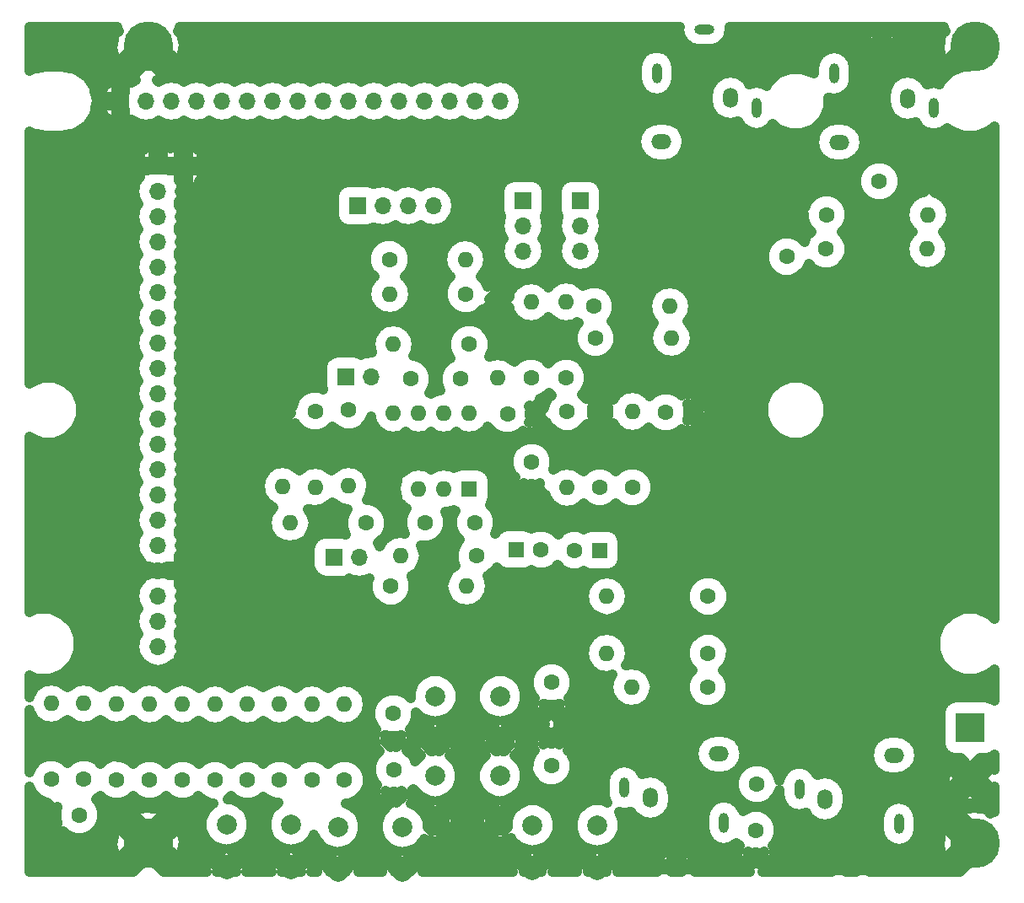
<source format=gbr>
G04 #@! TF.FileFunction,Copper,L1,Top,Signal*
%FSLAX46Y46*%
G04 Gerber Fmt 4.6, Leading zero omitted, Abs format (unit mm)*
G04 Created by KiCad (PCBNEW 4.0.7) date 04/18/22 18:23:14*
%MOMM*%
%LPD*%
G01*
G04 APERTURE LIST*
%ADD10C,0.100000*%
%ADD11C,1.600000*%
%ADD12O,2.000000X1.000000*%
%ADD13O,1.000000X2.000000*%
%ADD14O,2.000000X1.500000*%
%ADD15O,1.500000X2.000000*%
%ADD16O,1.600000X1.600000*%
%ADD17C,2.000000*%
%ADD18C,5.000000*%
%ADD19R,1.700000X1.700000*%
%ADD20O,1.700000X1.700000*%
%ADD21R,1.600000X1.600000*%
%ADD22R,3.000000X3.000000*%
%ADD23C,3.000000*%
%ADD24C,0.500000*%
%ADD25C,1.000000*%
G04 APERTURE END LIST*
D10*
D11*
X109610000Y-76610000D03*
X109610000Y-81610000D03*
D12*
X98500000Y-142850000D03*
D13*
X103300000Y-138450000D03*
X93300000Y-134950000D03*
D14*
X102800000Y-131550000D03*
D15*
X95900000Y-135950000D03*
D11*
X48930000Y-134170000D03*
D16*
X48930000Y-126550000D03*
D11*
X58680000Y-134170000D03*
D16*
X58680000Y-126550000D03*
D11*
X86000000Y-126850000D03*
X86000000Y-124350000D03*
X70100000Y-129980000D03*
X70100000Y-127480000D03*
X70140000Y-135620000D03*
X70140000Y-133120000D03*
X85970000Y-130260000D03*
X85970000Y-132760000D03*
D17*
X74330000Y-130270000D03*
X74330000Y-125770000D03*
X80830000Y-130270000D03*
X80830000Y-125770000D03*
X64540000Y-143360000D03*
X64540000Y-138860000D03*
X71040000Y-143360000D03*
X71040000Y-138860000D03*
X84090000Y-143220000D03*
X84090000Y-138720000D03*
X90590000Y-143220000D03*
X90590000Y-138720000D03*
X74300000Y-138270000D03*
X74300000Y-133770000D03*
X80800000Y-138270000D03*
X80800000Y-133770000D03*
D11*
X45640000Y-134150000D03*
D16*
X45640000Y-126530000D03*
D11*
X65210000Y-134190000D03*
D16*
X65210000Y-126570000D03*
D11*
X42330000Y-134130000D03*
D16*
X42330000Y-126510000D03*
D11*
X52220000Y-134190000D03*
D16*
X52220000Y-126570000D03*
D11*
X61940000Y-134190000D03*
D16*
X61940000Y-126570000D03*
D11*
X55470000Y-134170000D03*
D16*
X55470000Y-126550000D03*
D18*
X45500000Y-60500000D03*
X45500000Y-140500000D03*
X128500000Y-60500000D03*
X128500000Y-140500000D03*
D19*
X66500000Y-76500000D03*
D20*
X69040000Y-76500000D03*
X71580000Y-76500000D03*
X74120000Y-76500000D03*
D19*
X42750000Y-66000000D03*
D20*
X45290000Y-66000000D03*
X47830000Y-66000000D03*
X50370000Y-66000000D03*
X52910000Y-66000000D03*
X55450000Y-66000000D03*
X57990000Y-66000000D03*
X60530000Y-66000000D03*
X63070000Y-66000000D03*
X65610000Y-66000000D03*
X68150000Y-66000000D03*
X70690000Y-66000000D03*
X73230000Y-66000000D03*
X75770000Y-66000000D03*
X78310000Y-66000000D03*
X80850000Y-66000000D03*
D11*
X106510000Y-139200000D03*
X106510000Y-141700000D03*
D12*
X119140000Y-58810000D03*
D13*
X114340000Y-63210000D03*
X124340000Y-66710000D03*
D14*
X114840000Y-70110000D03*
D15*
X121740000Y-65710000D03*
D12*
X101340000Y-58780000D03*
D13*
X96540000Y-63180000D03*
X106540000Y-66680000D03*
D14*
X97040000Y-70080000D03*
D15*
X103940000Y-65680000D03*
D19*
X88860000Y-75960000D03*
D20*
X88860000Y-78500000D03*
X88860000Y-81040000D03*
D19*
X83130000Y-75970000D03*
D20*
X83130000Y-78510000D03*
X83130000Y-81050000D03*
D11*
X113550000Y-80860000D03*
D16*
X123710000Y-80860000D03*
D11*
X113600000Y-77390000D03*
D16*
X123760000Y-77390000D03*
D11*
X90410000Y-89800000D03*
D16*
X98030000Y-89800000D03*
D11*
X90250000Y-86610000D03*
D16*
X97870000Y-86610000D03*
D11*
X87450000Y-93770000D03*
D16*
X87450000Y-86150000D03*
D11*
X94110000Y-104780000D03*
D16*
X94110000Y-97160000D03*
D11*
X77370000Y-85360000D03*
D16*
X69750000Y-85360000D03*
D11*
X69700000Y-81880000D03*
D16*
X77320000Y-81880000D03*
D11*
X123890000Y-74040000D03*
X118890000Y-74040000D03*
X106600000Y-129580000D03*
X106600000Y-134580000D03*
D21*
X90810000Y-111090000D03*
D11*
X88310000Y-111090000D03*
D21*
X82410000Y-111020000D03*
D11*
X84910000Y-111020000D03*
X81560000Y-97430000D03*
X84060000Y-97430000D03*
X83990000Y-104720000D03*
X83990000Y-102220000D03*
X73300000Y-108320000D03*
X78300000Y-108320000D03*
X71860000Y-93880000D03*
X76860000Y-93880000D03*
D12*
X116050000Y-142970000D03*
D13*
X120850000Y-138570000D03*
X110850000Y-135070000D03*
D14*
X120350000Y-131670000D03*
D15*
X113450000Y-136070000D03*
D19*
X64120000Y-111790000D03*
D20*
X66660000Y-111790000D03*
D19*
X65320000Y-93650000D03*
D20*
X67860000Y-93650000D03*
D11*
X101700000Y-115730000D03*
D16*
X91540000Y-115730000D03*
D11*
X69840000Y-114720000D03*
D16*
X77460000Y-114720000D03*
D11*
X67360000Y-108360000D03*
D16*
X59740000Y-108360000D03*
D11*
X87550000Y-97190000D03*
D16*
X87550000Y-104810000D03*
D11*
X90830000Y-104780000D03*
D16*
X90830000Y-97160000D03*
D11*
X78450000Y-111670000D03*
D16*
X70830000Y-111670000D03*
D11*
X62250000Y-97120000D03*
D16*
X62250000Y-104740000D03*
D11*
X58980000Y-97040000D03*
D16*
X58980000Y-104660000D03*
D11*
X65620000Y-97030000D03*
D16*
X65620000Y-104650000D03*
D11*
X77730000Y-90410000D03*
D16*
X70110000Y-90410000D03*
D11*
X83930000Y-93800000D03*
D16*
X83930000Y-86180000D03*
D11*
X80620000Y-86180000D03*
D16*
X80620000Y-93800000D03*
D21*
X77730000Y-104940000D03*
D16*
X70110000Y-97320000D03*
X75190000Y-104940000D03*
X72650000Y-97320000D03*
X72650000Y-104940000D03*
X75190000Y-97320000D03*
X70110000Y-104940000D03*
X77730000Y-97320000D03*
D22*
X128020000Y-128930000D03*
D23*
X128020000Y-134010000D03*
D11*
X101690000Y-121420000D03*
D16*
X91530000Y-121420000D03*
D11*
X101650000Y-124850000D03*
D16*
X94030000Y-124850000D03*
D19*
X46500000Y-72500000D03*
D20*
X46500000Y-75040000D03*
X46500000Y-77580000D03*
X46500000Y-80120000D03*
X46500000Y-82660000D03*
X46500000Y-85200000D03*
X46500000Y-87740000D03*
X46500000Y-90280000D03*
X46500000Y-92820000D03*
X46500000Y-95360000D03*
X46500000Y-97900000D03*
X46500000Y-100440000D03*
X46500000Y-102980000D03*
X46500000Y-105520000D03*
X46500000Y-108060000D03*
X46500000Y-110600000D03*
X46500000Y-113140000D03*
X46500000Y-115680000D03*
X46500000Y-118220000D03*
X46500000Y-120760000D03*
D11*
X97450000Y-97230000D03*
X99950000Y-97230000D03*
X36080000Y-137690000D03*
X38580000Y-137690000D03*
X35760000Y-134110000D03*
D16*
X35760000Y-126490000D03*
D11*
X39040000Y-134110000D03*
D16*
X39040000Y-126490000D03*
D17*
X53370000Y-143140000D03*
X53370000Y-138640000D03*
X59870000Y-143140000D03*
X59870000Y-138640000D03*
D19*
X49040000Y-72500000D03*
D20*
X49040000Y-75040000D03*
X49040000Y-77580000D03*
X49040000Y-80120000D03*
X49040000Y-82660000D03*
X49040000Y-85200000D03*
X49040000Y-87740000D03*
X49040000Y-90280000D03*
X49040000Y-92820000D03*
X49040000Y-95360000D03*
X49040000Y-97900000D03*
X49040000Y-100440000D03*
X49040000Y-102980000D03*
X49040000Y-105520000D03*
X49040000Y-108060000D03*
X49040000Y-110600000D03*
X49040000Y-113140000D03*
X49040000Y-115680000D03*
X49040000Y-118220000D03*
X49040000Y-120760000D03*
D24*
X74330000Y-130270000D02*
X70390000Y-130270000D01*
X70390000Y-130270000D02*
X70100000Y-129980000D01*
D25*
G36*
X42270691Y-58684908D02*
X42550816Y-58965033D01*
X42133979Y-59290510D01*
X41927350Y-60670697D01*
X42133979Y-61709490D01*
X42550818Y-62034968D01*
X44085786Y-60500000D01*
X44071644Y-60485858D01*
X45485858Y-59071644D01*
X45500000Y-59085786D01*
X45514142Y-59071644D01*
X46928356Y-60485858D01*
X46914214Y-60500000D01*
X48449182Y-62034968D01*
X48866021Y-61709490D01*
X49072650Y-60329303D01*
X48866021Y-59290510D01*
X48449184Y-58965033D01*
X48729309Y-58684908D01*
X48619401Y-58575000D01*
X98831799Y-58575000D01*
X98791022Y-58780000D01*
X98943263Y-59545367D01*
X99376808Y-60194214D01*
X100025655Y-60627759D01*
X100791022Y-60780000D01*
X101888978Y-60780000D01*
X102654345Y-60627759D01*
X103303192Y-60194214D01*
X103736737Y-59545367D01*
X103787619Y-59289561D01*
X117210285Y-59289561D01*
X117420002Y-59696380D01*
X117852072Y-60095781D01*
X118404097Y-60299434D01*
X118640000Y-60066000D01*
X118640000Y-59060000D01*
X119640000Y-59060000D01*
X119640000Y-60066000D01*
X119875903Y-60299434D01*
X120427928Y-60095781D01*
X120859998Y-59696380D01*
X121069715Y-59289561D01*
X120870868Y-59060000D01*
X119640000Y-59060000D01*
X118640000Y-59060000D01*
X117409132Y-59060000D01*
X117210285Y-59289561D01*
X103787619Y-59289561D01*
X103888978Y-58780000D01*
X103848201Y-58575000D01*
X125380599Y-58575000D01*
X125270691Y-58684908D01*
X125550816Y-58965033D01*
X125133979Y-59290510D01*
X124927350Y-60670697D01*
X125133979Y-61709490D01*
X125550818Y-62034968D01*
X127085786Y-60500000D01*
X127071644Y-60485858D01*
X128485858Y-59071644D01*
X128500000Y-59085786D01*
X128514142Y-59071644D01*
X129928356Y-60485858D01*
X129914214Y-60500000D01*
X129928356Y-60514142D01*
X128514142Y-61928356D01*
X128500000Y-61914214D01*
X127914290Y-62499924D01*
X127306861Y-62499394D01*
X126019999Y-63031114D01*
X125034575Y-64014821D01*
X124925507Y-64277487D01*
X124340000Y-64161022D01*
X123650477Y-64298177D01*
X123330990Y-63820032D01*
X122601038Y-63332293D01*
X121740000Y-63161022D01*
X120878962Y-63332293D01*
X120149010Y-63820032D01*
X119661271Y-64549984D01*
X119490000Y-65411022D01*
X119490000Y-66008978D01*
X119661271Y-66870016D01*
X120149010Y-67599968D01*
X120878962Y-68087707D01*
X121740000Y-68258978D01*
X122542375Y-68099376D01*
X122925786Y-68673192D01*
X123574633Y-69106737D01*
X124340000Y-69258978D01*
X125105367Y-69106737D01*
X125735548Y-68685664D01*
X126014821Y-68965425D01*
X127300753Y-69499391D01*
X128693139Y-69500606D01*
X129980001Y-68968886D01*
X130425000Y-68524662D01*
X130425000Y-117975164D01*
X129985179Y-117534575D01*
X128699247Y-117000609D01*
X127306861Y-116999394D01*
X126019999Y-117531114D01*
X125034575Y-118514821D01*
X124500609Y-119800753D01*
X124499394Y-121193139D01*
X125031114Y-122480001D01*
X126014821Y-123465425D01*
X127300753Y-123999391D01*
X128693139Y-124000606D01*
X129980001Y-123468886D01*
X130425000Y-123024662D01*
X130425000Y-126232911D01*
X130115017Y-126021108D01*
X129520000Y-125900614D01*
X126520000Y-125900614D01*
X125964133Y-126005207D01*
X125453604Y-126333724D01*
X125111108Y-126834983D01*
X124990614Y-127430000D01*
X124990614Y-130430000D01*
X125095207Y-130985867D01*
X125423724Y-131496396D01*
X125924983Y-131838892D01*
X126520000Y-131959386D01*
X127030046Y-131959386D01*
X128020000Y-132949340D01*
X129009954Y-131959386D01*
X129520000Y-131959386D01*
X130075867Y-131854793D01*
X130425000Y-131630132D01*
X130425000Y-133172721D01*
X130091620Y-132999040D01*
X129080660Y-134010000D01*
X130091620Y-135020960D01*
X130425000Y-134847279D01*
X130425000Y-137380599D01*
X130315092Y-137270691D01*
X130034967Y-137550816D01*
X129709490Y-137133979D01*
X128329303Y-136927350D01*
X127290510Y-137133979D01*
X126965032Y-137550818D01*
X128500000Y-139085786D01*
X128514142Y-139071644D01*
X129928356Y-140485858D01*
X129914214Y-140500000D01*
X129928356Y-140514142D01*
X128514142Y-141928356D01*
X128500000Y-141914214D01*
X126989214Y-143425000D01*
X117958440Y-143425000D01*
X117780868Y-143220000D01*
X116550000Y-143220000D01*
X116550000Y-143425000D01*
X115550000Y-143425000D01*
X115550000Y-143220000D01*
X114319132Y-143220000D01*
X114141560Y-143425000D01*
X107130193Y-143425000D01*
X107186580Y-143414771D01*
X107244113Y-143390940D01*
X107316336Y-143072021D01*
X106510000Y-142265685D01*
X105703664Y-143072021D01*
X105775887Y-143390940D01*
X105933185Y-143425000D01*
X100380516Y-143425000D01*
X100429715Y-143329561D01*
X100230868Y-143100000D01*
X99000000Y-143100000D01*
X99000000Y-143350000D01*
X98000000Y-143350000D01*
X98000000Y-143100000D01*
X96769132Y-143100000D01*
X96570285Y-143329561D01*
X96619484Y-143425000D01*
X92594539Y-143425000D01*
X92637213Y-143197284D01*
X92490072Y-142457552D01*
X92214021Y-142370439D01*
X96570285Y-142370439D01*
X96769132Y-142600000D01*
X98000000Y-142600000D01*
X98000000Y-141594000D01*
X99000000Y-141594000D01*
X99000000Y-142600000D01*
X100230868Y-142600000D01*
X100429715Y-142370439D01*
X100219998Y-141963620D01*
X99787928Y-141564219D01*
X99235903Y-141360566D01*
X99000000Y-141594000D01*
X98000000Y-141594000D01*
X97764097Y-141360566D01*
X97212072Y-141564219D01*
X96780002Y-141963620D01*
X96570285Y-142370439D01*
X92214021Y-142370439D01*
X92162824Y-142354283D01*
X91297107Y-143220000D01*
X91502107Y-143425000D01*
X89677893Y-143425000D01*
X89882893Y-143220000D01*
X89017176Y-142354283D01*
X88689928Y-142457552D01*
X88542787Y-143242716D01*
X88579045Y-143425000D01*
X86094539Y-143425000D01*
X86137213Y-143197284D01*
X85990072Y-142457552D01*
X85662824Y-142354283D01*
X84797107Y-143220000D01*
X85002107Y-143425000D01*
X83177893Y-143425000D01*
X83382893Y-143220000D01*
X82517176Y-142354283D01*
X82189928Y-142457552D01*
X82042787Y-143242716D01*
X82079045Y-143425000D01*
X73070775Y-143425000D01*
X73087213Y-143337284D01*
X72940072Y-142597552D01*
X72612824Y-142494283D01*
X71747107Y-143360000D01*
X71812107Y-143425000D01*
X70267893Y-143425000D01*
X70332893Y-143360000D01*
X69467176Y-142494283D01*
X69139928Y-142597552D01*
X68992787Y-143382716D01*
X69001198Y-143425000D01*
X66570775Y-143425000D01*
X66587213Y-143337284D01*
X66440072Y-142597552D01*
X66112824Y-142494283D01*
X65247107Y-143360000D01*
X65312107Y-143425000D01*
X63767893Y-143425000D01*
X63832893Y-143360000D01*
X62967176Y-142494283D01*
X62639928Y-142597552D01*
X62492787Y-143382716D01*
X62501198Y-143425000D01*
X61859547Y-143425000D01*
X61917213Y-143117284D01*
X61770072Y-142377552D01*
X61442824Y-142274283D01*
X60577107Y-143140000D01*
X60862107Y-143425000D01*
X58877893Y-143425000D01*
X59162893Y-143140000D01*
X58297176Y-142274283D01*
X57969928Y-142377552D01*
X57822787Y-143162716D01*
X57874958Y-143425000D01*
X55359547Y-143425000D01*
X55417213Y-143117284D01*
X55270072Y-142377552D01*
X54942824Y-142274283D01*
X54077107Y-143140000D01*
X54362107Y-143425000D01*
X52377893Y-143425000D01*
X52662893Y-143140000D01*
X51797176Y-142274283D01*
X51469928Y-142377552D01*
X51322787Y-143162716D01*
X51374958Y-143425000D01*
X47010786Y-143425000D01*
X45500000Y-141914214D01*
X43989214Y-143425000D01*
X33575000Y-143425000D01*
X33575000Y-140670697D01*
X41927350Y-140670697D01*
X42133979Y-141709490D01*
X42550818Y-142034968D01*
X44085786Y-140500000D01*
X46914214Y-140500000D01*
X48449182Y-142034968D01*
X48866021Y-141709490D01*
X49072650Y-140329303D01*
X48866021Y-139290510D01*
X48449182Y-138965032D01*
X46914214Y-140500000D01*
X44085786Y-140500000D01*
X42550818Y-138965032D01*
X42133979Y-139290510D01*
X41927350Y-140670697D01*
X33575000Y-140670697D01*
X33575000Y-137658863D01*
X34236843Y-137658863D01*
X34365229Y-138366580D01*
X34389060Y-138424113D01*
X34707979Y-138496336D01*
X35514315Y-137690000D01*
X34707979Y-136883664D01*
X34389060Y-136955887D01*
X34236843Y-137658863D01*
X33575000Y-137658863D01*
X33575000Y-134844777D01*
X33809018Y-135411143D01*
X34455453Y-136058708D01*
X35300495Y-136409600D01*
X35365342Y-136409657D01*
X36080000Y-137124315D01*
X36362843Y-136841472D01*
X36418730Y-136897359D01*
X36280400Y-137230495D01*
X36279601Y-138145491D01*
X36418857Y-138482514D01*
X36362843Y-138538528D01*
X36080000Y-138255685D01*
X35273664Y-139062021D01*
X35345887Y-139380940D01*
X36048863Y-139533157D01*
X36438294Y-139462511D01*
X36669460Y-139693677D01*
X37000182Y-139362955D01*
X37275453Y-139638708D01*
X38120495Y-139989600D01*
X39035491Y-139990399D01*
X39881143Y-139640982D01*
X40528708Y-138994547D01*
X40879600Y-138149505D01*
X40880122Y-137550818D01*
X43965032Y-137550818D01*
X45500000Y-139085786D01*
X47034968Y-137550818D01*
X46709490Y-137133979D01*
X45329303Y-136927350D01*
X44290510Y-137133979D01*
X43965032Y-137550818D01*
X40880122Y-137550818D01*
X40880399Y-137234509D01*
X40530982Y-136388857D01*
X40243821Y-136101195D01*
X40341143Y-136060982D01*
X40675033Y-135727675D01*
X41025453Y-136078708D01*
X41870495Y-136429600D01*
X42785491Y-136430399D01*
X43631143Y-136080982D01*
X43975050Y-135737675D01*
X44335453Y-136098708D01*
X45180495Y-136449600D01*
X46095491Y-136450399D01*
X46941143Y-136100982D01*
X47275033Y-135767675D01*
X47625453Y-136118708D01*
X48470495Y-136469600D01*
X49385491Y-136470399D01*
X50231143Y-136120982D01*
X50565033Y-135787675D01*
X50915453Y-136138708D01*
X51760495Y-136489600D01*
X52027192Y-136489833D01*
X51955714Y-136519367D01*
X51251839Y-137222015D01*
X50870435Y-138140538D01*
X50869567Y-139135099D01*
X51249367Y-140054286D01*
X51952015Y-140758161D01*
X52870538Y-141139565D01*
X53111058Y-141139775D01*
X52607552Y-141239928D01*
X52504283Y-141567176D01*
X53370000Y-142432893D01*
X54235717Y-141567176D01*
X54132448Y-141239928D01*
X53600296Y-141140202D01*
X53865099Y-141140433D01*
X54784286Y-140760633D01*
X55488161Y-140057985D01*
X55869565Y-139139462D01*
X55870433Y-138144901D01*
X55490633Y-137225714D01*
X54787985Y-136521839D01*
X53869462Y-136140435D01*
X53521995Y-136140132D01*
X53854998Y-135807710D01*
X54165453Y-136118708D01*
X55010495Y-136469600D01*
X55925491Y-136470399D01*
X56771143Y-136120982D01*
X57074963Y-135817692D01*
X57375453Y-136118708D01*
X58220495Y-136469600D01*
X58575409Y-136469910D01*
X58455714Y-136519367D01*
X57751839Y-137222015D01*
X57370435Y-138140538D01*
X57369567Y-139135099D01*
X57749367Y-140054286D01*
X58452015Y-140758161D01*
X59370538Y-141139565D01*
X59611058Y-141139775D01*
X59107552Y-141239928D01*
X59004283Y-141567176D01*
X59870000Y-142432893D01*
X60735717Y-141567176D01*
X60632448Y-141239928D01*
X60100296Y-141140202D01*
X60365099Y-141140433D01*
X61284286Y-140760633D01*
X61988161Y-140057985D01*
X62159499Y-139645357D01*
X62419367Y-140274286D01*
X63122015Y-140978161D01*
X64040538Y-141359565D01*
X64281058Y-141359775D01*
X63777552Y-141459928D01*
X63674283Y-141787176D01*
X64540000Y-142652893D01*
X65405717Y-141787176D01*
X65302448Y-141459928D01*
X64770296Y-141360202D01*
X65035099Y-141360433D01*
X65954286Y-140980633D01*
X66658161Y-140277985D01*
X67039565Y-139359462D01*
X67040433Y-138364901D01*
X66660633Y-137445714D01*
X65957985Y-136741839D01*
X65351790Y-136490125D01*
X65665491Y-136490399D01*
X66511143Y-136140982D01*
X67158708Y-135494547D01*
X67509600Y-134649505D01*
X67510399Y-133734509D01*
X67160982Y-132888857D01*
X66514547Y-132241292D01*
X65669505Y-131890400D01*
X64754509Y-131889601D01*
X63908857Y-132239018D01*
X63574985Y-132572308D01*
X63244547Y-132241292D01*
X62399505Y-131890400D01*
X61484509Y-131889601D01*
X60638857Y-132239018D01*
X60319994Y-132557325D01*
X59984547Y-132221292D01*
X59139505Y-131870400D01*
X58224509Y-131869601D01*
X57378857Y-132219018D01*
X57075037Y-132522308D01*
X56774547Y-132221292D01*
X55929505Y-131870400D01*
X55014509Y-131869601D01*
X54168857Y-132219018D01*
X53835002Y-132552290D01*
X53524547Y-132241292D01*
X52679505Y-131890400D01*
X51764509Y-131889601D01*
X50918857Y-132239018D01*
X50584967Y-132572325D01*
X50234547Y-132221292D01*
X49389505Y-131870400D01*
X48474509Y-131869601D01*
X47628857Y-132219018D01*
X47294967Y-132552325D01*
X46944547Y-132201292D01*
X46099505Y-131850400D01*
X45184509Y-131849601D01*
X44338857Y-132199018D01*
X43994950Y-132542325D01*
X43634547Y-132181292D01*
X42789505Y-131830400D01*
X41874509Y-131829601D01*
X41028857Y-132179018D01*
X40694967Y-132512325D01*
X40344547Y-132161292D01*
X39499505Y-131810400D01*
X38584509Y-131809601D01*
X37738857Y-132159018D01*
X37399976Y-132497307D01*
X37064547Y-132161292D01*
X36219505Y-131810400D01*
X35304509Y-131809601D01*
X34458857Y-132159018D01*
X33811292Y-132805453D01*
X33575000Y-133374507D01*
X33575000Y-127113204D01*
X33635077Y-127415232D01*
X34133654Y-128161406D01*
X34879828Y-128659983D01*
X35760000Y-128835060D01*
X36640172Y-128659983D01*
X37386346Y-128161406D01*
X37400000Y-128140971D01*
X37413654Y-128161406D01*
X38159828Y-128659983D01*
X39040000Y-128835060D01*
X39920172Y-128659983D01*
X40666346Y-128161406D01*
X40678318Y-128143488D01*
X40703654Y-128181406D01*
X41449828Y-128679983D01*
X42330000Y-128855060D01*
X43210172Y-128679983D01*
X43956346Y-128181406D01*
X43978318Y-128148522D01*
X44013654Y-128201406D01*
X44759828Y-128699983D01*
X45640000Y-128875060D01*
X46520172Y-128699983D01*
X47266346Y-128201406D01*
X47278318Y-128183488D01*
X47303654Y-128221406D01*
X48049828Y-128719983D01*
X48930000Y-128895060D01*
X49810172Y-128719983D01*
X50556346Y-128221406D01*
X50568318Y-128203488D01*
X50593654Y-128241406D01*
X51339828Y-128739983D01*
X52220000Y-128915060D01*
X53100172Y-128739983D01*
X53846346Y-128241406D01*
X53854754Y-128228823D01*
X54589828Y-128719983D01*
X55470000Y-128895060D01*
X56350172Y-128719983D01*
X57075000Y-128235669D01*
X57799828Y-128719983D01*
X58680000Y-128895060D01*
X59560172Y-128719983D01*
X60302160Y-128224203D01*
X60313654Y-128241406D01*
X61059828Y-128739983D01*
X61940000Y-128915060D01*
X62820172Y-128739983D01*
X63566346Y-128241406D01*
X63575000Y-128228454D01*
X63583654Y-128241406D01*
X64329828Y-128739983D01*
X65210000Y-128915060D01*
X66090172Y-128739983D01*
X66836346Y-128241406D01*
X67040751Y-127935491D01*
X67799601Y-127935491D01*
X68149018Y-128781143D01*
X68427126Y-129059737D01*
X68096323Y-129390540D01*
X68327649Y-129621866D01*
X68256843Y-129948863D01*
X68327489Y-130338294D01*
X68096323Y-130569460D01*
X68767307Y-131240444D01*
X68191292Y-131815453D01*
X67840400Y-132660495D01*
X67839601Y-133575491D01*
X68189018Y-134421143D01*
X68467126Y-134699737D01*
X68136323Y-135030540D01*
X68367649Y-135261866D01*
X68296843Y-135588863D01*
X68425229Y-136296580D01*
X68449060Y-136354113D01*
X68767979Y-136426336D01*
X69574315Y-135620000D01*
X69291472Y-135337157D01*
X69347359Y-135281270D01*
X69680495Y-135419600D01*
X70595491Y-135420399D01*
X70932514Y-135281143D01*
X70988528Y-135337157D01*
X70705685Y-135620000D01*
X70988528Y-135902843D01*
X70522582Y-136368789D01*
X70381428Y-136427113D01*
X70140000Y-136185685D01*
X69333664Y-136992021D01*
X69340847Y-137023738D01*
X68921839Y-137442015D01*
X68540435Y-138360538D01*
X68539567Y-139355099D01*
X68919367Y-140274286D01*
X69622015Y-140978161D01*
X70540538Y-141359565D01*
X70781058Y-141359775D01*
X70277552Y-141459928D01*
X70174283Y-141787176D01*
X71040000Y-142652893D01*
X71905717Y-141787176D01*
X71802448Y-141459928D01*
X71270296Y-141360202D01*
X71535099Y-141360433D01*
X72454286Y-140980633D01*
X73158161Y-140277985D01*
X73236882Y-140088403D01*
X73566348Y-140417869D01*
X73770491Y-140213725D01*
X74322716Y-140317213D01*
X75062448Y-140170072D01*
X75165717Y-139842824D01*
X79934283Y-139842824D01*
X80037552Y-140170072D01*
X80822716Y-140317213D01*
X81331745Y-140215961D01*
X81533652Y-140417869D01*
X81924886Y-140026635D01*
X81969367Y-140134286D01*
X82672015Y-140838161D01*
X83590538Y-141219565D01*
X83831058Y-141219775D01*
X83327552Y-141319928D01*
X83224283Y-141647176D01*
X84090000Y-142512893D01*
X84955717Y-141647176D01*
X84852448Y-141319928D01*
X84320296Y-141220202D01*
X84585099Y-141220433D01*
X85504286Y-140840633D01*
X86208161Y-140137985D01*
X86589565Y-139219462D01*
X86589568Y-139215099D01*
X88089567Y-139215099D01*
X88469367Y-140134286D01*
X89172015Y-140838161D01*
X90090538Y-141219565D01*
X90331058Y-141219775D01*
X89827552Y-141319928D01*
X89724283Y-141647176D01*
X90590000Y-142512893D01*
X91455717Y-141647176D01*
X91352448Y-141319928D01*
X90820296Y-141220202D01*
X91085099Y-141220433D01*
X92004286Y-140840633D01*
X92708161Y-140137985D01*
X93089565Y-139219462D01*
X93090433Y-138224901D01*
X92744862Y-137388554D01*
X93300000Y-137498978D01*
X93989523Y-137361823D01*
X94309010Y-137839968D01*
X95038962Y-138327707D01*
X95900000Y-138498978D01*
X96761038Y-138327707D01*
X97399616Y-137901022D01*
X101300000Y-137901022D01*
X101300000Y-138998978D01*
X101452241Y-139764345D01*
X101885786Y-140413192D01*
X102534633Y-140846737D01*
X103300000Y-140998978D01*
X104065367Y-140846737D01*
X104568448Y-140510590D01*
X104837126Y-140779737D01*
X104506323Y-141110540D01*
X104737649Y-141341866D01*
X104666843Y-141668863D01*
X104795229Y-142376580D01*
X104819060Y-142434113D01*
X105137979Y-142506336D01*
X105944315Y-141700000D01*
X105661472Y-141417157D01*
X105717359Y-141361270D01*
X106050495Y-141499600D01*
X106965491Y-141500399D01*
X107302514Y-141361143D01*
X107358528Y-141417157D01*
X107075685Y-141700000D01*
X107882021Y-142506336D01*
X107952218Y-142490439D01*
X114120285Y-142490439D01*
X114319132Y-142720000D01*
X115550000Y-142720000D01*
X115550000Y-141714000D01*
X116550000Y-141714000D01*
X116550000Y-142720000D01*
X117780868Y-142720000D01*
X117979715Y-142490439D01*
X117769998Y-142083620D01*
X117337928Y-141684219D01*
X116785903Y-141480566D01*
X116550000Y-141714000D01*
X115550000Y-141714000D01*
X115314097Y-141480566D01*
X114762072Y-141684219D01*
X114330002Y-142083620D01*
X114120285Y-142490439D01*
X107952218Y-142490439D01*
X108200940Y-142434113D01*
X108353157Y-141731137D01*
X108282511Y-141341706D01*
X108513677Y-141110540D01*
X108182955Y-140779818D01*
X108458708Y-140504547D01*
X108809600Y-139659505D01*
X108810399Y-138744509D01*
X108460982Y-137898857D01*
X107814547Y-137251292D01*
X106969505Y-136900400D01*
X106054509Y-136899601D01*
X105208857Y-137249018D01*
X105176695Y-137281124D01*
X105147759Y-137135655D01*
X104714214Y-136486808D01*
X104065367Y-136053263D01*
X103300000Y-135901022D01*
X102534633Y-136053263D01*
X101885786Y-136486808D01*
X101452241Y-137135655D01*
X101300000Y-137901022D01*
X97399616Y-137901022D01*
X97490990Y-137839968D01*
X97978729Y-137110016D01*
X98150000Y-136248978D01*
X98150000Y-135651022D01*
X98027564Y-135035491D01*
X104299601Y-135035491D01*
X104649018Y-135881143D01*
X105295453Y-136528708D01*
X106140495Y-136879600D01*
X107055491Y-136880399D01*
X107901143Y-136530982D01*
X108548708Y-135884547D01*
X108850000Y-135158955D01*
X108850000Y-135618978D01*
X109002241Y-136384345D01*
X109435786Y-137033192D01*
X110084633Y-137466737D01*
X110850000Y-137618978D01*
X111539523Y-137481823D01*
X111859010Y-137959968D01*
X112588962Y-138447707D01*
X113450000Y-138618978D01*
X114311038Y-138447707D01*
X114949616Y-138021022D01*
X118850000Y-138021022D01*
X118850000Y-139118978D01*
X119002241Y-139884345D01*
X119435786Y-140533192D01*
X120084633Y-140966737D01*
X120850000Y-141118978D01*
X121615367Y-140966737D01*
X122058422Y-140670697D01*
X124927350Y-140670697D01*
X125133979Y-141709490D01*
X125550818Y-142034968D01*
X127085786Y-140500000D01*
X125550818Y-138965032D01*
X125133979Y-139290510D01*
X124927350Y-140670697D01*
X122058422Y-140670697D01*
X122264214Y-140533192D01*
X122697759Y-139884345D01*
X122850000Y-139118978D01*
X122850000Y-138021022D01*
X122697759Y-137255655D01*
X122264214Y-136606808D01*
X121615367Y-136173263D01*
X121154647Y-136081620D01*
X127009040Y-136081620D01*
X127189818Y-136428623D01*
X128178579Y-136562214D01*
X128850182Y-136428623D01*
X129030960Y-136081620D01*
X128020000Y-135070660D01*
X127009040Y-136081620D01*
X121154647Y-136081620D01*
X120850000Y-136021022D01*
X120084633Y-136173263D01*
X119435786Y-136606808D01*
X119002241Y-137255655D01*
X118850000Y-138021022D01*
X114949616Y-138021022D01*
X115040990Y-137959968D01*
X115528729Y-137230016D01*
X115700000Y-136368978D01*
X115700000Y-135771022D01*
X115528729Y-134909984D01*
X115040990Y-134180032D01*
X115023850Y-134168579D01*
X125467786Y-134168579D01*
X125601377Y-134840182D01*
X125948380Y-135020960D01*
X126959340Y-134010000D01*
X125948380Y-132999040D01*
X125601377Y-133179818D01*
X125467786Y-134168579D01*
X115023850Y-134168579D01*
X114311038Y-133692293D01*
X113450000Y-133521022D01*
X112647625Y-133680624D01*
X112264214Y-133106808D01*
X111615367Y-132673263D01*
X110850000Y-132521022D01*
X110084633Y-132673263D01*
X109435786Y-133106808D01*
X109002241Y-133755655D01*
X108900273Y-134268280D01*
X108900399Y-134124509D01*
X108550982Y-133278857D01*
X107904547Y-132631292D01*
X107059505Y-132280400D01*
X106144509Y-132279601D01*
X105298857Y-132629018D01*
X104651292Y-133275453D01*
X104300400Y-134120495D01*
X104299601Y-135035491D01*
X98027564Y-135035491D01*
X97978729Y-134789984D01*
X97490990Y-134060032D01*
X96761038Y-133572293D01*
X95900000Y-133401022D01*
X95097625Y-133560624D01*
X94714214Y-132986808D01*
X94065367Y-132553263D01*
X93300000Y-132401022D01*
X92534633Y-132553263D01*
X91885786Y-132986808D01*
X91452241Y-133635655D01*
X91300000Y-134401022D01*
X91300000Y-135498978D01*
X91452241Y-136264345D01*
X91550939Y-136412057D01*
X91089462Y-136220435D01*
X90094901Y-136219567D01*
X89175714Y-136599367D01*
X88471839Y-137302015D01*
X88090435Y-138220538D01*
X88089567Y-139215099D01*
X86589568Y-139215099D01*
X86590433Y-138224901D01*
X86210633Y-137305714D01*
X85507985Y-136601839D01*
X84589462Y-136220435D01*
X83594901Y-136219567D01*
X82675714Y-136599367D01*
X81971839Y-137302015D01*
X81614483Y-138162624D01*
X81507107Y-138270000D01*
X81590319Y-138353212D01*
X81589847Y-138894367D01*
X81153554Y-139330661D01*
X80800000Y-138977107D01*
X79934283Y-139842824D01*
X75165717Y-139842824D01*
X74300000Y-138977107D01*
X73946447Y-139330661D01*
X73539945Y-138924159D01*
X73540433Y-138364901D01*
X73528024Y-138334869D01*
X73592893Y-138270000D01*
X75007107Y-138270000D01*
X75872824Y-139135717D01*
X76200072Y-139032448D01*
X76338698Y-138292716D01*
X78752787Y-138292716D01*
X78899928Y-139032448D01*
X79227176Y-139135717D01*
X80092893Y-138270000D01*
X79227176Y-137404283D01*
X78899928Y-137507552D01*
X78752787Y-138292716D01*
X76338698Y-138292716D01*
X76347213Y-138247284D01*
X76200072Y-137507552D01*
X75872824Y-137404283D01*
X75007107Y-138270000D01*
X73592893Y-138270000D01*
X73436671Y-138113778D01*
X73160633Y-137445714D01*
X72457985Y-136741839D01*
X71859719Y-136493418D01*
X72143677Y-136209460D01*
X71912351Y-135978134D01*
X71983157Y-135651137D01*
X71912511Y-135261706D01*
X72123979Y-135050238D01*
X72179367Y-135184286D01*
X72882015Y-135888161D01*
X73800538Y-136269565D01*
X74041058Y-136269775D01*
X73537552Y-136369928D01*
X73434283Y-136697176D01*
X74300000Y-137562893D01*
X75165717Y-136697176D01*
X75062448Y-136369928D01*
X74530296Y-136270202D01*
X74795099Y-136270433D01*
X75714286Y-135890633D01*
X76418161Y-135187985D01*
X76799565Y-134269462D01*
X76799568Y-134265099D01*
X78299567Y-134265099D01*
X78679367Y-135184286D01*
X79382015Y-135888161D01*
X80300538Y-136269565D01*
X80541058Y-136269775D01*
X80037552Y-136369928D01*
X79934283Y-136697176D01*
X80800000Y-137562893D01*
X81665717Y-136697176D01*
X81562448Y-136369928D01*
X81030296Y-136270202D01*
X81295099Y-136270433D01*
X82214286Y-135890633D01*
X82918161Y-135187985D01*
X83299565Y-134269462D01*
X83300433Y-133274901D01*
X83275886Y-133215491D01*
X83669601Y-133215491D01*
X84019018Y-134061143D01*
X84665453Y-134708708D01*
X85510495Y-135059600D01*
X86425491Y-135060399D01*
X87271143Y-134710982D01*
X87918708Y-134064547D01*
X88269600Y-133219505D01*
X88270399Y-132304509D01*
X87958642Y-131550000D01*
X100251022Y-131550000D01*
X100422293Y-132411038D01*
X100910032Y-133140990D01*
X101639984Y-133628729D01*
X102501022Y-133800000D01*
X103098978Y-133800000D01*
X103960016Y-133628729D01*
X104689968Y-133140990D01*
X105177707Y-132411038D01*
X105325108Y-131670000D01*
X117801022Y-131670000D01*
X117972293Y-132531038D01*
X118460032Y-133260990D01*
X119189984Y-133748729D01*
X120051022Y-133920000D01*
X120648978Y-133920000D01*
X121510016Y-133748729D01*
X122239968Y-133260990D01*
X122727707Y-132531038D01*
X122898978Y-131670000D01*
X122727707Y-130808962D01*
X122239968Y-130079010D01*
X121510016Y-129591271D01*
X120648978Y-129420000D01*
X120051022Y-129420000D01*
X119189984Y-129591271D01*
X118460032Y-130079010D01*
X117972293Y-130808962D01*
X117801022Y-131670000D01*
X105325108Y-131670000D01*
X105348978Y-131550000D01*
X105230033Y-130952021D01*
X105793664Y-130952021D01*
X105865887Y-131270940D01*
X106568863Y-131423157D01*
X107276580Y-131294771D01*
X107334113Y-131270940D01*
X107406336Y-130952021D01*
X106600000Y-130145685D01*
X105793664Y-130952021D01*
X105230033Y-130952021D01*
X105177707Y-130688962D01*
X104930482Y-130318964D01*
X105227979Y-130386336D01*
X106034315Y-129580000D01*
X107165685Y-129580000D01*
X107972021Y-130386336D01*
X108290940Y-130314113D01*
X108443157Y-129611137D01*
X108314771Y-128903420D01*
X108290940Y-128845887D01*
X107972021Y-128773664D01*
X107165685Y-129580000D01*
X106034315Y-129580000D01*
X105227979Y-128773664D01*
X104909060Y-128845887D01*
X104756843Y-129548863D01*
X104883899Y-130249248D01*
X104689968Y-129959010D01*
X103960016Y-129471271D01*
X103098978Y-129300000D01*
X102501022Y-129300000D01*
X101639984Y-129471271D01*
X100910032Y-129959010D01*
X100422293Y-130688962D01*
X100251022Y-131550000D01*
X87958642Y-131550000D01*
X87920982Y-131458857D01*
X87642874Y-131180263D01*
X87973677Y-130849460D01*
X87742351Y-130618134D01*
X87813157Y-130291137D01*
X87684771Y-129583420D01*
X87660940Y-129525887D01*
X87342021Y-129453664D01*
X86535685Y-130260000D01*
X86818528Y-130542843D01*
X86762641Y-130598730D01*
X86429505Y-130460400D01*
X85514509Y-130459601D01*
X85177486Y-130598857D01*
X85121472Y-130542843D01*
X85404315Y-130260000D01*
X84597979Y-129453664D01*
X84279060Y-129525887D01*
X84126843Y-130228863D01*
X84197489Y-130618294D01*
X83966323Y-130849460D01*
X84297045Y-131180182D01*
X84021292Y-131455453D01*
X83670400Y-132300495D01*
X83669601Y-133215491D01*
X83275886Y-133215491D01*
X82920633Y-132355714D01*
X82273785Y-131707736D01*
X82977869Y-131003652D01*
X82773725Y-130799509D01*
X82877213Y-130247284D01*
X82730072Y-129507552D01*
X82402824Y-129404283D01*
X81537107Y-130270000D01*
X81890661Y-130623554D01*
X81243828Y-131270386D01*
X81123174Y-131270281D01*
X80830000Y-130977107D01*
X80537337Y-131269770D01*
X80415450Y-131269664D01*
X79769340Y-130623554D01*
X80122893Y-130270000D01*
X79257176Y-129404283D01*
X78929928Y-129507552D01*
X78782787Y-130292716D01*
X78884039Y-130801745D01*
X78682131Y-131003652D01*
X79356755Y-131678276D01*
X78681839Y-132352015D01*
X78300435Y-133270538D01*
X78299567Y-134265099D01*
X76799568Y-134265099D01*
X76800433Y-133274901D01*
X76420633Y-132355714D01*
X75773785Y-131707736D01*
X76477869Y-131003652D01*
X76273725Y-130799509D01*
X76377213Y-130247284D01*
X76230072Y-129507552D01*
X75902824Y-129404283D01*
X75037107Y-130270000D01*
X75390661Y-130623554D01*
X74743828Y-131270386D01*
X74623174Y-131270281D01*
X74330000Y-130977107D01*
X74037337Y-131269770D01*
X73915450Y-131269664D01*
X73269340Y-130623554D01*
X73622893Y-130270000D01*
X72757176Y-129404283D01*
X72429928Y-129507552D01*
X72282787Y-130292716D01*
X72384039Y-130801745D01*
X72182131Y-131003652D01*
X72856755Y-131678276D01*
X72273480Y-132260534D01*
X72090982Y-131818857D01*
X71473171Y-131199966D01*
X72103677Y-130569460D01*
X71872351Y-130338134D01*
X71943157Y-130011137D01*
X71872511Y-129621706D01*
X72103677Y-129390540D01*
X71772955Y-129059818D01*
X72048708Y-128784547D01*
X72399600Y-127939505D01*
X72400093Y-127375345D01*
X72912015Y-127888161D01*
X73830538Y-128269565D01*
X74071058Y-128269775D01*
X73567552Y-128369928D01*
X73464283Y-128697176D01*
X74330000Y-129562893D01*
X75195717Y-128697176D01*
X75092448Y-128369928D01*
X74560296Y-128270202D01*
X74825099Y-128270433D01*
X75744286Y-127890633D01*
X76448161Y-127187985D01*
X76829565Y-126269462D01*
X76829568Y-126265099D01*
X78329567Y-126265099D01*
X78709367Y-127184286D01*
X79412015Y-127888161D01*
X80330538Y-128269565D01*
X80571058Y-128269775D01*
X80067552Y-128369928D01*
X79964283Y-128697176D01*
X80830000Y-129562893D01*
X81504914Y-128887979D01*
X85163664Y-128887979D01*
X85970000Y-129694315D01*
X86776336Y-128887979D01*
X86704113Y-128569060D01*
X86679232Y-128563672D01*
X86734113Y-128540940D01*
X86806336Y-128222021D01*
X86792294Y-128207979D01*
X105793664Y-128207979D01*
X106600000Y-129014315D01*
X107406336Y-128207979D01*
X107334113Y-127889060D01*
X106631137Y-127736843D01*
X105923420Y-127865229D01*
X105865887Y-127889060D01*
X105793664Y-128207979D01*
X86792294Y-128207979D01*
X86000000Y-127415685D01*
X85193664Y-128222021D01*
X85265887Y-128540940D01*
X85290768Y-128546328D01*
X85235887Y-128569060D01*
X85163664Y-128887979D01*
X81504914Y-128887979D01*
X81695717Y-128697176D01*
X81592448Y-128369928D01*
X81060296Y-128270202D01*
X81325099Y-128270433D01*
X82244286Y-127890633D01*
X82948161Y-127187985D01*
X83329565Y-126269462D01*
X83330433Y-125274901D01*
X83136477Y-124805491D01*
X83699601Y-124805491D01*
X84049018Y-125651143D01*
X84327126Y-125929737D01*
X83996323Y-126260540D01*
X84227649Y-126491866D01*
X84156843Y-126818863D01*
X84285229Y-127526580D01*
X84309060Y-127584113D01*
X84627979Y-127656336D01*
X85434315Y-126850000D01*
X85151472Y-126567157D01*
X85207359Y-126511270D01*
X85540495Y-126649600D01*
X86455491Y-126650399D01*
X86792514Y-126511143D01*
X86848528Y-126567157D01*
X86565685Y-126850000D01*
X87372021Y-127656336D01*
X87690940Y-127584113D01*
X87843157Y-126881137D01*
X87772511Y-126491706D01*
X88003677Y-126260540D01*
X87672955Y-125929818D01*
X87948708Y-125654547D01*
X88299600Y-124809505D01*
X88300399Y-123894509D01*
X87950982Y-123048857D01*
X87304547Y-122401292D01*
X86459505Y-122050400D01*
X85544509Y-122049601D01*
X84698857Y-122399018D01*
X84051292Y-123045453D01*
X83700400Y-123890495D01*
X83699601Y-124805491D01*
X83136477Y-124805491D01*
X82950633Y-124355714D01*
X82247985Y-123651839D01*
X81329462Y-123270435D01*
X80334901Y-123269567D01*
X79415714Y-123649367D01*
X78711839Y-124352015D01*
X78330435Y-125270538D01*
X78329567Y-126265099D01*
X76829568Y-126265099D01*
X76830433Y-125274901D01*
X76450633Y-124355714D01*
X75747985Y-123651839D01*
X74829462Y-123270435D01*
X73834901Y-123269567D01*
X72915714Y-123649367D01*
X72211839Y-124352015D01*
X71830435Y-125270538D01*
X71829836Y-125957324D01*
X71404547Y-125531292D01*
X70559505Y-125180400D01*
X69644509Y-125179601D01*
X68798857Y-125529018D01*
X68151292Y-126175453D01*
X67800400Y-127020495D01*
X67799601Y-127935491D01*
X67040751Y-127935491D01*
X67334923Y-127495232D01*
X67510000Y-126615060D01*
X67510000Y-126524940D01*
X67334923Y-125644768D01*
X66836346Y-124898594D01*
X66090172Y-124400017D01*
X65210000Y-124224940D01*
X64329828Y-124400017D01*
X63583654Y-124898594D01*
X63575000Y-124911546D01*
X63566346Y-124898594D01*
X62820172Y-124400017D01*
X61940000Y-124224940D01*
X61059828Y-124400017D01*
X60317840Y-124895797D01*
X60306346Y-124878594D01*
X59560172Y-124380017D01*
X58680000Y-124204940D01*
X57799828Y-124380017D01*
X57075000Y-124864331D01*
X56350172Y-124380017D01*
X55470000Y-124204940D01*
X54589828Y-124380017D01*
X53843654Y-124878594D01*
X53835246Y-124891177D01*
X53100172Y-124400017D01*
X52220000Y-124224940D01*
X51339828Y-124400017D01*
X50593654Y-124898594D01*
X50581682Y-124916512D01*
X50556346Y-124878594D01*
X49810172Y-124380017D01*
X48930000Y-124204940D01*
X48049828Y-124380017D01*
X47303654Y-124878594D01*
X47291682Y-124896512D01*
X47266346Y-124858594D01*
X46520172Y-124360017D01*
X45640000Y-124184940D01*
X44759828Y-124360017D01*
X44013654Y-124858594D01*
X43991682Y-124891478D01*
X43956346Y-124838594D01*
X43210172Y-124340017D01*
X42330000Y-124164940D01*
X41449828Y-124340017D01*
X40703654Y-124838594D01*
X40691682Y-124856512D01*
X40666346Y-124818594D01*
X39920172Y-124320017D01*
X39040000Y-124144940D01*
X38159828Y-124320017D01*
X37413654Y-124818594D01*
X37400000Y-124839029D01*
X37386346Y-124818594D01*
X36640172Y-124320017D01*
X35760000Y-124144940D01*
X34879828Y-124320017D01*
X34133654Y-124818594D01*
X33635077Y-125564768D01*
X33575000Y-125866796D01*
X33575000Y-123698032D01*
X34300753Y-123999391D01*
X35693139Y-124000606D01*
X36980001Y-123468886D01*
X37965425Y-122485179D01*
X38499391Y-121199247D01*
X38500606Y-119806861D01*
X37968886Y-118519999D01*
X36985179Y-117534575D01*
X35699247Y-117000609D01*
X34306861Y-116999394D01*
X33575000Y-117301792D01*
X33575000Y-115680000D01*
X44103961Y-115680000D01*
X44282844Y-116579306D01*
X44530534Y-116950000D01*
X44282844Y-117320694D01*
X44103961Y-118220000D01*
X44282844Y-119119306D01*
X44530534Y-119490000D01*
X44282844Y-119860694D01*
X44103961Y-120760000D01*
X44282844Y-121659306D01*
X44792260Y-122421701D01*
X45554655Y-122931117D01*
X46453961Y-123110000D01*
X46546039Y-123110000D01*
X47445345Y-122931117D01*
X48207740Y-122421701D01*
X48220410Y-122402738D01*
X48337279Y-122480012D01*
X48615000Y-122316766D01*
X48615000Y-121812193D01*
X48717156Y-121659306D01*
X48811501Y-121185000D01*
X49465000Y-121185000D01*
X49465000Y-122316766D01*
X49742721Y-122480012D01*
X50347450Y-122080164D01*
X50753131Y-121479333D01*
X50759987Y-121462717D01*
X50733648Y-121420000D01*
X89184940Y-121420000D01*
X89360017Y-122300172D01*
X89858594Y-123046346D01*
X90604768Y-123544923D01*
X91484940Y-123720000D01*
X91575060Y-123720000D01*
X92096212Y-123616336D01*
X91860017Y-123969828D01*
X91684940Y-124850000D01*
X91860017Y-125730172D01*
X92358594Y-126476346D01*
X93104768Y-126974923D01*
X93984940Y-127150000D01*
X94075060Y-127150000D01*
X94955232Y-126974923D01*
X95701406Y-126476346D01*
X96199983Y-125730172D01*
X96284457Y-125305491D01*
X99349601Y-125305491D01*
X99699018Y-126151143D01*
X100345453Y-126798708D01*
X101190495Y-127149600D01*
X102105491Y-127150399D01*
X102951143Y-126800982D01*
X103598708Y-126154547D01*
X103949600Y-125309505D01*
X103950399Y-124394509D01*
X103600982Y-123548857D01*
X103207658Y-123154845D01*
X103638708Y-122724547D01*
X103989600Y-121879505D01*
X103990399Y-120964509D01*
X103640982Y-120118857D01*
X102994547Y-119471292D01*
X102149505Y-119120400D01*
X101234509Y-119119601D01*
X100388857Y-119469018D01*
X99741292Y-120115453D01*
X99390400Y-120960495D01*
X99389601Y-121875491D01*
X99739018Y-122721143D01*
X100132342Y-123115155D01*
X99701292Y-123545453D01*
X99350400Y-124390495D01*
X99349601Y-125305491D01*
X96284457Y-125305491D01*
X96375060Y-124850000D01*
X96199983Y-123969828D01*
X95701406Y-123223654D01*
X94955232Y-122725077D01*
X94075060Y-122550000D01*
X93984940Y-122550000D01*
X93463788Y-122653664D01*
X93699983Y-122300172D01*
X93875060Y-121420000D01*
X93699983Y-120539828D01*
X93201406Y-119793654D01*
X92455232Y-119295077D01*
X91575060Y-119120000D01*
X91484940Y-119120000D01*
X90604768Y-119295077D01*
X89858594Y-119793654D01*
X89360017Y-120539828D01*
X89184940Y-121420000D01*
X50733648Y-121420000D01*
X50588745Y-121185000D01*
X49465000Y-121185000D01*
X48811501Y-121185000D01*
X48896039Y-120760000D01*
X48717156Y-119860694D01*
X48615000Y-119707807D01*
X48615000Y-119272193D01*
X48717156Y-119119306D01*
X48811501Y-118645000D01*
X49465000Y-118645000D01*
X49465000Y-120335000D01*
X50588745Y-120335000D01*
X50759987Y-120057283D01*
X50753131Y-120040667D01*
X50381321Y-119490000D01*
X50753131Y-118939333D01*
X50759987Y-118922717D01*
X50588745Y-118645000D01*
X49465000Y-118645000D01*
X48811501Y-118645000D01*
X48896039Y-118220000D01*
X48717156Y-117320694D01*
X48615000Y-117167807D01*
X48615000Y-116732193D01*
X48717156Y-116579306D01*
X48811501Y-116105000D01*
X49465000Y-116105000D01*
X49465000Y-117795000D01*
X50588745Y-117795000D01*
X50759987Y-117517283D01*
X50753131Y-117500667D01*
X50381321Y-116950000D01*
X50753131Y-116399333D01*
X50759987Y-116382717D01*
X50588745Y-116105000D01*
X49465000Y-116105000D01*
X48811501Y-116105000D01*
X48896039Y-115680000D01*
X48717156Y-114780694D01*
X48615000Y-114627807D01*
X48615000Y-113565000D01*
X49465000Y-113565000D01*
X49465000Y-115255000D01*
X50588745Y-115255000D01*
X50759987Y-114977283D01*
X50753131Y-114960667D01*
X50381321Y-114410000D01*
X50753131Y-113859333D01*
X50759987Y-113842717D01*
X50588745Y-113565000D01*
X49465000Y-113565000D01*
X48615000Y-113565000D01*
X47529330Y-113565000D01*
X47445345Y-113508883D01*
X46546039Y-113330000D01*
X46453961Y-113330000D01*
X45554655Y-113508883D01*
X45470670Y-113565000D01*
X44951255Y-113565000D01*
X44780013Y-113842717D01*
X44786869Y-113859333D01*
X44862509Y-113971360D01*
X44792260Y-114018299D01*
X44282844Y-114780694D01*
X44103961Y-115680000D01*
X33575000Y-115680000D01*
X33575000Y-99671847D01*
X33656619Y-99753609D01*
X34850699Y-100249434D01*
X36143629Y-100250563D01*
X37338572Y-99756822D01*
X38253609Y-98843381D01*
X38749434Y-97649301D01*
X38750563Y-96356371D01*
X38256822Y-95161428D01*
X37343381Y-94246391D01*
X36149301Y-93750566D01*
X34856371Y-93749437D01*
X33661428Y-94243178D01*
X33575000Y-94329455D01*
X33575000Y-75040000D01*
X44103961Y-75040000D01*
X44282844Y-75939306D01*
X44530534Y-76310000D01*
X44282844Y-76680694D01*
X44103961Y-77580000D01*
X44282844Y-78479306D01*
X44530534Y-78850000D01*
X44282844Y-79220694D01*
X44103961Y-80120000D01*
X44282844Y-81019306D01*
X44530534Y-81390000D01*
X44282844Y-81760694D01*
X44103961Y-82660000D01*
X44282844Y-83559306D01*
X44530534Y-83930000D01*
X44282844Y-84300694D01*
X44103961Y-85200000D01*
X44282844Y-86099306D01*
X44530534Y-86470000D01*
X44282844Y-86840694D01*
X44103961Y-87740000D01*
X44282844Y-88639306D01*
X44530534Y-89010000D01*
X44282844Y-89380694D01*
X44103961Y-90280000D01*
X44282844Y-91179306D01*
X44530534Y-91550000D01*
X44282844Y-91920694D01*
X44103961Y-92820000D01*
X44282844Y-93719306D01*
X44530534Y-94090000D01*
X44282844Y-94460694D01*
X44103961Y-95360000D01*
X44282844Y-96259306D01*
X44530534Y-96630000D01*
X44282844Y-97000694D01*
X44103961Y-97900000D01*
X44282844Y-98799306D01*
X44530534Y-99170000D01*
X44282844Y-99540694D01*
X44103961Y-100440000D01*
X44282844Y-101339306D01*
X44530534Y-101710000D01*
X44282844Y-102080694D01*
X44103961Y-102980000D01*
X44282844Y-103879306D01*
X44530534Y-104250000D01*
X44282844Y-104620694D01*
X44103961Y-105520000D01*
X44282844Y-106419306D01*
X44530534Y-106790000D01*
X44282844Y-107160694D01*
X44103961Y-108060000D01*
X44282844Y-108959306D01*
X44530534Y-109330000D01*
X44282844Y-109700694D01*
X44103961Y-110600000D01*
X44282844Y-111499306D01*
X44792260Y-112261701D01*
X44862509Y-112308640D01*
X44786869Y-112420667D01*
X44780013Y-112437283D01*
X44951255Y-112715000D01*
X45470670Y-112715000D01*
X45554655Y-112771117D01*
X46453961Y-112950000D01*
X46546039Y-112950000D01*
X47445345Y-112771117D01*
X47529330Y-112715000D01*
X48615000Y-112715000D01*
X48615000Y-111652193D01*
X48717156Y-111499306D01*
X48811501Y-111025000D01*
X49465000Y-111025000D01*
X49465000Y-112715000D01*
X50588745Y-112715000D01*
X50759987Y-112437283D01*
X50753131Y-112420667D01*
X50381321Y-111870000D01*
X50753131Y-111319333D01*
X50759987Y-111302717D01*
X50588745Y-111025000D01*
X49465000Y-111025000D01*
X48811501Y-111025000D01*
X48896039Y-110600000D01*
X48717156Y-109700694D01*
X48615000Y-109547807D01*
X48615000Y-109112193D01*
X48717156Y-108959306D01*
X48811501Y-108485000D01*
X49465000Y-108485000D01*
X49465000Y-110175000D01*
X50588745Y-110175000D01*
X50759987Y-109897283D01*
X50753131Y-109880667D01*
X50381321Y-109330000D01*
X50753131Y-108779333D01*
X50759987Y-108762717D01*
X50588745Y-108485000D01*
X49465000Y-108485000D01*
X48811501Y-108485000D01*
X48896039Y-108060000D01*
X48717156Y-107160694D01*
X48615000Y-107007807D01*
X48615000Y-106572193D01*
X48717156Y-106419306D01*
X48811501Y-105945000D01*
X49465000Y-105945000D01*
X49465000Y-107635000D01*
X50588745Y-107635000D01*
X50759987Y-107357283D01*
X50753131Y-107340667D01*
X50381321Y-106790000D01*
X50753131Y-106239333D01*
X50759987Y-106222717D01*
X50588745Y-105945000D01*
X49465000Y-105945000D01*
X48811501Y-105945000D01*
X48896039Y-105520000D01*
X48717156Y-104620694D01*
X48615000Y-104467807D01*
X48615000Y-104032193D01*
X48717156Y-103879306D01*
X48811501Y-103405000D01*
X49465000Y-103405000D01*
X49465000Y-105095000D01*
X50588745Y-105095000D01*
X50759987Y-104817283D01*
X50753131Y-104800667D01*
X50627729Y-104614940D01*
X56680000Y-104614940D01*
X56680000Y-104705060D01*
X56855077Y-105585232D01*
X57353654Y-106331406D01*
X58033736Y-106785822D01*
X57570017Y-107479828D01*
X57394940Y-108360000D01*
X57570017Y-109240172D01*
X58068594Y-109986346D01*
X58814768Y-110484923D01*
X59694940Y-110660000D01*
X59785060Y-110660000D01*
X60665232Y-110484923D01*
X61411406Y-109986346D01*
X61909983Y-109240172D01*
X62085060Y-108360000D01*
X61909983Y-107479828D01*
X61553658Y-106946549D01*
X62250000Y-107085060D01*
X63130172Y-106909983D01*
X63876346Y-106411406D01*
X63965068Y-106278624D01*
X63993654Y-106321406D01*
X64739828Y-106819983D01*
X65496416Y-106970478D01*
X65411292Y-107055453D01*
X65060400Y-107900495D01*
X65059601Y-108815491D01*
X65336137Y-109484759D01*
X64970000Y-109410614D01*
X63270000Y-109410614D01*
X62714133Y-109515207D01*
X62203604Y-109843724D01*
X61861108Y-110344983D01*
X61740614Y-110940000D01*
X61740614Y-112640000D01*
X61845207Y-113195867D01*
X62173724Y-113706396D01*
X62674983Y-114048892D01*
X63270000Y-114169386D01*
X64970000Y-114169386D01*
X65525867Y-114064793D01*
X65689433Y-113959541D01*
X65760694Y-114007156D01*
X66660000Y-114186039D01*
X67559306Y-114007156D01*
X67678730Y-113927360D01*
X67540400Y-114260495D01*
X67539601Y-115175491D01*
X67889018Y-116021143D01*
X68535453Y-116668708D01*
X69380495Y-117019600D01*
X70295491Y-117020399D01*
X71141143Y-116670982D01*
X71788708Y-116024547D01*
X72139600Y-115179505D01*
X72140399Y-114264509D01*
X71905016Y-113694840D01*
X72501406Y-113296346D01*
X72999983Y-112550172D01*
X73175060Y-111670000D01*
X72999983Y-110789828D01*
X72886267Y-110619640D01*
X73755491Y-110620399D01*
X74601143Y-110270982D01*
X75248708Y-109624547D01*
X75599600Y-108779505D01*
X75600399Y-107864509D01*
X75347990Y-107253634D01*
X76070172Y-107109983D01*
X76175266Y-107039762D01*
X76304525Y-107128081D01*
X76000400Y-107860495D01*
X75999601Y-108775491D01*
X76349018Y-109621143D01*
X76797176Y-110070085D01*
X76501292Y-110365453D01*
X76150400Y-111210495D01*
X76149601Y-112125491D01*
X76384984Y-112695160D01*
X75788594Y-113093654D01*
X75290017Y-113839828D01*
X75114940Y-114720000D01*
X75290017Y-115600172D01*
X75788594Y-116346346D01*
X76534768Y-116844923D01*
X77414940Y-117020000D01*
X77505060Y-117020000D01*
X78385232Y-116844923D01*
X79131406Y-116346346D01*
X79543234Y-115730000D01*
X89194940Y-115730000D01*
X89370017Y-116610172D01*
X89868594Y-117356346D01*
X90614768Y-117854923D01*
X91494940Y-118030000D01*
X91585060Y-118030000D01*
X92465232Y-117854923D01*
X93211406Y-117356346D01*
X93709983Y-116610172D01*
X93794457Y-116185491D01*
X99399601Y-116185491D01*
X99749018Y-117031143D01*
X100395453Y-117678708D01*
X101240495Y-118029600D01*
X102155491Y-118030399D01*
X103001143Y-117680982D01*
X103648708Y-117034547D01*
X103999600Y-116189505D01*
X104000399Y-115274509D01*
X103650982Y-114428857D01*
X103004547Y-113781292D01*
X102159505Y-113430400D01*
X101244509Y-113429601D01*
X100398857Y-113779018D01*
X99751292Y-114425453D01*
X99400400Y-115270495D01*
X99399601Y-116185491D01*
X93794457Y-116185491D01*
X93885060Y-115730000D01*
X93709983Y-114849828D01*
X93211406Y-114103654D01*
X92465232Y-113605077D01*
X91585060Y-113430000D01*
X91494940Y-113430000D01*
X90614768Y-113605077D01*
X89868594Y-114103654D01*
X89370017Y-114849828D01*
X89194940Y-115730000D01*
X79543234Y-115730000D01*
X79629983Y-115600172D01*
X79805060Y-114720000D01*
X79629983Y-113839828D01*
X79541605Y-113707561D01*
X79751143Y-113620982D01*
X80398708Y-112974547D01*
X80466065Y-112812332D01*
X80513724Y-112886396D01*
X81014983Y-113228892D01*
X81610000Y-113349386D01*
X83210000Y-113349386D01*
X83765867Y-113244793D01*
X83963724Y-113117475D01*
X84450495Y-113319600D01*
X85365491Y-113320399D01*
X86211143Y-112970982D01*
X86575129Y-112607631D01*
X87005453Y-113038708D01*
X87850495Y-113389600D01*
X88765491Y-113390399D01*
X89253684Y-113188681D01*
X89414983Y-113298892D01*
X90010000Y-113419386D01*
X91610000Y-113419386D01*
X92165867Y-113314793D01*
X92676396Y-112986276D01*
X93018892Y-112485017D01*
X93139386Y-111890000D01*
X93139386Y-110290000D01*
X93034793Y-109734133D01*
X92706276Y-109223604D01*
X92205017Y-108881108D01*
X91610000Y-108760614D01*
X90010000Y-108760614D01*
X89454133Y-108865207D01*
X89256276Y-108992525D01*
X88769505Y-108790400D01*
X87854509Y-108789601D01*
X87008857Y-109139018D01*
X86644871Y-109502369D01*
X86214547Y-109071292D01*
X85369505Y-108720400D01*
X84454509Y-108719601D01*
X83966316Y-108921319D01*
X83805017Y-108811108D01*
X83210000Y-108690614D01*
X81610000Y-108690614D01*
X81054133Y-108795207D01*
X80543604Y-109123724D01*
X80321988Y-109448070D01*
X80599600Y-108779505D01*
X80600399Y-107864509D01*
X80250982Y-107018857D01*
X79788320Y-106555386D01*
X79938892Y-106335017D01*
X79988099Y-106092021D01*
X83183664Y-106092021D01*
X83255887Y-106410940D01*
X83958863Y-106563157D01*
X84666580Y-106434771D01*
X84724113Y-106410940D01*
X84796336Y-106092021D01*
X83990000Y-105285685D01*
X83183664Y-106092021D01*
X79988099Y-106092021D01*
X80059386Y-105740000D01*
X80059386Y-104140000D01*
X79954793Y-103584133D01*
X79626276Y-103073604D01*
X79125017Y-102731108D01*
X78850373Y-102675491D01*
X81689601Y-102675491D01*
X82039018Y-103521143D01*
X82317126Y-103799737D01*
X81986323Y-104130540D01*
X82217649Y-104361866D01*
X82146843Y-104688863D01*
X82275229Y-105396580D01*
X82299060Y-105454113D01*
X82617979Y-105526336D01*
X83424315Y-104720000D01*
X83141472Y-104437157D01*
X83197359Y-104381270D01*
X83530495Y-104519600D01*
X84445491Y-104520399D01*
X84782514Y-104381143D01*
X84838528Y-104437157D01*
X84555685Y-104720000D01*
X85362021Y-105526336D01*
X85382598Y-105521676D01*
X85425077Y-105735232D01*
X85923654Y-106481406D01*
X86669828Y-106979983D01*
X87550000Y-107155060D01*
X88430172Y-106979983D01*
X89176346Y-106481406D01*
X89217339Y-106420055D01*
X89525453Y-106728708D01*
X90370495Y-107079600D01*
X91285491Y-107080399D01*
X92131143Y-106730982D01*
X92470024Y-106392693D01*
X92805453Y-106728708D01*
X93650495Y-107079600D01*
X94565491Y-107080399D01*
X95411143Y-106730982D01*
X96058708Y-106084547D01*
X96409600Y-105239505D01*
X96410399Y-104324509D01*
X96060982Y-103478857D01*
X95414547Y-102831292D01*
X94569505Y-102480400D01*
X93654509Y-102479601D01*
X92808857Y-102829018D01*
X92469976Y-103167307D01*
X92134547Y-102831292D01*
X91289505Y-102480400D01*
X90374509Y-102479601D01*
X89528857Y-102829018D01*
X89193309Y-103163981D01*
X89176346Y-103138594D01*
X88430172Y-102640017D01*
X87550000Y-102464940D01*
X86669828Y-102640017D01*
X86166289Y-102976471D01*
X86289600Y-102679505D01*
X86290399Y-101764509D01*
X85940982Y-100918857D01*
X85294547Y-100271292D01*
X84449505Y-99920400D01*
X83534509Y-99919601D01*
X82688857Y-100269018D01*
X82041292Y-100915453D01*
X81690400Y-101760495D01*
X81689601Y-102675491D01*
X78850373Y-102675491D01*
X78530000Y-102610614D01*
X76930000Y-102610614D01*
X76374133Y-102715207D01*
X76177504Y-102841734D01*
X76070172Y-102770017D01*
X75190000Y-102594940D01*
X74309828Y-102770017D01*
X73920000Y-103030491D01*
X73530172Y-102770017D01*
X72650000Y-102594940D01*
X71769828Y-102770017D01*
X71023654Y-103268594D01*
X70955996Y-103369851D01*
X70822790Y-103278409D01*
X70780900Y-103261085D01*
X70510000Y-103436293D01*
X70510000Y-104090565D01*
X70350000Y-104894940D01*
X70350000Y-104985060D01*
X70510000Y-105789435D01*
X70510000Y-106443707D01*
X70780900Y-106618915D01*
X70822790Y-106601591D01*
X70955996Y-106510149D01*
X71023654Y-106611406D01*
X71462383Y-106904555D01*
X71351292Y-107015453D01*
X71000400Y-107860495D01*
X70999601Y-108775491D01*
X71278398Y-109450229D01*
X70875060Y-109370000D01*
X70784940Y-109370000D01*
X69904768Y-109545077D01*
X69158594Y-110043654D01*
X68727250Y-110689207D01*
X68514903Y-110371407D01*
X68661143Y-110310982D01*
X69308708Y-109664547D01*
X69659600Y-108819505D01*
X69660399Y-107904509D01*
X69310982Y-107058857D01*
X68664547Y-106411292D01*
X67819505Y-106060400D01*
X67420977Y-106060052D01*
X67721087Y-105610904D01*
X68431059Y-105610904D01*
X68815605Y-106202337D01*
X69397210Y-106601591D01*
X69439100Y-106618915D01*
X69710000Y-106443707D01*
X69710000Y-105340000D01*
X68598777Y-105340000D01*
X68431059Y-105610904D01*
X67721087Y-105610904D01*
X67744923Y-105575232D01*
X67920000Y-104695060D01*
X67920000Y-104604940D01*
X67853197Y-104269096D01*
X68431059Y-104269096D01*
X68598777Y-104540000D01*
X69710000Y-104540000D01*
X69710000Y-103436293D01*
X69439100Y-103261085D01*
X69397210Y-103278409D01*
X68815605Y-103677663D01*
X68431059Y-104269096D01*
X67853197Y-104269096D01*
X67744923Y-103724768D01*
X67246346Y-102978594D01*
X66500172Y-102480017D01*
X65620000Y-102304940D01*
X64739828Y-102480017D01*
X63993654Y-102978594D01*
X63904932Y-103111376D01*
X63876346Y-103068594D01*
X63130172Y-102570017D01*
X62250000Y-102394940D01*
X61369828Y-102570017D01*
X60648643Y-103051897D01*
X60606346Y-102988594D01*
X59860172Y-102490017D01*
X58980000Y-102314940D01*
X58099828Y-102490017D01*
X57353654Y-102988594D01*
X56855077Y-103734768D01*
X56680000Y-104614940D01*
X50627729Y-104614940D01*
X50381321Y-104250000D01*
X50753131Y-103699333D01*
X50759987Y-103682717D01*
X50588745Y-103405000D01*
X49465000Y-103405000D01*
X48811501Y-103405000D01*
X48896039Y-102980000D01*
X48717156Y-102080694D01*
X48615000Y-101927807D01*
X48615000Y-101492193D01*
X48717156Y-101339306D01*
X48811501Y-100865000D01*
X49465000Y-100865000D01*
X49465000Y-102555000D01*
X50588745Y-102555000D01*
X50759987Y-102277283D01*
X50753131Y-102260667D01*
X50381321Y-101710000D01*
X50753131Y-101159333D01*
X50759987Y-101142717D01*
X50588745Y-100865000D01*
X49465000Y-100865000D01*
X48811501Y-100865000D01*
X48896039Y-100440000D01*
X48717156Y-99540694D01*
X48615000Y-99387807D01*
X48615000Y-98952193D01*
X48717156Y-98799306D01*
X48811501Y-98325000D01*
X49465000Y-98325000D01*
X49465000Y-100015000D01*
X50588745Y-100015000D01*
X50759987Y-99737283D01*
X50753131Y-99720667D01*
X50381321Y-99170000D01*
X50753131Y-98619333D01*
X50759987Y-98602717D01*
X50642403Y-98412021D01*
X58173664Y-98412021D01*
X58245887Y-98730940D01*
X58948863Y-98883157D01*
X59338294Y-98812511D01*
X59569460Y-99043677D01*
X60267726Y-98345411D01*
X60299018Y-98421143D01*
X60945453Y-99068708D01*
X61790495Y-99419600D01*
X62705491Y-99420399D01*
X63551143Y-99070982D01*
X63980102Y-98642771D01*
X64315453Y-98978708D01*
X65160495Y-99329600D01*
X66075491Y-99330399D01*
X66921143Y-98980982D01*
X67568708Y-98334547D01*
X67862234Y-97627658D01*
X67985077Y-98245232D01*
X68483654Y-98991406D01*
X69229828Y-99489983D01*
X70110000Y-99665060D01*
X70990172Y-99489983D01*
X71380000Y-99229509D01*
X71769828Y-99489983D01*
X72650000Y-99665060D01*
X73530172Y-99489983D01*
X73920000Y-99229509D01*
X74309828Y-99489983D01*
X75190000Y-99665060D01*
X76070172Y-99489983D01*
X76460000Y-99229509D01*
X76849828Y-99489983D01*
X77730000Y-99665060D01*
X78610172Y-99489983D01*
X79356346Y-98991406D01*
X79578920Y-98658300D01*
X79609018Y-98731143D01*
X80255453Y-99378708D01*
X81100495Y-99729600D01*
X82015491Y-99730399D01*
X82861143Y-99380982D01*
X83139737Y-99102874D01*
X83470540Y-99433677D01*
X83701866Y-99202351D01*
X84028863Y-99273157D01*
X84736580Y-99144771D01*
X84794113Y-99120940D01*
X84866336Y-98802021D01*
X84060000Y-97995685D01*
X83777157Y-98278528D01*
X83721270Y-98222641D01*
X83859600Y-97889505D01*
X83860399Y-96974509D01*
X83721143Y-96637486D01*
X83777157Y-96581472D01*
X84060000Y-96864315D01*
X84866336Y-96057979D01*
X84833977Y-95915088D01*
X85231143Y-95750982D01*
X85705233Y-95277719D01*
X85957220Y-95530146D01*
X85601292Y-95885453D01*
X85250400Y-96730495D01*
X85250335Y-96805350D01*
X84625685Y-97430000D01*
X85432021Y-98236336D01*
X85488453Y-98223556D01*
X85599018Y-98491143D01*
X86245453Y-99138708D01*
X87090495Y-99489600D01*
X88005491Y-99490399D01*
X88851143Y-99140982D01*
X89498708Y-98494547D01*
X89531386Y-98415849D01*
X89535605Y-98422337D01*
X90117210Y-98821591D01*
X90159100Y-98838915D01*
X90430000Y-98663707D01*
X90430000Y-97560000D01*
X90030000Y-97560000D01*
X90030000Y-96760000D01*
X90430000Y-96760000D01*
X90430000Y-95656293D01*
X91230000Y-95656293D01*
X91230000Y-96760000D01*
X91630000Y-96760000D01*
X91630000Y-97560000D01*
X91230000Y-97560000D01*
X91230000Y-98663707D01*
X91500900Y-98838915D01*
X91542790Y-98821591D01*
X92124395Y-98422337D01*
X92166773Y-98357160D01*
X92483654Y-98831406D01*
X93229828Y-99329983D01*
X94110000Y-99505060D01*
X94990172Y-99329983D01*
X95736346Y-98831406D01*
X95761371Y-98793954D01*
X96145453Y-99178708D01*
X96990495Y-99529600D01*
X97905491Y-99530399D01*
X98751143Y-99180982D01*
X99029737Y-98902874D01*
X99360540Y-99233677D01*
X99591866Y-99002351D01*
X99918863Y-99073157D01*
X100626580Y-98944771D01*
X100684113Y-98920940D01*
X100756336Y-98602021D01*
X99950000Y-97795685D01*
X99667157Y-98078528D01*
X99611270Y-98022641D01*
X99749600Y-97689505D01*
X99750001Y-97230000D01*
X100515685Y-97230000D01*
X101322021Y-98036336D01*
X101640940Y-97964113D01*
X101710335Y-97643629D01*
X107249437Y-97643629D01*
X107743178Y-98838572D01*
X108656619Y-99753609D01*
X109850699Y-100249434D01*
X111143629Y-100250563D01*
X112338572Y-99756822D01*
X113253609Y-98843381D01*
X113749434Y-97649301D01*
X113750563Y-96356371D01*
X113256822Y-95161428D01*
X112343381Y-94246391D01*
X111149301Y-93750566D01*
X109856371Y-93749437D01*
X108661428Y-94243178D01*
X107746391Y-95156619D01*
X107250566Y-96350699D01*
X107249437Y-97643629D01*
X101710335Y-97643629D01*
X101793157Y-97261137D01*
X101664771Y-96553420D01*
X101640940Y-96495887D01*
X101322021Y-96423664D01*
X100515685Y-97230000D01*
X99750001Y-97230000D01*
X99750399Y-96774509D01*
X99611143Y-96437486D01*
X99667157Y-96381472D01*
X99950000Y-96664315D01*
X100756336Y-95857979D01*
X100684113Y-95539060D01*
X99981137Y-95386843D01*
X99591706Y-95457489D01*
X99360540Y-95226323D01*
X99029818Y-95557045D01*
X98754547Y-95281292D01*
X97909505Y-94930400D01*
X96994509Y-94929601D01*
X96148857Y-95279018D01*
X95817399Y-95609898D01*
X95736346Y-95488594D01*
X94990172Y-94990017D01*
X94110000Y-94814940D01*
X93229828Y-94990017D01*
X92483654Y-95488594D01*
X92166773Y-95962840D01*
X92124395Y-95897663D01*
X91542790Y-95498409D01*
X91500900Y-95481085D01*
X91230000Y-95656293D01*
X90430000Y-95656293D01*
X90159100Y-95481085D01*
X90117210Y-95498409D01*
X89535605Y-95897663D01*
X89516660Y-95926801D01*
X89500982Y-95888857D01*
X89042780Y-95429854D01*
X89398708Y-95074547D01*
X89749600Y-94229505D01*
X89750399Y-93314509D01*
X89400982Y-92468857D01*
X88754547Y-91821292D01*
X87909505Y-91470400D01*
X86994509Y-91469601D01*
X86148857Y-91819018D01*
X85674767Y-92292281D01*
X85234547Y-91851292D01*
X84389505Y-91500400D01*
X83474509Y-91499601D01*
X82628857Y-91849018D01*
X82287337Y-92189942D01*
X82246346Y-92128594D01*
X81500172Y-91630017D01*
X80620000Y-91454940D01*
X79739828Y-91630017D01*
X79703816Y-91654079D01*
X80029600Y-90869505D01*
X80030399Y-89954509D01*
X79680982Y-89108857D01*
X79034547Y-88461292D01*
X78189505Y-88110400D01*
X77274509Y-88109601D01*
X76428857Y-88459018D01*
X75781292Y-89105453D01*
X75430400Y-89950495D01*
X75429601Y-90865491D01*
X75779018Y-91711143D01*
X75868708Y-91800990D01*
X75558857Y-91929018D01*
X74911292Y-92575453D01*
X74560400Y-93420495D01*
X74559601Y-94335491D01*
X74851627Y-95042247D01*
X74309828Y-95150017D01*
X73920000Y-95410491D01*
X73717746Y-95275350D01*
X73808708Y-95184547D01*
X74159600Y-94339505D01*
X74160399Y-93424509D01*
X73810982Y-92578857D01*
X73164547Y-91931292D01*
X72319505Y-91580400D01*
X72086195Y-91580196D01*
X72279983Y-91290172D01*
X72455060Y-90410000D01*
X72279983Y-89529828D01*
X71781406Y-88783654D01*
X71035232Y-88285077D01*
X70155060Y-88110000D01*
X70064940Y-88110000D01*
X69184768Y-88285077D01*
X68438594Y-88783654D01*
X67940017Y-89529828D01*
X67764940Y-90410000D01*
X67935814Y-91269041D01*
X67860000Y-91253961D01*
X66960694Y-91432844D01*
X66892645Y-91478313D01*
X66765017Y-91391108D01*
X66170000Y-91270614D01*
X64470000Y-91270614D01*
X63914133Y-91375207D01*
X63403604Y-91703724D01*
X63061108Y-92204983D01*
X62940614Y-92800000D01*
X62940614Y-94500000D01*
X63025598Y-94951653D01*
X62709505Y-94820400D01*
X61794509Y-94819601D01*
X60948857Y-95169018D01*
X60301292Y-95815453D01*
X59968301Y-96617384D01*
X59545685Y-97040000D01*
X59828528Y-97322843D01*
X59262843Y-97888528D01*
X58980000Y-97605685D01*
X58173664Y-98412021D01*
X50642403Y-98412021D01*
X50588745Y-98325000D01*
X49465000Y-98325000D01*
X48811501Y-98325000D01*
X48896039Y-97900000D01*
X48717156Y-97000694D01*
X48615000Y-96847807D01*
X48615000Y-96412193D01*
X48717156Y-96259306D01*
X48811501Y-95785000D01*
X49465000Y-95785000D01*
X49465000Y-97475000D01*
X50588745Y-97475000D01*
X50759987Y-97197283D01*
X50753131Y-97180667D01*
X50637130Y-97008863D01*
X57136843Y-97008863D01*
X57265229Y-97716580D01*
X57289060Y-97774113D01*
X57607979Y-97846336D01*
X58414315Y-97040000D01*
X57607979Y-96233664D01*
X57289060Y-96305887D01*
X57136843Y-97008863D01*
X50637130Y-97008863D01*
X50381321Y-96630000D01*
X50753131Y-96079333D01*
X50759987Y-96062717D01*
X50588745Y-95785000D01*
X49465000Y-95785000D01*
X48811501Y-95785000D01*
X48834777Y-95667979D01*
X58173664Y-95667979D01*
X58980000Y-96474315D01*
X59786336Y-95667979D01*
X59714113Y-95349060D01*
X59011137Y-95196843D01*
X58303420Y-95325229D01*
X58245887Y-95349060D01*
X58173664Y-95667979D01*
X48834777Y-95667979D01*
X48896039Y-95360000D01*
X48717156Y-94460694D01*
X48615000Y-94307807D01*
X48615000Y-93872193D01*
X48717156Y-93719306D01*
X48811501Y-93245000D01*
X49465000Y-93245000D01*
X49465000Y-94935000D01*
X50588745Y-94935000D01*
X50759987Y-94657283D01*
X50753131Y-94640667D01*
X50381321Y-94090000D01*
X50753131Y-93539333D01*
X50759987Y-93522717D01*
X50588745Y-93245000D01*
X49465000Y-93245000D01*
X48811501Y-93245000D01*
X48896039Y-92820000D01*
X48717156Y-91920694D01*
X48615000Y-91767807D01*
X48615000Y-91332193D01*
X48717156Y-91179306D01*
X48811501Y-90705000D01*
X49465000Y-90705000D01*
X49465000Y-92395000D01*
X50588745Y-92395000D01*
X50759987Y-92117283D01*
X50753131Y-92100667D01*
X50381321Y-91550000D01*
X50753131Y-90999333D01*
X50759987Y-90982717D01*
X50588745Y-90705000D01*
X49465000Y-90705000D01*
X48811501Y-90705000D01*
X48896039Y-90280000D01*
X48717156Y-89380694D01*
X48615000Y-89227807D01*
X48615000Y-88792193D01*
X48717156Y-88639306D01*
X48811501Y-88165000D01*
X49465000Y-88165000D01*
X49465000Y-89855000D01*
X50588745Y-89855000D01*
X50759987Y-89577283D01*
X50753131Y-89560667D01*
X50381321Y-89010000D01*
X50753131Y-88459333D01*
X50759987Y-88442717D01*
X50588745Y-88165000D01*
X49465000Y-88165000D01*
X48811501Y-88165000D01*
X48896039Y-87740000D01*
X48717156Y-86840694D01*
X48615000Y-86687807D01*
X48615000Y-86252193D01*
X48717156Y-86099306D01*
X48811501Y-85625000D01*
X49465000Y-85625000D01*
X49465000Y-87315000D01*
X50588745Y-87315000D01*
X50759987Y-87037283D01*
X50753131Y-87020667D01*
X50381321Y-86470000D01*
X50753131Y-85919333D01*
X50759987Y-85902717D01*
X50588745Y-85625000D01*
X49465000Y-85625000D01*
X48811501Y-85625000D01*
X48896039Y-85200000D01*
X48717156Y-84300694D01*
X48615000Y-84147807D01*
X48615000Y-83712193D01*
X48717156Y-83559306D01*
X48811501Y-83085000D01*
X49465000Y-83085000D01*
X49465000Y-84775000D01*
X50588745Y-84775000D01*
X50759987Y-84497283D01*
X50753131Y-84480667D01*
X50381321Y-83930000D01*
X50753131Y-83379333D01*
X50759987Y-83362717D01*
X50588745Y-83085000D01*
X49465000Y-83085000D01*
X48811501Y-83085000D01*
X48896039Y-82660000D01*
X48831491Y-82335491D01*
X67399601Y-82335491D01*
X67749018Y-83181143D01*
X68211749Y-83644683D01*
X68078594Y-83733654D01*
X67580017Y-84479828D01*
X67404940Y-85360000D01*
X67580017Y-86240172D01*
X68078594Y-86986346D01*
X68824768Y-87484923D01*
X69704940Y-87660000D01*
X69795060Y-87660000D01*
X70675232Y-87484923D01*
X71421406Y-86986346D01*
X71919983Y-86240172D01*
X72095060Y-85360000D01*
X71919983Y-84479828D01*
X71421406Y-83733654D01*
X71228058Y-83604463D01*
X71648708Y-83184547D01*
X71999600Y-82339505D01*
X72000001Y-81880000D01*
X74974940Y-81880000D01*
X75150017Y-82760172D01*
X75648594Y-83506346D01*
X75841942Y-83635537D01*
X75421292Y-84055453D01*
X75070400Y-84900495D01*
X75069601Y-85815491D01*
X75419018Y-86661143D01*
X76065453Y-87308708D01*
X76910495Y-87659600D01*
X77825491Y-87660399D01*
X78087785Y-87552021D01*
X79813664Y-87552021D01*
X79885887Y-87870940D01*
X80588863Y-88023157D01*
X81296580Y-87894771D01*
X81354113Y-87870940D01*
X81426336Y-87552021D01*
X80620000Y-86745685D01*
X79813664Y-87552021D01*
X78087785Y-87552021D01*
X78671143Y-87310982D01*
X79042884Y-86939890D01*
X79247979Y-86986336D01*
X80054315Y-86180000D01*
X81185685Y-86180000D01*
X81729136Y-86723451D01*
X81805077Y-87105232D01*
X82303654Y-87851406D01*
X83049828Y-88349983D01*
X83930000Y-88525060D01*
X84810172Y-88349983D01*
X85556346Y-87851406D01*
X85700023Y-87636378D01*
X85823654Y-87821406D01*
X86569828Y-88319983D01*
X87450000Y-88495060D01*
X88330172Y-88319983D01*
X88556309Y-88168883D01*
X88672168Y-88284945D01*
X88461292Y-88495453D01*
X88110400Y-89340495D01*
X88109601Y-90255491D01*
X88459018Y-91101143D01*
X89105453Y-91748708D01*
X89950495Y-92099600D01*
X90865491Y-92100399D01*
X91711143Y-91750982D01*
X92358708Y-91104547D01*
X92709600Y-90259505D01*
X92710399Y-89344509D01*
X92360982Y-88498857D01*
X91987832Y-88125055D01*
X92198708Y-87914547D01*
X92549600Y-87069505D01*
X92550001Y-86610000D01*
X95524940Y-86610000D01*
X95700017Y-87490172D01*
X96198594Y-88236346D01*
X96280249Y-88290906D01*
X95860017Y-88919828D01*
X95684940Y-89800000D01*
X95860017Y-90680172D01*
X96358594Y-91426346D01*
X97104768Y-91924923D01*
X97984940Y-92100000D01*
X98075060Y-92100000D01*
X98955232Y-91924923D01*
X99701406Y-91426346D01*
X100199983Y-90680172D01*
X100375060Y-89800000D01*
X100199983Y-88919828D01*
X99701406Y-88173654D01*
X99619751Y-88119094D01*
X100039983Y-87490172D01*
X100215060Y-86610000D01*
X100039983Y-85729828D01*
X99541406Y-84983654D01*
X98795232Y-84485077D01*
X97915060Y-84310000D01*
X97824940Y-84310000D01*
X96944768Y-84485077D01*
X96198594Y-84983654D01*
X95700017Y-85729828D01*
X95524940Y-86610000D01*
X92550001Y-86610000D01*
X92550399Y-86154509D01*
X92200982Y-85308857D01*
X91554547Y-84661292D01*
X90709505Y-84310400D01*
X89794509Y-84309601D01*
X89143236Y-84578702D01*
X89076346Y-84478594D01*
X88330172Y-83980017D01*
X87450000Y-83804940D01*
X86569828Y-83980017D01*
X85823654Y-84478594D01*
X85679977Y-84693622D01*
X85556346Y-84508594D01*
X84810172Y-84010017D01*
X83930000Y-83834940D01*
X83049828Y-84010017D01*
X82303654Y-84508594D01*
X81805077Y-85254768D01*
X81729136Y-85636549D01*
X81185685Y-86180000D01*
X80054315Y-86180000D01*
X79771472Y-85897157D01*
X80337157Y-85331472D01*
X80620000Y-85614315D01*
X81426336Y-84807979D01*
X81354113Y-84489060D01*
X80651137Y-84336843D01*
X80261706Y-84407489D01*
X80030540Y-84176323D01*
X79562789Y-84644074D01*
X79320982Y-84058857D01*
X78858251Y-83595317D01*
X78991406Y-83506346D01*
X79489983Y-82760172D01*
X79665060Y-81880000D01*
X79489983Y-80999828D01*
X78991406Y-80253654D01*
X78245232Y-79755077D01*
X77365060Y-79580000D01*
X77274940Y-79580000D01*
X76394768Y-79755077D01*
X75648594Y-80253654D01*
X75150017Y-80999828D01*
X74974940Y-81880000D01*
X72000001Y-81880000D01*
X72000399Y-81424509D01*
X71650982Y-80578857D01*
X71004547Y-79931292D01*
X70159505Y-79580400D01*
X69244509Y-79579601D01*
X68398857Y-79929018D01*
X67751292Y-80575453D01*
X67400400Y-81420495D01*
X67399601Y-82335491D01*
X48831491Y-82335491D01*
X48717156Y-81760694D01*
X48615000Y-81607807D01*
X48615000Y-81172193D01*
X48717156Y-81019306D01*
X48811501Y-80545000D01*
X49465000Y-80545000D01*
X49465000Y-82235000D01*
X50588745Y-82235000D01*
X50759987Y-81957283D01*
X50753131Y-81940667D01*
X50381321Y-81390000D01*
X50753131Y-80839333D01*
X50759987Y-80822717D01*
X50588745Y-80545000D01*
X49465000Y-80545000D01*
X48811501Y-80545000D01*
X48896039Y-80120000D01*
X48717156Y-79220694D01*
X48615000Y-79067807D01*
X48615000Y-78632193D01*
X48717156Y-78479306D01*
X48811501Y-78005000D01*
X49465000Y-78005000D01*
X49465000Y-79695000D01*
X50588745Y-79695000D01*
X50759987Y-79417283D01*
X50753131Y-79400667D01*
X50381321Y-78850000D01*
X50753131Y-78299333D01*
X50759987Y-78282717D01*
X50588745Y-78005000D01*
X49465000Y-78005000D01*
X48811501Y-78005000D01*
X48896039Y-77580000D01*
X48717156Y-76680694D01*
X48615000Y-76527807D01*
X48615000Y-76092193D01*
X48717156Y-75939306D01*
X48811501Y-75465000D01*
X49465000Y-75465000D01*
X49465000Y-77155000D01*
X50588745Y-77155000D01*
X50759987Y-76877283D01*
X50753131Y-76860667D01*
X50381321Y-76310000D01*
X50753131Y-75759333D01*
X50759987Y-75742717D01*
X50702818Y-75650000D01*
X64120614Y-75650000D01*
X64120614Y-77350000D01*
X64225207Y-77905867D01*
X64553724Y-78416396D01*
X65054983Y-78758892D01*
X65650000Y-78879386D01*
X67350000Y-78879386D01*
X67905867Y-78774793D01*
X68069433Y-78669541D01*
X68140694Y-78717156D01*
X69040000Y-78896039D01*
X69939306Y-78717156D01*
X70310000Y-78469466D01*
X70680694Y-78717156D01*
X71580000Y-78896039D01*
X72479306Y-78717156D01*
X72850000Y-78469466D01*
X73220694Y-78717156D01*
X74120000Y-78896039D01*
X75019306Y-78717156D01*
X75329336Y-78510000D01*
X80733961Y-78510000D01*
X80912844Y-79409306D01*
X81160534Y-79780000D01*
X80912844Y-80150694D01*
X80733961Y-81050000D01*
X80912844Y-81949306D01*
X81422260Y-82711701D01*
X82184655Y-83221117D01*
X83083961Y-83400000D01*
X83176039Y-83400000D01*
X84075345Y-83221117D01*
X84837740Y-82711701D01*
X85347156Y-81949306D01*
X85526039Y-81050000D01*
X85347156Y-80150694D01*
X85099466Y-79780000D01*
X85347156Y-79409306D01*
X85526039Y-78510000D01*
X85524050Y-78500000D01*
X86463961Y-78500000D01*
X86642844Y-79399306D01*
X86890534Y-79770000D01*
X86642844Y-80140694D01*
X86463961Y-81040000D01*
X86642844Y-81939306D01*
X87152260Y-82701701D01*
X87914655Y-83211117D01*
X88813961Y-83390000D01*
X88906039Y-83390000D01*
X89805345Y-83211117D01*
X90567740Y-82701701D01*
X90992841Y-82065491D01*
X107309601Y-82065491D01*
X107659018Y-82911143D01*
X108305453Y-83558708D01*
X109150495Y-83909600D01*
X110065491Y-83910399D01*
X110911143Y-83560982D01*
X111558708Y-82914547D01*
X111791488Y-82353950D01*
X112245453Y-82808708D01*
X113090495Y-83159600D01*
X114005491Y-83160399D01*
X114851143Y-82810982D01*
X115498708Y-82164547D01*
X115849600Y-81319505D01*
X115850001Y-80860000D01*
X121364940Y-80860000D01*
X121540017Y-81740172D01*
X122038594Y-82486346D01*
X122784768Y-82984923D01*
X123664940Y-83160000D01*
X123755060Y-83160000D01*
X124635232Y-82984923D01*
X125381406Y-82486346D01*
X125879983Y-81740172D01*
X126055060Y-80860000D01*
X125879983Y-79979828D01*
X125381406Y-79233654D01*
X125243794Y-79141704D01*
X125431406Y-79016346D01*
X125929983Y-78270172D01*
X126105060Y-77390000D01*
X125929983Y-76509828D01*
X125431406Y-75763654D01*
X124685232Y-75265077D01*
X124515663Y-75231348D01*
X123890000Y-74605685D01*
X123328896Y-75166789D01*
X122834768Y-75265077D01*
X122088594Y-75763654D01*
X121590017Y-76509828D01*
X121414940Y-77390000D01*
X121590017Y-78270172D01*
X122088594Y-79016346D01*
X122226206Y-79108296D01*
X122038594Y-79233654D01*
X121540017Y-79979828D01*
X121364940Y-80860000D01*
X115850001Y-80860000D01*
X115850399Y-80404509D01*
X115500982Y-79558857D01*
X115092649Y-79149810D01*
X115548708Y-78694547D01*
X115899600Y-77849505D01*
X115900399Y-76934509D01*
X115550982Y-76088857D01*
X114904547Y-75441292D01*
X114059505Y-75090400D01*
X113144509Y-75089601D01*
X112298857Y-75439018D01*
X111651292Y-76085453D01*
X111443243Y-76586490D01*
X111324771Y-75933420D01*
X111300940Y-75875887D01*
X110982021Y-75803664D01*
X110175685Y-76610000D01*
X110982021Y-77416336D01*
X111300039Y-77344317D01*
X111299601Y-77845491D01*
X111649018Y-78691143D01*
X112057351Y-79100190D01*
X111601292Y-79555453D01*
X111368512Y-80116050D01*
X110914547Y-79661292D01*
X110069505Y-79310400D01*
X109154509Y-79309601D01*
X108308857Y-79659018D01*
X107661292Y-80305453D01*
X107310400Y-81150495D01*
X107309601Y-82065491D01*
X90992841Y-82065491D01*
X91077156Y-81939306D01*
X91256039Y-81040000D01*
X91077156Y-80140694D01*
X90829466Y-79770000D01*
X91077156Y-79399306D01*
X91256039Y-78500000D01*
X91153007Y-77982021D01*
X108803664Y-77982021D01*
X108875887Y-78300940D01*
X109578863Y-78453157D01*
X110286580Y-78324771D01*
X110344113Y-78300940D01*
X110416336Y-77982021D01*
X109610000Y-77175685D01*
X108803664Y-77982021D01*
X91153007Y-77982021D01*
X91077156Y-77600694D01*
X91031687Y-77532645D01*
X91118892Y-77405017D01*
X91239386Y-76810000D01*
X91239386Y-76578863D01*
X107766843Y-76578863D01*
X107895229Y-77286580D01*
X107919060Y-77344113D01*
X108237979Y-77416336D01*
X109044315Y-76610000D01*
X108237979Y-75803664D01*
X107919060Y-75875887D01*
X107766843Y-76578863D01*
X91239386Y-76578863D01*
X91239386Y-75237979D01*
X108803664Y-75237979D01*
X109610000Y-76044315D01*
X110416336Y-75237979D01*
X110344113Y-74919060D01*
X109641137Y-74766843D01*
X108933420Y-74895229D01*
X108875887Y-74919060D01*
X108803664Y-75237979D01*
X91239386Y-75237979D01*
X91239386Y-75110000D01*
X91134793Y-74554133D01*
X91097058Y-74495491D01*
X116589601Y-74495491D01*
X116939018Y-75341143D01*
X117585453Y-75988708D01*
X118430495Y-76339600D01*
X119345491Y-76340399D01*
X120191143Y-75990982D01*
X120838708Y-75344547D01*
X121189600Y-74499505D01*
X121190028Y-74008863D01*
X122046843Y-74008863D01*
X122175229Y-74716580D01*
X122199060Y-74774113D01*
X122517979Y-74846336D01*
X123324315Y-74040000D01*
X124455685Y-74040000D01*
X125262021Y-74846336D01*
X125580940Y-74774113D01*
X125733157Y-74071137D01*
X125604771Y-73363420D01*
X125580940Y-73305887D01*
X125262021Y-73233664D01*
X124455685Y-74040000D01*
X123324315Y-74040000D01*
X122517979Y-73233664D01*
X122199060Y-73305887D01*
X122046843Y-74008863D01*
X121190028Y-74008863D01*
X121190399Y-73584509D01*
X120840982Y-72738857D01*
X120770228Y-72667979D01*
X123083664Y-72667979D01*
X123890000Y-73474315D01*
X124696336Y-72667979D01*
X124624113Y-72349060D01*
X123921137Y-72196843D01*
X123213420Y-72325229D01*
X123155887Y-72349060D01*
X123083664Y-72667979D01*
X120770228Y-72667979D01*
X120194547Y-72091292D01*
X119349505Y-71740400D01*
X118434509Y-71739601D01*
X117588857Y-72089018D01*
X116941292Y-72735453D01*
X116590400Y-73580495D01*
X116589601Y-74495491D01*
X91097058Y-74495491D01*
X90806276Y-74043604D01*
X90305017Y-73701108D01*
X89710000Y-73580614D01*
X88010000Y-73580614D01*
X87454133Y-73685207D01*
X86943604Y-74013724D01*
X86601108Y-74514983D01*
X86480614Y-75110000D01*
X86480614Y-76810000D01*
X86585207Y-77365867D01*
X86690459Y-77529433D01*
X86642844Y-77600694D01*
X86463961Y-78500000D01*
X85524050Y-78500000D01*
X85347156Y-77610694D01*
X85301687Y-77542645D01*
X85388892Y-77415017D01*
X85509386Y-76820000D01*
X85509386Y-75120000D01*
X85404793Y-74564133D01*
X85076276Y-74053604D01*
X84575017Y-73711108D01*
X83980000Y-73590614D01*
X82280000Y-73590614D01*
X81724133Y-73695207D01*
X81213604Y-74023724D01*
X80871108Y-74524983D01*
X80750614Y-75120000D01*
X80750614Y-76820000D01*
X80855207Y-77375867D01*
X80960459Y-77539433D01*
X80912844Y-77610694D01*
X80733961Y-78510000D01*
X75329336Y-78510000D01*
X75781701Y-78207740D01*
X76291117Y-77445345D01*
X76470000Y-76546039D01*
X76470000Y-76453961D01*
X76291117Y-75554655D01*
X75781701Y-74792260D01*
X75019306Y-74282844D01*
X74120000Y-74103961D01*
X73220694Y-74282844D01*
X72850000Y-74530534D01*
X72479306Y-74282844D01*
X71580000Y-74103961D01*
X70680694Y-74282844D01*
X70310000Y-74530534D01*
X69939306Y-74282844D01*
X69040000Y-74103961D01*
X68140694Y-74282844D01*
X68072645Y-74328313D01*
X67945017Y-74241108D01*
X67350000Y-74120614D01*
X65650000Y-74120614D01*
X65094133Y-74225207D01*
X64583604Y-74553724D01*
X64241108Y-75054983D01*
X64120614Y-75650000D01*
X50702818Y-75650000D01*
X50588745Y-75465000D01*
X49465000Y-75465000D01*
X48811501Y-75465000D01*
X48896039Y-75040000D01*
X48717156Y-74140694D01*
X48615000Y-73987807D01*
X48615000Y-72925000D01*
X49465000Y-72925000D01*
X49465000Y-74615000D01*
X50588745Y-74615000D01*
X50759987Y-74337283D01*
X50753131Y-74320667D01*
X50588575Y-74076952D01*
X50744541Y-73920986D01*
X50898000Y-73550503D01*
X50898000Y-73177000D01*
X50646000Y-72925000D01*
X49465000Y-72925000D01*
X48615000Y-72925000D01*
X47529330Y-72925000D01*
X47445345Y-72868883D01*
X46546039Y-72690000D01*
X46453961Y-72690000D01*
X45554655Y-72868883D01*
X45470670Y-72925000D01*
X44894000Y-72925000D01*
X44642000Y-73177000D01*
X44642000Y-73550503D01*
X44655469Y-73583021D01*
X44282844Y-74140694D01*
X44103961Y-75040000D01*
X33575000Y-75040000D01*
X33575000Y-71449497D01*
X44642000Y-71449497D01*
X44642000Y-71823000D01*
X44894000Y-72075000D01*
X46075000Y-72075000D01*
X46075000Y-70894000D01*
X46925000Y-70894000D01*
X46925000Y-72075000D01*
X48615000Y-72075000D01*
X48615000Y-70894000D01*
X49465000Y-70894000D01*
X49465000Y-72075000D01*
X50646000Y-72075000D01*
X50898000Y-71823000D01*
X50898000Y-71449497D01*
X50744541Y-71079014D01*
X50460986Y-70795459D01*
X50090504Y-70642000D01*
X49717000Y-70642000D01*
X49465000Y-70894000D01*
X48615000Y-70894000D01*
X48363000Y-70642000D01*
X47989496Y-70642000D01*
X47770000Y-70732918D01*
X47550504Y-70642000D01*
X47177000Y-70642000D01*
X46925000Y-70894000D01*
X46075000Y-70894000D01*
X45823000Y-70642000D01*
X45449496Y-70642000D01*
X45079014Y-70795459D01*
X44795459Y-71079014D01*
X44642000Y-71449497D01*
X33575000Y-71449497D01*
X33575000Y-70080000D01*
X94491022Y-70080000D01*
X94662293Y-70941038D01*
X95150032Y-71670990D01*
X95879984Y-72158729D01*
X96741022Y-72330000D01*
X97338978Y-72330000D01*
X98200016Y-72158729D01*
X98929968Y-71670990D01*
X99417707Y-70941038D01*
X99583010Y-70110000D01*
X112291022Y-70110000D01*
X112462293Y-70971038D01*
X112950032Y-71700990D01*
X113679984Y-72188729D01*
X114541022Y-72360000D01*
X115138978Y-72360000D01*
X116000016Y-72188729D01*
X116729968Y-71700990D01*
X117217707Y-70971038D01*
X117388978Y-70110000D01*
X117217707Y-69248962D01*
X116729968Y-68519010D01*
X116000016Y-68031271D01*
X115138978Y-67860000D01*
X114541022Y-67860000D01*
X113679984Y-68031271D01*
X112950032Y-68519010D01*
X112462293Y-69248962D01*
X112291022Y-70110000D01*
X99583010Y-70110000D01*
X99588978Y-70080000D01*
X99417707Y-69218962D01*
X98929968Y-68489010D01*
X98200016Y-68001271D01*
X97338978Y-67830000D01*
X96741022Y-67830000D01*
X95879984Y-68001271D01*
X95150032Y-68489010D01*
X94662293Y-69218962D01*
X94491022Y-70080000D01*
X33575000Y-70080000D01*
X33575000Y-69064966D01*
X33827346Y-69233578D01*
X35166738Y-69500000D01*
X36833262Y-69500000D01*
X38172654Y-69233578D01*
X39308136Y-68474874D01*
X40066840Y-67339392D01*
X40198598Y-66677000D01*
X40892000Y-66677000D01*
X40892000Y-67050504D01*
X41045459Y-67420986D01*
X41329014Y-67704541D01*
X41699497Y-67858000D01*
X42073000Y-67858000D01*
X42325000Y-67606000D01*
X42325000Y-66425000D01*
X41144000Y-66425000D01*
X40892000Y-66677000D01*
X40198598Y-66677000D01*
X40333262Y-66000000D01*
X40324105Y-65953961D01*
X42940000Y-65953961D01*
X42940000Y-66046039D01*
X43118883Y-66945345D01*
X43175000Y-67029330D01*
X43175000Y-67606000D01*
X43427000Y-67858000D01*
X43800503Y-67858000D01*
X43833021Y-67844531D01*
X44390694Y-68217156D01*
X45290000Y-68396039D01*
X46189306Y-68217156D01*
X46560000Y-67969466D01*
X46930694Y-68217156D01*
X47830000Y-68396039D01*
X48729306Y-68217156D01*
X49100000Y-67969466D01*
X49470694Y-68217156D01*
X50370000Y-68396039D01*
X51269306Y-68217156D01*
X51640000Y-67969466D01*
X52010694Y-68217156D01*
X52910000Y-68396039D01*
X53809306Y-68217156D01*
X54180000Y-67969466D01*
X54550694Y-68217156D01*
X55450000Y-68396039D01*
X56349306Y-68217156D01*
X56720000Y-67969466D01*
X57090694Y-68217156D01*
X57990000Y-68396039D01*
X58889306Y-68217156D01*
X59260000Y-67969466D01*
X59630694Y-68217156D01*
X60530000Y-68396039D01*
X61429306Y-68217156D01*
X61800000Y-67969466D01*
X62170694Y-68217156D01*
X63070000Y-68396039D01*
X63969306Y-68217156D01*
X64340000Y-67969466D01*
X64710694Y-68217156D01*
X65610000Y-68396039D01*
X66509306Y-68217156D01*
X66880000Y-67969466D01*
X67250694Y-68217156D01*
X68150000Y-68396039D01*
X69049306Y-68217156D01*
X69420000Y-67969466D01*
X69790694Y-68217156D01*
X70690000Y-68396039D01*
X71589306Y-68217156D01*
X71960000Y-67969466D01*
X72330694Y-68217156D01*
X73230000Y-68396039D01*
X74129306Y-68217156D01*
X74500000Y-67969466D01*
X74870694Y-68217156D01*
X75770000Y-68396039D01*
X76669306Y-68217156D01*
X77040000Y-67969466D01*
X77410694Y-68217156D01*
X78310000Y-68396039D01*
X79209306Y-68217156D01*
X79580000Y-67969466D01*
X79950694Y-68217156D01*
X80850000Y-68396039D01*
X81749306Y-68217156D01*
X82511701Y-67707740D01*
X83021117Y-66945345D01*
X83200000Y-66046039D01*
X83200000Y-65953961D01*
X83021117Y-65054655D01*
X82511701Y-64292260D01*
X81749306Y-63782844D01*
X80850000Y-63603961D01*
X79950694Y-63782844D01*
X79580000Y-64030534D01*
X79209306Y-63782844D01*
X78310000Y-63603961D01*
X77410694Y-63782844D01*
X77040000Y-64030534D01*
X76669306Y-63782844D01*
X75770000Y-63603961D01*
X74870694Y-63782844D01*
X74500000Y-64030534D01*
X74129306Y-63782844D01*
X73230000Y-63603961D01*
X72330694Y-63782844D01*
X71960000Y-64030534D01*
X71589306Y-63782844D01*
X70690000Y-63603961D01*
X69790694Y-63782844D01*
X69420000Y-64030534D01*
X69049306Y-63782844D01*
X68150000Y-63603961D01*
X67250694Y-63782844D01*
X66880000Y-64030534D01*
X66509306Y-63782844D01*
X65610000Y-63603961D01*
X64710694Y-63782844D01*
X64340000Y-64030534D01*
X63969306Y-63782844D01*
X63070000Y-63603961D01*
X62170694Y-63782844D01*
X61800000Y-64030534D01*
X61429306Y-63782844D01*
X60530000Y-63603961D01*
X59630694Y-63782844D01*
X59260000Y-64030534D01*
X58889306Y-63782844D01*
X57990000Y-63603961D01*
X57090694Y-63782844D01*
X56720000Y-64030534D01*
X56349306Y-63782844D01*
X55450000Y-63603961D01*
X54550694Y-63782844D01*
X54180000Y-64030534D01*
X53809306Y-63782844D01*
X52910000Y-63603961D01*
X52010694Y-63782844D01*
X51640000Y-64030534D01*
X51269306Y-63782844D01*
X50370000Y-63603961D01*
X49470694Y-63782844D01*
X49100000Y-64030534D01*
X48729306Y-63782844D01*
X47830000Y-63603961D01*
X46930694Y-63782844D01*
X46560000Y-64030534D01*
X46404564Y-63926675D01*
X46709490Y-63866021D01*
X47034968Y-63449182D01*
X46216808Y-62631022D01*
X94540000Y-62631022D01*
X94540000Y-63728978D01*
X94692241Y-64494345D01*
X95125786Y-65143192D01*
X95774633Y-65576737D01*
X96540000Y-65728978D01*
X97305367Y-65576737D01*
X97598275Y-65381022D01*
X101690000Y-65381022D01*
X101690000Y-65978978D01*
X101861271Y-66840016D01*
X102349010Y-67569968D01*
X103078962Y-68057707D01*
X103940000Y-68228978D01*
X104742375Y-68069376D01*
X105125786Y-68643192D01*
X105774633Y-69076737D01*
X106540000Y-69228978D01*
X107305367Y-69076737D01*
X107954214Y-68643192D01*
X108191656Y-68287834D01*
X108656619Y-68753609D01*
X109850699Y-69249434D01*
X111143629Y-69250563D01*
X112338572Y-68756822D01*
X113253609Y-67843381D01*
X113749434Y-66649301D01*
X113750314Y-65641682D01*
X114340000Y-65758978D01*
X115105367Y-65606737D01*
X115754214Y-65173192D01*
X116187759Y-64524345D01*
X116340000Y-63758978D01*
X116340000Y-62661022D01*
X116187759Y-61895655D01*
X115754214Y-61246808D01*
X115105367Y-60813263D01*
X114340000Y-60661022D01*
X113574633Y-60813263D01*
X112925786Y-61246808D01*
X112492241Y-61895655D01*
X112340000Y-62661022D01*
X112340000Y-63244987D01*
X111149301Y-62750566D01*
X109856371Y-62749437D01*
X108661428Y-63243178D01*
X107746391Y-64156619D01*
X107609439Y-64486437D01*
X107305367Y-64283263D01*
X106540000Y-64131022D01*
X105850477Y-64268177D01*
X105530990Y-63790032D01*
X104801038Y-63302293D01*
X103940000Y-63131022D01*
X103078962Y-63302293D01*
X102349010Y-63790032D01*
X101861271Y-64519984D01*
X101690000Y-65381022D01*
X97598275Y-65381022D01*
X97954214Y-65143192D01*
X98387759Y-64494345D01*
X98540000Y-63728978D01*
X98540000Y-62631022D01*
X98387759Y-61865655D01*
X97954214Y-61216808D01*
X97305367Y-60783263D01*
X96540000Y-60631022D01*
X95774633Y-60783263D01*
X95125786Y-61216808D01*
X94692241Y-61865655D01*
X94540000Y-62631022D01*
X46216808Y-62631022D01*
X45500000Y-61914214D01*
X43965032Y-63449182D01*
X44282179Y-63855351D01*
X43833021Y-64155469D01*
X43800503Y-64142000D01*
X43427000Y-64142000D01*
X43175000Y-64394000D01*
X43175000Y-64970670D01*
X43118883Y-65054655D01*
X42940000Y-65953961D01*
X40324105Y-65953961D01*
X40124304Y-64949496D01*
X40892000Y-64949496D01*
X40892000Y-65323000D01*
X41144000Y-65575000D01*
X42325000Y-65575000D01*
X42325000Y-64394000D01*
X42073000Y-64142000D01*
X41699497Y-64142000D01*
X41329014Y-64295459D01*
X41045459Y-64579014D01*
X40892000Y-64949496D01*
X40124304Y-64949496D01*
X40066840Y-64660608D01*
X39308136Y-63525126D01*
X38172654Y-62766422D01*
X36833262Y-62500000D01*
X35166738Y-62500000D01*
X33827346Y-62766422D01*
X33575000Y-62935034D01*
X33575000Y-58575000D01*
X42380599Y-58575000D01*
X42270691Y-58684908D01*
X42270691Y-58684908D01*
G37*
X42270691Y-58684908D02*
X42550816Y-58965033D01*
X42133979Y-59290510D01*
X41927350Y-60670697D01*
X42133979Y-61709490D01*
X42550818Y-62034968D01*
X44085786Y-60500000D01*
X44071644Y-60485858D01*
X45485858Y-59071644D01*
X45500000Y-59085786D01*
X45514142Y-59071644D01*
X46928356Y-60485858D01*
X46914214Y-60500000D01*
X48449182Y-62034968D01*
X48866021Y-61709490D01*
X49072650Y-60329303D01*
X48866021Y-59290510D01*
X48449184Y-58965033D01*
X48729309Y-58684908D01*
X48619401Y-58575000D01*
X98831799Y-58575000D01*
X98791022Y-58780000D01*
X98943263Y-59545367D01*
X99376808Y-60194214D01*
X100025655Y-60627759D01*
X100791022Y-60780000D01*
X101888978Y-60780000D01*
X102654345Y-60627759D01*
X103303192Y-60194214D01*
X103736737Y-59545367D01*
X103787619Y-59289561D01*
X117210285Y-59289561D01*
X117420002Y-59696380D01*
X117852072Y-60095781D01*
X118404097Y-60299434D01*
X118640000Y-60066000D01*
X118640000Y-59060000D01*
X119640000Y-59060000D01*
X119640000Y-60066000D01*
X119875903Y-60299434D01*
X120427928Y-60095781D01*
X120859998Y-59696380D01*
X121069715Y-59289561D01*
X120870868Y-59060000D01*
X119640000Y-59060000D01*
X118640000Y-59060000D01*
X117409132Y-59060000D01*
X117210285Y-59289561D01*
X103787619Y-59289561D01*
X103888978Y-58780000D01*
X103848201Y-58575000D01*
X125380599Y-58575000D01*
X125270691Y-58684908D01*
X125550816Y-58965033D01*
X125133979Y-59290510D01*
X124927350Y-60670697D01*
X125133979Y-61709490D01*
X125550818Y-62034968D01*
X127085786Y-60500000D01*
X127071644Y-60485858D01*
X128485858Y-59071644D01*
X128500000Y-59085786D01*
X128514142Y-59071644D01*
X129928356Y-60485858D01*
X129914214Y-60500000D01*
X129928356Y-60514142D01*
X128514142Y-61928356D01*
X128500000Y-61914214D01*
X127914290Y-62499924D01*
X127306861Y-62499394D01*
X126019999Y-63031114D01*
X125034575Y-64014821D01*
X124925507Y-64277487D01*
X124340000Y-64161022D01*
X123650477Y-64298177D01*
X123330990Y-63820032D01*
X122601038Y-63332293D01*
X121740000Y-63161022D01*
X120878962Y-63332293D01*
X120149010Y-63820032D01*
X119661271Y-64549984D01*
X119490000Y-65411022D01*
X119490000Y-66008978D01*
X119661271Y-66870016D01*
X120149010Y-67599968D01*
X120878962Y-68087707D01*
X121740000Y-68258978D01*
X122542375Y-68099376D01*
X122925786Y-68673192D01*
X123574633Y-69106737D01*
X124340000Y-69258978D01*
X125105367Y-69106737D01*
X125735548Y-68685664D01*
X126014821Y-68965425D01*
X127300753Y-69499391D01*
X128693139Y-69500606D01*
X129980001Y-68968886D01*
X130425000Y-68524662D01*
X130425000Y-117975164D01*
X129985179Y-117534575D01*
X128699247Y-117000609D01*
X127306861Y-116999394D01*
X126019999Y-117531114D01*
X125034575Y-118514821D01*
X124500609Y-119800753D01*
X124499394Y-121193139D01*
X125031114Y-122480001D01*
X126014821Y-123465425D01*
X127300753Y-123999391D01*
X128693139Y-124000606D01*
X129980001Y-123468886D01*
X130425000Y-123024662D01*
X130425000Y-126232911D01*
X130115017Y-126021108D01*
X129520000Y-125900614D01*
X126520000Y-125900614D01*
X125964133Y-126005207D01*
X125453604Y-126333724D01*
X125111108Y-126834983D01*
X124990614Y-127430000D01*
X124990614Y-130430000D01*
X125095207Y-130985867D01*
X125423724Y-131496396D01*
X125924983Y-131838892D01*
X126520000Y-131959386D01*
X127030046Y-131959386D01*
X128020000Y-132949340D01*
X129009954Y-131959386D01*
X129520000Y-131959386D01*
X130075867Y-131854793D01*
X130425000Y-131630132D01*
X130425000Y-133172721D01*
X130091620Y-132999040D01*
X129080660Y-134010000D01*
X130091620Y-135020960D01*
X130425000Y-134847279D01*
X130425000Y-137380599D01*
X130315092Y-137270691D01*
X130034967Y-137550816D01*
X129709490Y-137133979D01*
X128329303Y-136927350D01*
X127290510Y-137133979D01*
X126965032Y-137550818D01*
X128500000Y-139085786D01*
X128514142Y-139071644D01*
X129928356Y-140485858D01*
X129914214Y-140500000D01*
X129928356Y-140514142D01*
X128514142Y-141928356D01*
X128500000Y-141914214D01*
X126989214Y-143425000D01*
X117958440Y-143425000D01*
X117780868Y-143220000D01*
X116550000Y-143220000D01*
X116550000Y-143425000D01*
X115550000Y-143425000D01*
X115550000Y-143220000D01*
X114319132Y-143220000D01*
X114141560Y-143425000D01*
X107130193Y-143425000D01*
X107186580Y-143414771D01*
X107244113Y-143390940D01*
X107316336Y-143072021D01*
X106510000Y-142265685D01*
X105703664Y-143072021D01*
X105775887Y-143390940D01*
X105933185Y-143425000D01*
X100380516Y-143425000D01*
X100429715Y-143329561D01*
X100230868Y-143100000D01*
X99000000Y-143100000D01*
X99000000Y-143350000D01*
X98000000Y-143350000D01*
X98000000Y-143100000D01*
X96769132Y-143100000D01*
X96570285Y-143329561D01*
X96619484Y-143425000D01*
X92594539Y-143425000D01*
X92637213Y-143197284D01*
X92490072Y-142457552D01*
X92214021Y-142370439D01*
X96570285Y-142370439D01*
X96769132Y-142600000D01*
X98000000Y-142600000D01*
X98000000Y-141594000D01*
X99000000Y-141594000D01*
X99000000Y-142600000D01*
X100230868Y-142600000D01*
X100429715Y-142370439D01*
X100219998Y-141963620D01*
X99787928Y-141564219D01*
X99235903Y-141360566D01*
X99000000Y-141594000D01*
X98000000Y-141594000D01*
X97764097Y-141360566D01*
X97212072Y-141564219D01*
X96780002Y-141963620D01*
X96570285Y-142370439D01*
X92214021Y-142370439D01*
X92162824Y-142354283D01*
X91297107Y-143220000D01*
X91502107Y-143425000D01*
X89677893Y-143425000D01*
X89882893Y-143220000D01*
X89017176Y-142354283D01*
X88689928Y-142457552D01*
X88542787Y-143242716D01*
X88579045Y-143425000D01*
X86094539Y-143425000D01*
X86137213Y-143197284D01*
X85990072Y-142457552D01*
X85662824Y-142354283D01*
X84797107Y-143220000D01*
X85002107Y-143425000D01*
X83177893Y-143425000D01*
X83382893Y-143220000D01*
X82517176Y-142354283D01*
X82189928Y-142457552D01*
X82042787Y-143242716D01*
X82079045Y-143425000D01*
X73070775Y-143425000D01*
X73087213Y-143337284D01*
X72940072Y-142597552D01*
X72612824Y-142494283D01*
X71747107Y-143360000D01*
X71812107Y-143425000D01*
X70267893Y-143425000D01*
X70332893Y-143360000D01*
X69467176Y-142494283D01*
X69139928Y-142597552D01*
X68992787Y-143382716D01*
X69001198Y-143425000D01*
X66570775Y-143425000D01*
X66587213Y-143337284D01*
X66440072Y-142597552D01*
X66112824Y-142494283D01*
X65247107Y-143360000D01*
X65312107Y-143425000D01*
X63767893Y-143425000D01*
X63832893Y-143360000D01*
X62967176Y-142494283D01*
X62639928Y-142597552D01*
X62492787Y-143382716D01*
X62501198Y-143425000D01*
X61859547Y-143425000D01*
X61917213Y-143117284D01*
X61770072Y-142377552D01*
X61442824Y-142274283D01*
X60577107Y-143140000D01*
X60862107Y-143425000D01*
X58877893Y-143425000D01*
X59162893Y-143140000D01*
X58297176Y-142274283D01*
X57969928Y-142377552D01*
X57822787Y-143162716D01*
X57874958Y-143425000D01*
X55359547Y-143425000D01*
X55417213Y-143117284D01*
X55270072Y-142377552D01*
X54942824Y-142274283D01*
X54077107Y-143140000D01*
X54362107Y-143425000D01*
X52377893Y-143425000D01*
X52662893Y-143140000D01*
X51797176Y-142274283D01*
X51469928Y-142377552D01*
X51322787Y-143162716D01*
X51374958Y-143425000D01*
X47010786Y-143425000D01*
X45500000Y-141914214D01*
X43989214Y-143425000D01*
X33575000Y-143425000D01*
X33575000Y-140670697D01*
X41927350Y-140670697D01*
X42133979Y-141709490D01*
X42550818Y-142034968D01*
X44085786Y-140500000D01*
X46914214Y-140500000D01*
X48449182Y-142034968D01*
X48866021Y-141709490D01*
X49072650Y-140329303D01*
X48866021Y-139290510D01*
X48449182Y-138965032D01*
X46914214Y-140500000D01*
X44085786Y-140500000D01*
X42550818Y-138965032D01*
X42133979Y-139290510D01*
X41927350Y-140670697D01*
X33575000Y-140670697D01*
X33575000Y-137658863D01*
X34236843Y-137658863D01*
X34365229Y-138366580D01*
X34389060Y-138424113D01*
X34707979Y-138496336D01*
X35514315Y-137690000D01*
X34707979Y-136883664D01*
X34389060Y-136955887D01*
X34236843Y-137658863D01*
X33575000Y-137658863D01*
X33575000Y-134844777D01*
X33809018Y-135411143D01*
X34455453Y-136058708D01*
X35300495Y-136409600D01*
X35365342Y-136409657D01*
X36080000Y-137124315D01*
X36362843Y-136841472D01*
X36418730Y-136897359D01*
X36280400Y-137230495D01*
X36279601Y-138145491D01*
X36418857Y-138482514D01*
X36362843Y-138538528D01*
X36080000Y-138255685D01*
X35273664Y-139062021D01*
X35345887Y-139380940D01*
X36048863Y-139533157D01*
X36438294Y-139462511D01*
X36669460Y-139693677D01*
X37000182Y-139362955D01*
X37275453Y-139638708D01*
X38120495Y-139989600D01*
X39035491Y-139990399D01*
X39881143Y-139640982D01*
X40528708Y-138994547D01*
X40879600Y-138149505D01*
X40880122Y-137550818D01*
X43965032Y-137550818D01*
X45500000Y-139085786D01*
X47034968Y-137550818D01*
X46709490Y-137133979D01*
X45329303Y-136927350D01*
X44290510Y-137133979D01*
X43965032Y-137550818D01*
X40880122Y-137550818D01*
X40880399Y-137234509D01*
X40530982Y-136388857D01*
X40243821Y-136101195D01*
X40341143Y-136060982D01*
X40675033Y-135727675D01*
X41025453Y-136078708D01*
X41870495Y-136429600D01*
X42785491Y-136430399D01*
X43631143Y-136080982D01*
X43975050Y-135737675D01*
X44335453Y-136098708D01*
X45180495Y-136449600D01*
X46095491Y-136450399D01*
X46941143Y-136100982D01*
X47275033Y-135767675D01*
X47625453Y-136118708D01*
X48470495Y-136469600D01*
X49385491Y-136470399D01*
X50231143Y-136120982D01*
X50565033Y-135787675D01*
X50915453Y-136138708D01*
X51760495Y-136489600D01*
X52027192Y-136489833D01*
X51955714Y-136519367D01*
X51251839Y-137222015D01*
X50870435Y-138140538D01*
X50869567Y-139135099D01*
X51249367Y-140054286D01*
X51952015Y-140758161D01*
X52870538Y-141139565D01*
X53111058Y-141139775D01*
X52607552Y-141239928D01*
X52504283Y-141567176D01*
X53370000Y-142432893D01*
X54235717Y-141567176D01*
X54132448Y-141239928D01*
X53600296Y-141140202D01*
X53865099Y-141140433D01*
X54784286Y-140760633D01*
X55488161Y-140057985D01*
X55869565Y-139139462D01*
X55870433Y-138144901D01*
X55490633Y-137225714D01*
X54787985Y-136521839D01*
X53869462Y-136140435D01*
X53521995Y-136140132D01*
X53854998Y-135807710D01*
X54165453Y-136118708D01*
X55010495Y-136469600D01*
X55925491Y-136470399D01*
X56771143Y-136120982D01*
X57074963Y-135817692D01*
X57375453Y-136118708D01*
X58220495Y-136469600D01*
X58575409Y-136469910D01*
X58455714Y-136519367D01*
X57751839Y-137222015D01*
X57370435Y-138140538D01*
X57369567Y-139135099D01*
X57749367Y-140054286D01*
X58452015Y-140758161D01*
X59370538Y-141139565D01*
X59611058Y-141139775D01*
X59107552Y-141239928D01*
X59004283Y-141567176D01*
X59870000Y-142432893D01*
X60735717Y-141567176D01*
X60632448Y-141239928D01*
X60100296Y-141140202D01*
X60365099Y-141140433D01*
X61284286Y-140760633D01*
X61988161Y-140057985D01*
X62159499Y-139645357D01*
X62419367Y-140274286D01*
X63122015Y-140978161D01*
X64040538Y-141359565D01*
X64281058Y-141359775D01*
X63777552Y-141459928D01*
X63674283Y-141787176D01*
X64540000Y-142652893D01*
X65405717Y-141787176D01*
X65302448Y-141459928D01*
X64770296Y-141360202D01*
X65035099Y-141360433D01*
X65954286Y-140980633D01*
X66658161Y-140277985D01*
X67039565Y-139359462D01*
X67040433Y-138364901D01*
X66660633Y-137445714D01*
X65957985Y-136741839D01*
X65351790Y-136490125D01*
X65665491Y-136490399D01*
X66511143Y-136140982D01*
X67158708Y-135494547D01*
X67509600Y-134649505D01*
X67510399Y-133734509D01*
X67160982Y-132888857D01*
X66514547Y-132241292D01*
X65669505Y-131890400D01*
X64754509Y-131889601D01*
X63908857Y-132239018D01*
X63574985Y-132572308D01*
X63244547Y-132241292D01*
X62399505Y-131890400D01*
X61484509Y-131889601D01*
X60638857Y-132239018D01*
X60319994Y-132557325D01*
X59984547Y-132221292D01*
X59139505Y-131870400D01*
X58224509Y-131869601D01*
X57378857Y-132219018D01*
X57075037Y-132522308D01*
X56774547Y-132221292D01*
X55929505Y-131870400D01*
X55014509Y-131869601D01*
X54168857Y-132219018D01*
X53835002Y-132552290D01*
X53524547Y-132241292D01*
X52679505Y-131890400D01*
X51764509Y-131889601D01*
X50918857Y-132239018D01*
X50584967Y-132572325D01*
X50234547Y-132221292D01*
X49389505Y-131870400D01*
X48474509Y-131869601D01*
X47628857Y-132219018D01*
X47294967Y-132552325D01*
X46944547Y-132201292D01*
X46099505Y-131850400D01*
X45184509Y-131849601D01*
X44338857Y-132199018D01*
X43994950Y-132542325D01*
X43634547Y-132181292D01*
X42789505Y-131830400D01*
X41874509Y-131829601D01*
X41028857Y-132179018D01*
X40694967Y-132512325D01*
X40344547Y-132161292D01*
X39499505Y-131810400D01*
X38584509Y-131809601D01*
X37738857Y-132159018D01*
X37399976Y-132497307D01*
X37064547Y-132161292D01*
X36219505Y-131810400D01*
X35304509Y-131809601D01*
X34458857Y-132159018D01*
X33811292Y-132805453D01*
X33575000Y-133374507D01*
X33575000Y-127113204D01*
X33635077Y-127415232D01*
X34133654Y-128161406D01*
X34879828Y-128659983D01*
X35760000Y-128835060D01*
X36640172Y-128659983D01*
X37386346Y-128161406D01*
X37400000Y-128140971D01*
X37413654Y-128161406D01*
X38159828Y-128659983D01*
X39040000Y-128835060D01*
X39920172Y-128659983D01*
X40666346Y-128161406D01*
X40678318Y-128143488D01*
X40703654Y-128181406D01*
X41449828Y-128679983D01*
X42330000Y-128855060D01*
X43210172Y-128679983D01*
X43956346Y-128181406D01*
X43978318Y-128148522D01*
X44013654Y-128201406D01*
X44759828Y-128699983D01*
X45640000Y-128875060D01*
X46520172Y-128699983D01*
X47266346Y-128201406D01*
X47278318Y-128183488D01*
X47303654Y-128221406D01*
X48049828Y-128719983D01*
X48930000Y-128895060D01*
X49810172Y-128719983D01*
X50556346Y-128221406D01*
X50568318Y-128203488D01*
X50593654Y-128241406D01*
X51339828Y-128739983D01*
X52220000Y-128915060D01*
X53100172Y-128739983D01*
X53846346Y-128241406D01*
X53854754Y-128228823D01*
X54589828Y-128719983D01*
X55470000Y-128895060D01*
X56350172Y-128719983D01*
X57075000Y-128235669D01*
X57799828Y-128719983D01*
X58680000Y-128895060D01*
X59560172Y-128719983D01*
X60302160Y-128224203D01*
X60313654Y-128241406D01*
X61059828Y-128739983D01*
X61940000Y-128915060D01*
X62820172Y-128739983D01*
X63566346Y-128241406D01*
X63575000Y-128228454D01*
X63583654Y-128241406D01*
X64329828Y-128739983D01*
X65210000Y-128915060D01*
X66090172Y-128739983D01*
X66836346Y-128241406D01*
X67040751Y-127935491D01*
X67799601Y-127935491D01*
X68149018Y-128781143D01*
X68427126Y-129059737D01*
X68096323Y-129390540D01*
X68327649Y-129621866D01*
X68256843Y-129948863D01*
X68327489Y-130338294D01*
X68096323Y-130569460D01*
X68767307Y-131240444D01*
X68191292Y-131815453D01*
X67840400Y-132660495D01*
X67839601Y-133575491D01*
X68189018Y-134421143D01*
X68467126Y-134699737D01*
X68136323Y-135030540D01*
X68367649Y-135261866D01*
X68296843Y-135588863D01*
X68425229Y-136296580D01*
X68449060Y-136354113D01*
X68767979Y-136426336D01*
X69574315Y-135620000D01*
X69291472Y-135337157D01*
X69347359Y-135281270D01*
X69680495Y-135419600D01*
X70595491Y-135420399D01*
X70932514Y-135281143D01*
X70988528Y-135337157D01*
X70705685Y-135620000D01*
X70988528Y-135902843D01*
X70522582Y-136368789D01*
X70381428Y-136427113D01*
X70140000Y-136185685D01*
X69333664Y-136992021D01*
X69340847Y-137023738D01*
X68921839Y-137442015D01*
X68540435Y-138360538D01*
X68539567Y-139355099D01*
X68919367Y-140274286D01*
X69622015Y-140978161D01*
X70540538Y-141359565D01*
X70781058Y-141359775D01*
X70277552Y-141459928D01*
X70174283Y-141787176D01*
X71040000Y-142652893D01*
X71905717Y-141787176D01*
X71802448Y-141459928D01*
X71270296Y-141360202D01*
X71535099Y-141360433D01*
X72454286Y-140980633D01*
X73158161Y-140277985D01*
X73236882Y-140088403D01*
X73566348Y-140417869D01*
X73770491Y-140213725D01*
X74322716Y-140317213D01*
X75062448Y-140170072D01*
X75165717Y-139842824D01*
X79934283Y-139842824D01*
X80037552Y-140170072D01*
X80822716Y-140317213D01*
X81331745Y-140215961D01*
X81533652Y-140417869D01*
X81924886Y-140026635D01*
X81969367Y-140134286D01*
X82672015Y-140838161D01*
X83590538Y-141219565D01*
X83831058Y-141219775D01*
X83327552Y-141319928D01*
X83224283Y-141647176D01*
X84090000Y-142512893D01*
X84955717Y-141647176D01*
X84852448Y-141319928D01*
X84320296Y-141220202D01*
X84585099Y-141220433D01*
X85504286Y-140840633D01*
X86208161Y-140137985D01*
X86589565Y-139219462D01*
X86589568Y-139215099D01*
X88089567Y-139215099D01*
X88469367Y-140134286D01*
X89172015Y-140838161D01*
X90090538Y-141219565D01*
X90331058Y-141219775D01*
X89827552Y-141319928D01*
X89724283Y-141647176D01*
X90590000Y-142512893D01*
X91455717Y-141647176D01*
X91352448Y-141319928D01*
X90820296Y-141220202D01*
X91085099Y-141220433D01*
X92004286Y-140840633D01*
X92708161Y-140137985D01*
X93089565Y-139219462D01*
X93090433Y-138224901D01*
X92744862Y-137388554D01*
X93300000Y-137498978D01*
X93989523Y-137361823D01*
X94309010Y-137839968D01*
X95038962Y-138327707D01*
X95900000Y-138498978D01*
X96761038Y-138327707D01*
X97399616Y-137901022D01*
X101300000Y-137901022D01*
X101300000Y-138998978D01*
X101452241Y-139764345D01*
X101885786Y-140413192D01*
X102534633Y-140846737D01*
X103300000Y-140998978D01*
X104065367Y-140846737D01*
X104568448Y-140510590D01*
X104837126Y-140779737D01*
X104506323Y-141110540D01*
X104737649Y-141341866D01*
X104666843Y-141668863D01*
X104795229Y-142376580D01*
X104819060Y-142434113D01*
X105137979Y-142506336D01*
X105944315Y-141700000D01*
X105661472Y-141417157D01*
X105717359Y-141361270D01*
X106050495Y-141499600D01*
X106965491Y-141500399D01*
X107302514Y-141361143D01*
X107358528Y-141417157D01*
X107075685Y-141700000D01*
X107882021Y-142506336D01*
X107952218Y-142490439D01*
X114120285Y-142490439D01*
X114319132Y-142720000D01*
X115550000Y-142720000D01*
X115550000Y-141714000D01*
X116550000Y-141714000D01*
X116550000Y-142720000D01*
X117780868Y-142720000D01*
X117979715Y-142490439D01*
X117769998Y-142083620D01*
X117337928Y-141684219D01*
X116785903Y-141480566D01*
X116550000Y-141714000D01*
X115550000Y-141714000D01*
X115314097Y-141480566D01*
X114762072Y-141684219D01*
X114330002Y-142083620D01*
X114120285Y-142490439D01*
X107952218Y-142490439D01*
X108200940Y-142434113D01*
X108353157Y-141731137D01*
X108282511Y-141341706D01*
X108513677Y-141110540D01*
X108182955Y-140779818D01*
X108458708Y-140504547D01*
X108809600Y-139659505D01*
X108810399Y-138744509D01*
X108460982Y-137898857D01*
X107814547Y-137251292D01*
X106969505Y-136900400D01*
X106054509Y-136899601D01*
X105208857Y-137249018D01*
X105176695Y-137281124D01*
X105147759Y-137135655D01*
X104714214Y-136486808D01*
X104065367Y-136053263D01*
X103300000Y-135901022D01*
X102534633Y-136053263D01*
X101885786Y-136486808D01*
X101452241Y-137135655D01*
X101300000Y-137901022D01*
X97399616Y-137901022D01*
X97490990Y-137839968D01*
X97978729Y-137110016D01*
X98150000Y-136248978D01*
X98150000Y-135651022D01*
X98027564Y-135035491D01*
X104299601Y-135035491D01*
X104649018Y-135881143D01*
X105295453Y-136528708D01*
X106140495Y-136879600D01*
X107055491Y-136880399D01*
X107901143Y-136530982D01*
X108548708Y-135884547D01*
X108850000Y-135158955D01*
X108850000Y-135618978D01*
X109002241Y-136384345D01*
X109435786Y-137033192D01*
X110084633Y-137466737D01*
X110850000Y-137618978D01*
X111539523Y-137481823D01*
X111859010Y-137959968D01*
X112588962Y-138447707D01*
X113450000Y-138618978D01*
X114311038Y-138447707D01*
X114949616Y-138021022D01*
X118850000Y-138021022D01*
X118850000Y-139118978D01*
X119002241Y-139884345D01*
X119435786Y-140533192D01*
X120084633Y-140966737D01*
X120850000Y-141118978D01*
X121615367Y-140966737D01*
X122058422Y-140670697D01*
X124927350Y-140670697D01*
X125133979Y-141709490D01*
X125550818Y-142034968D01*
X127085786Y-140500000D01*
X125550818Y-138965032D01*
X125133979Y-139290510D01*
X124927350Y-140670697D01*
X122058422Y-140670697D01*
X122264214Y-140533192D01*
X122697759Y-139884345D01*
X122850000Y-139118978D01*
X122850000Y-138021022D01*
X122697759Y-137255655D01*
X122264214Y-136606808D01*
X121615367Y-136173263D01*
X121154647Y-136081620D01*
X127009040Y-136081620D01*
X127189818Y-136428623D01*
X128178579Y-136562214D01*
X128850182Y-136428623D01*
X129030960Y-136081620D01*
X128020000Y-135070660D01*
X127009040Y-136081620D01*
X121154647Y-136081620D01*
X120850000Y-136021022D01*
X120084633Y-136173263D01*
X119435786Y-136606808D01*
X119002241Y-137255655D01*
X118850000Y-138021022D01*
X114949616Y-138021022D01*
X115040990Y-137959968D01*
X115528729Y-137230016D01*
X115700000Y-136368978D01*
X115700000Y-135771022D01*
X115528729Y-134909984D01*
X115040990Y-134180032D01*
X115023850Y-134168579D01*
X125467786Y-134168579D01*
X125601377Y-134840182D01*
X125948380Y-135020960D01*
X126959340Y-134010000D01*
X125948380Y-132999040D01*
X125601377Y-133179818D01*
X125467786Y-134168579D01*
X115023850Y-134168579D01*
X114311038Y-133692293D01*
X113450000Y-133521022D01*
X112647625Y-133680624D01*
X112264214Y-133106808D01*
X111615367Y-132673263D01*
X110850000Y-132521022D01*
X110084633Y-132673263D01*
X109435786Y-133106808D01*
X109002241Y-133755655D01*
X108900273Y-134268280D01*
X108900399Y-134124509D01*
X108550982Y-133278857D01*
X107904547Y-132631292D01*
X107059505Y-132280400D01*
X106144509Y-132279601D01*
X105298857Y-132629018D01*
X104651292Y-133275453D01*
X104300400Y-134120495D01*
X104299601Y-135035491D01*
X98027564Y-135035491D01*
X97978729Y-134789984D01*
X97490990Y-134060032D01*
X96761038Y-133572293D01*
X95900000Y-133401022D01*
X95097625Y-133560624D01*
X94714214Y-132986808D01*
X94065367Y-132553263D01*
X93300000Y-132401022D01*
X92534633Y-132553263D01*
X91885786Y-132986808D01*
X91452241Y-133635655D01*
X91300000Y-134401022D01*
X91300000Y-135498978D01*
X91452241Y-136264345D01*
X91550939Y-136412057D01*
X91089462Y-136220435D01*
X90094901Y-136219567D01*
X89175714Y-136599367D01*
X88471839Y-137302015D01*
X88090435Y-138220538D01*
X88089567Y-139215099D01*
X86589568Y-139215099D01*
X86590433Y-138224901D01*
X86210633Y-137305714D01*
X85507985Y-136601839D01*
X84589462Y-136220435D01*
X83594901Y-136219567D01*
X82675714Y-136599367D01*
X81971839Y-137302015D01*
X81614483Y-138162624D01*
X81507107Y-138270000D01*
X81590319Y-138353212D01*
X81589847Y-138894367D01*
X81153554Y-139330661D01*
X80800000Y-138977107D01*
X79934283Y-139842824D01*
X75165717Y-139842824D01*
X74300000Y-138977107D01*
X73946447Y-139330661D01*
X73539945Y-138924159D01*
X73540433Y-138364901D01*
X73528024Y-138334869D01*
X73592893Y-138270000D01*
X75007107Y-138270000D01*
X75872824Y-139135717D01*
X76200072Y-139032448D01*
X76338698Y-138292716D01*
X78752787Y-138292716D01*
X78899928Y-139032448D01*
X79227176Y-139135717D01*
X80092893Y-138270000D01*
X79227176Y-137404283D01*
X78899928Y-137507552D01*
X78752787Y-138292716D01*
X76338698Y-138292716D01*
X76347213Y-138247284D01*
X76200072Y-137507552D01*
X75872824Y-137404283D01*
X75007107Y-138270000D01*
X73592893Y-138270000D01*
X73436671Y-138113778D01*
X73160633Y-137445714D01*
X72457985Y-136741839D01*
X71859719Y-136493418D01*
X72143677Y-136209460D01*
X71912351Y-135978134D01*
X71983157Y-135651137D01*
X71912511Y-135261706D01*
X72123979Y-135050238D01*
X72179367Y-135184286D01*
X72882015Y-135888161D01*
X73800538Y-136269565D01*
X74041058Y-136269775D01*
X73537552Y-136369928D01*
X73434283Y-136697176D01*
X74300000Y-137562893D01*
X75165717Y-136697176D01*
X75062448Y-136369928D01*
X74530296Y-136270202D01*
X74795099Y-136270433D01*
X75714286Y-135890633D01*
X76418161Y-135187985D01*
X76799565Y-134269462D01*
X76799568Y-134265099D01*
X78299567Y-134265099D01*
X78679367Y-135184286D01*
X79382015Y-135888161D01*
X80300538Y-136269565D01*
X80541058Y-136269775D01*
X80037552Y-136369928D01*
X79934283Y-136697176D01*
X80800000Y-137562893D01*
X81665717Y-136697176D01*
X81562448Y-136369928D01*
X81030296Y-136270202D01*
X81295099Y-136270433D01*
X82214286Y-135890633D01*
X82918161Y-135187985D01*
X83299565Y-134269462D01*
X83300433Y-133274901D01*
X83275886Y-133215491D01*
X83669601Y-133215491D01*
X84019018Y-134061143D01*
X84665453Y-134708708D01*
X85510495Y-135059600D01*
X86425491Y-135060399D01*
X87271143Y-134710982D01*
X87918708Y-134064547D01*
X88269600Y-133219505D01*
X88270399Y-132304509D01*
X87958642Y-131550000D01*
X100251022Y-131550000D01*
X100422293Y-132411038D01*
X100910032Y-133140990D01*
X101639984Y-133628729D01*
X102501022Y-133800000D01*
X103098978Y-133800000D01*
X103960016Y-133628729D01*
X104689968Y-133140990D01*
X105177707Y-132411038D01*
X105325108Y-131670000D01*
X117801022Y-131670000D01*
X117972293Y-132531038D01*
X118460032Y-133260990D01*
X119189984Y-133748729D01*
X120051022Y-133920000D01*
X120648978Y-133920000D01*
X121510016Y-133748729D01*
X122239968Y-133260990D01*
X122727707Y-132531038D01*
X122898978Y-131670000D01*
X122727707Y-130808962D01*
X122239968Y-130079010D01*
X121510016Y-129591271D01*
X120648978Y-129420000D01*
X120051022Y-129420000D01*
X119189984Y-129591271D01*
X118460032Y-130079010D01*
X117972293Y-130808962D01*
X117801022Y-131670000D01*
X105325108Y-131670000D01*
X105348978Y-131550000D01*
X105230033Y-130952021D01*
X105793664Y-130952021D01*
X105865887Y-131270940D01*
X106568863Y-131423157D01*
X107276580Y-131294771D01*
X107334113Y-131270940D01*
X107406336Y-130952021D01*
X106600000Y-130145685D01*
X105793664Y-130952021D01*
X105230033Y-130952021D01*
X105177707Y-130688962D01*
X104930482Y-130318964D01*
X105227979Y-130386336D01*
X106034315Y-129580000D01*
X107165685Y-129580000D01*
X107972021Y-130386336D01*
X108290940Y-130314113D01*
X108443157Y-129611137D01*
X108314771Y-128903420D01*
X108290940Y-128845887D01*
X107972021Y-128773664D01*
X107165685Y-129580000D01*
X106034315Y-129580000D01*
X105227979Y-128773664D01*
X104909060Y-128845887D01*
X104756843Y-129548863D01*
X104883899Y-130249248D01*
X104689968Y-129959010D01*
X103960016Y-129471271D01*
X103098978Y-129300000D01*
X102501022Y-129300000D01*
X101639984Y-129471271D01*
X100910032Y-129959010D01*
X100422293Y-130688962D01*
X100251022Y-131550000D01*
X87958642Y-131550000D01*
X87920982Y-131458857D01*
X87642874Y-131180263D01*
X87973677Y-130849460D01*
X87742351Y-130618134D01*
X87813157Y-130291137D01*
X87684771Y-129583420D01*
X87660940Y-129525887D01*
X87342021Y-129453664D01*
X86535685Y-130260000D01*
X86818528Y-130542843D01*
X86762641Y-130598730D01*
X86429505Y-130460400D01*
X85514509Y-130459601D01*
X85177486Y-130598857D01*
X85121472Y-130542843D01*
X85404315Y-130260000D01*
X84597979Y-129453664D01*
X84279060Y-129525887D01*
X84126843Y-130228863D01*
X84197489Y-130618294D01*
X83966323Y-130849460D01*
X84297045Y-131180182D01*
X84021292Y-131455453D01*
X83670400Y-132300495D01*
X83669601Y-133215491D01*
X83275886Y-133215491D01*
X82920633Y-132355714D01*
X82273785Y-131707736D01*
X82977869Y-131003652D01*
X82773725Y-130799509D01*
X82877213Y-130247284D01*
X82730072Y-129507552D01*
X82402824Y-129404283D01*
X81537107Y-130270000D01*
X81890661Y-130623554D01*
X81243828Y-131270386D01*
X81123174Y-131270281D01*
X80830000Y-130977107D01*
X80537337Y-131269770D01*
X80415450Y-131269664D01*
X79769340Y-130623554D01*
X80122893Y-130270000D01*
X79257176Y-129404283D01*
X78929928Y-129507552D01*
X78782787Y-130292716D01*
X78884039Y-130801745D01*
X78682131Y-131003652D01*
X79356755Y-131678276D01*
X78681839Y-132352015D01*
X78300435Y-133270538D01*
X78299567Y-134265099D01*
X76799568Y-134265099D01*
X76800433Y-133274901D01*
X76420633Y-132355714D01*
X75773785Y-131707736D01*
X76477869Y-131003652D01*
X76273725Y-130799509D01*
X76377213Y-130247284D01*
X76230072Y-129507552D01*
X75902824Y-129404283D01*
X75037107Y-130270000D01*
X75390661Y-130623554D01*
X74743828Y-131270386D01*
X74623174Y-131270281D01*
X74330000Y-130977107D01*
X74037337Y-131269770D01*
X73915450Y-131269664D01*
X73269340Y-130623554D01*
X73622893Y-130270000D01*
X72757176Y-129404283D01*
X72429928Y-129507552D01*
X72282787Y-130292716D01*
X72384039Y-130801745D01*
X72182131Y-131003652D01*
X72856755Y-131678276D01*
X72273480Y-132260534D01*
X72090982Y-131818857D01*
X71473171Y-131199966D01*
X72103677Y-130569460D01*
X71872351Y-130338134D01*
X71943157Y-130011137D01*
X71872511Y-129621706D01*
X72103677Y-129390540D01*
X71772955Y-129059818D01*
X72048708Y-128784547D01*
X72399600Y-127939505D01*
X72400093Y-127375345D01*
X72912015Y-127888161D01*
X73830538Y-128269565D01*
X74071058Y-128269775D01*
X73567552Y-128369928D01*
X73464283Y-128697176D01*
X74330000Y-129562893D01*
X75195717Y-128697176D01*
X75092448Y-128369928D01*
X74560296Y-128270202D01*
X74825099Y-128270433D01*
X75744286Y-127890633D01*
X76448161Y-127187985D01*
X76829565Y-126269462D01*
X76829568Y-126265099D01*
X78329567Y-126265099D01*
X78709367Y-127184286D01*
X79412015Y-127888161D01*
X80330538Y-128269565D01*
X80571058Y-128269775D01*
X80067552Y-128369928D01*
X79964283Y-128697176D01*
X80830000Y-129562893D01*
X81504914Y-128887979D01*
X85163664Y-128887979D01*
X85970000Y-129694315D01*
X86776336Y-128887979D01*
X86704113Y-128569060D01*
X86679232Y-128563672D01*
X86734113Y-128540940D01*
X86806336Y-128222021D01*
X86792294Y-128207979D01*
X105793664Y-128207979D01*
X106600000Y-129014315D01*
X107406336Y-128207979D01*
X107334113Y-127889060D01*
X106631137Y-127736843D01*
X105923420Y-127865229D01*
X105865887Y-127889060D01*
X105793664Y-128207979D01*
X86792294Y-128207979D01*
X86000000Y-127415685D01*
X85193664Y-128222021D01*
X85265887Y-128540940D01*
X85290768Y-128546328D01*
X85235887Y-128569060D01*
X85163664Y-128887979D01*
X81504914Y-128887979D01*
X81695717Y-128697176D01*
X81592448Y-128369928D01*
X81060296Y-128270202D01*
X81325099Y-128270433D01*
X82244286Y-127890633D01*
X82948161Y-127187985D01*
X83329565Y-126269462D01*
X83330433Y-125274901D01*
X83136477Y-124805491D01*
X83699601Y-124805491D01*
X84049018Y-125651143D01*
X84327126Y-125929737D01*
X83996323Y-126260540D01*
X84227649Y-126491866D01*
X84156843Y-126818863D01*
X84285229Y-127526580D01*
X84309060Y-127584113D01*
X84627979Y-127656336D01*
X85434315Y-126850000D01*
X85151472Y-126567157D01*
X85207359Y-126511270D01*
X85540495Y-126649600D01*
X86455491Y-126650399D01*
X86792514Y-126511143D01*
X86848528Y-126567157D01*
X86565685Y-126850000D01*
X87372021Y-127656336D01*
X87690940Y-127584113D01*
X87843157Y-126881137D01*
X87772511Y-126491706D01*
X88003677Y-126260540D01*
X87672955Y-125929818D01*
X87948708Y-125654547D01*
X88299600Y-124809505D01*
X88300399Y-123894509D01*
X87950982Y-123048857D01*
X87304547Y-122401292D01*
X86459505Y-122050400D01*
X85544509Y-122049601D01*
X84698857Y-122399018D01*
X84051292Y-123045453D01*
X83700400Y-123890495D01*
X83699601Y-124805491D01*
X83136477Y-124805491D01*
X82950633Y-124355714D01*
X82247985Y-123651839D01*
X81329462Y-123270435D01*
X80334901Y-123269567D01*
X79415714Y-123649367D01*
X78711839Y-124352015D01*
X78330435Y-125270538D01*
X78329567Y-126265099D01*
X76829568Y-126265099D01*
X76830433Y-125274901D01*
X76450633Y-124355714D01*
X75747985Y-123651839D01*
X74829462Y-123270435D01*
X73834901Y-123269567D01*
X72915714Y-123649367D01*
X72211839Y-124352015D01*
X71830435Y-125270538D01*
X71829836Y-125957324D01*
X71404547Y-125531292D01*
X70559505Y-125180400D01*
X69644509Y-125179601D01*
X68798857Y-125529018D01*
X68151292Y-126175453D01*
X67800400Y-127020495D01*
X67799601Y-127935491D01*
X67040751Y-127935491D01*
X67334923Y-127495232D01*
X67510000Y-126615060D01*
X67510000Y-126524940D01*
X67334923Y-125644768D01*
X66836346Y-124898594D01*
X66090172Y-124400017D01*
X65210000Y-124224940D01*
X64329828Y-124400017D01*
X63583654Y-124898594D01*
X63575000Y-124911546D01*
X63566346Y-124898594D01*
X62820172Y-124400017D01*
X61940000Y-124224940D01*
X61059828Y-124400017D01*
X60317840Y-124895797D01*
X60306346Y-124878594D01*
X59560172Y-124380017D01*
X58680000Y-124204940D01*
X57799828Y-124380017D01*
X57075000Y-124864331D01*
X56350172Y-124380017D01*
X55470000Y-124204940D01*
X54589828Y-124380017D01*
X53843654Y-124878594D01*
X53835246Y-124891177D01*
X53100172Y-124400017D01*
X52220000Y-124224940D01*
X51339828Y-124400017D01*
X50593654Y-124898594D01*
X50581682Y-124916512D01*
X50556346Y-124878594D01*
X49810172Y-124380017D01*
X48930000Y-124204940D01*
X48049828Y-124380017D01*
X47303654Y-124878594D01*
X47291682Y-124896512D01*
X47266346Y-124858594D01*
X46520172Y-124360017D01*
X45640000Y-124184940D01*
X44759828Y-124360017D01*
X44013654Y-124858594D01*
X43991682Y-124891478D01*
X43956346Y-124838594D01*
X43210172Y-124340017D01*
X42330000Y-124164940D01*
X41449828Y-124340017D01*
X40703654Y-124838594D01*
X40691682Y-124856512D01*
X40666346Y-124818594D01*
X39920172Y-124320017D01*
X39040000Y-124144940D01*
X38159828Y-124320017D01*
X37413654Y-124818594D01*
X37400000Y-124839029D01*
X37386346Y-124818594D01*
X36640172Y-124320017D01*
X35760000Y-124144940D01*
X34879828Y-124320017D01*
X34133654Y-124818594D01*
X33635077Y-125564768D01*
X33575000Y-125866796D01*
X33575000Y-123698032D01*
X34300753Y-123999391D01*
X35693139Y-124000606D01*
X36980001Y-123468886D01*
X37965425Y-122485179D01*
X38499391Y-121199247D01*
X38500606Y-119806861D01*
X37968886Y-118519999D01*
X36985179Y-117534575D01*
X35699247Y-117000609D01*
X34306861Y-116999394D01*
X33575000Y-117301792D01*
X33575000Y-115680000D01*
X44103961Y-115680000D01*
X44282844Y-116579306D01*
X44530534Y-116950000D01*
X44282844Y-117320694D01*
X44103961Y-118220000D01*
X44282844Y-119119306D01*
X44530534Y-119490000D01*
X44282844Y-119860694D01*
X44103961Y-120760000D01*
X44282844Y-121659306D01*
X44792260Y-122421701D01*
X45554655Y-122931117D01*
X46453961Y-123110000D01*
X46546039Y-123110000D01*
X47445345Y-122931117D01*
X48207740Y-122421701D01*
X48220410Y-122402738D01*
X48337279Y-122480012D01*
X48615000Y-122316766D01*
X48615000Y-121812193D01*
X48717156Y-121659306D01*
X48811501Y-121185000D01*
X49465000Y-121185000D01*
X49465000Y-122316766D01*
X49742721Y-122480012D01*
X50347450Y-122080164D01*
X50753131Y-121479333D01*
X50759987Y-121462717D01*
X50733648Y-121420000D01*
X89184940Y-121420000D01*
X89360017Y-122300172D01*
X89858594Y-123046346D01*
X90604768Y-123544923D01*
X91484940Y-123720000D01*
X91575060Y-123720000D01*
X92096212Y-123616336D01*
X91860017Y-123969828D01*
X91684940Y-124850000D01*
X91860017Y-125730172D01*
X92358594Y-126476346D01*
X93104768Y-126974923D01*
X93984940Y-127150000D01*
X94075060Y-127150000D01*
X94955232Y-126974923D01*
X95701406Y-126476346D01*
X96199983Y-125730172D01*
X96284457Y-125305491D01*
X99349601Y-125305491D01*
X99699018Y-126151143D01*
X100345453Y-126798708D01*
X101190495Y-127149600D01*
X102105491Y-127150399D01*
X102951143Y-126800982D01*
X103598708Y-126154547D01*
X103949600Y-125309505D01*
X103950399Y-124394509D01*
X103600982Y-123548857D01*
X103207658Y-123154845D01*
X103638708Y-122724547D01*
X103989600Y-121879505D01*
X103990399Y-120964509D01*
X103640982Y-120118857D01*
X102994547Y-119471292D01*
X102149505Y-119120400D01*
X101234509Y-119119601D01*
X100388857Y-119469018D01*
X99741292Y-120115453D01*
X99390400Y-120960495D01*
X99389601Y-121875491D01*
X99739018Y-122721143D01*
X100132342Y-123115155D01*
X99701292Y-123545453D01*
X99350400Y-124390495D01*
X99349601Y-125305491D01*
X96284457Y-125305491D01*
X96375060Y-124850000D01*
X96199983Y-123969828D01*
X95701406Y-123223654D01*
X94955232Y-122725077D01*
X94075060Y-122550000D01*
X93984940Y-122550000D01*
X93463788Y-122653664D01*
X93699983Y-122300172D01*
X93875060Y-121420000D01*
X93699983Y-120539828D01*
X93201406Y-119793654D01*
X92455232Y-119295077D01*
X91575060Y-119120000D01*
X91484940Y-119120000D01*
X90604768Y-119295077D01*
X89858594Y-119793654D01*
X89360017Y-120539828D01*
X89184940Y-121420000D01*
X50733648Y-121420000D01*
X50588745Y-121185000D01*
X49465000Y-121185000D01*
X48811501Y-121185000D01*
X48896039Y-120760000D01*
X48717156Y-119860694D01*
X48615000Y-119707807D01*
X48615000Y-119272193D01*
X48717156Y-119119306D01*
X48811501Y-118645000D01*
X49465000Y-118645000D01*
X49465000Y-120335000D01*
X50588745Y-120335000D01*
X50759987Y-120057283D01*
X50753131Y-120040667D01*
X50381321Y-119490000D01*
X50753131Y-118939333D01*
X50759987Y-118922717D01*
X50588745Y-118645000D01*
X49465000Y-118645000D01*
X48811501Y-118645000D01*
X48896039Y-118220000D01*
X48717156Y-117320694D01*
X48615000Y-117167807D01*
X48615000Y-116732193D01*
X48717156Y-116579306D01*
X48811501Y-116105000D01*
X49465000Y-116105000D01*
X49465000Y-117795000D01*
X50588745Y-117795000D01*
X50759987Y-117517283D01*
X50753131Y-117500667D01*
X50381321Y-116950000D01*
X50753131Y-116399333D01*
X50759987Y-116382717D01*
X50588745Y-116105000D01*
X49465000Y-116105000D01*
X48811501Y-116105000D01*
X48896039Y-115680000D01*
X48717156Y-114780694D01*
X48615000Y-114627807D01*
X48615000Y-113565000D01*
X49465000Y-113565000D01*
X49465000Y-115255000D01*
X50588745Y-115255000D01*
X50759987Y-114977283D01*
X50753131Y-114960667D01*
X50381321Y-114410000D01*
X50753131Y-113859333D01*
X50759987Y-113842717D01*
X50588745Y-113565000D01*
X49465000Y-113565000D01*
X48615000Y-113565000D01*
X47529330Y-113565000D01*
X47445345Y-113508883D01*
X46546039Y-113330000D01*
X46453961Y-113330000D01*
X45554655Y-113508883D01*
X45470670Y-113565000D01*
X44951255Y-113565000D01*
X44780013Y-113842717D01*
X44786869Y-113859333D01*
X44862509Y-113971360D01*
X44792260Y-114018299D01*
X44282844Y-114780694D01*
X44103961Y-115680000D01*
X33575000Y-115680000D01*
X33575000Y-99671847D01*
X33656619Y-99753609D01*
X34850699Y-100249434D01*
X36143629Y-100250563D01*
X37338572Y-99756822D01*
X38253609Y-98843381D01*
X38749434Y-97649301D01*
X38750563Y-96356371D01*
X38256822Y-95161428D01*
X37343381Y-94246391D01*
X36149301Y-93750566D01*
X34856371Y-93749437D01*
X33661428Y-94243178D01*
X33575000Y-94329455D01*
X33575000Y-75040000D01*
X44103961Y-75040000D01*
X44282844Y-75939306D01*
X44530534Y-76310000D01*
X44282844Y-76680694D01*
X44103961Y-77580000D01*
X44282844Y-78479306D01*
X44530534Y-78850000D01*
X44282844Y-79220694D01*
X44103961Y-80120000D01*
X44282844Y-81019306D01*
X44530534Y-81390000D01*
X44282844Y-81760694D01*
X44103961Y-82660000D01*
X44282844Y-83559306D01*
X44530534Y-83930000D01*
X44282844Y-84300694D01*
X44103961Y-85200000D01*
X44282844Y-86099306D01*
X44530534Y-86470000D01*
X44282844Y-86840694D01*
X44103961Y-87740000D01*
X44282844Y-88639306D01*
X44530534Y-89010000D01*
X44282844Y-89380694D01*
X44103961Y-90280000D01*
X44282844Y-91179306D01*
X44530534Y-91550000D01*
X44282844Y-91920694D01*
X44103961Y-92820000D01*
X44282844Y-93719306D01*
X44530534Y-94090000D01*
X44282844Y-94460694D01*
X44103961Y-95360000D01*
X44282844Y-96259306D01*
X44530534Y-96630000D01*
X44282844Y-97000694D01*
X44103961Y-97900000D01*
X44282844Y-98799306D01*
X44530534Y-99170000D01*
X44282844Y-99540694D01*
X44103961Y-100440000D01*
X44282844Y-101339306D01*
X44530534Y-101710000D01*
X44282844Y-102080694D01*
X44103961Y-102980000D01*
X44282844Y-103879306D01*
X44530534Y-104250000D01*
X44282844Y-104620694D01*
X44103961Y-105520000D01*
X44282844Y-106419306D01*
X44530534Y-106790000D01*
X44282844Y-107160694D01*
X44103961Y-108060000D01*
X44282844Y-108959306D01*
X44530534Y-109330000D01*
X44282844Y-109700694D01*
X44103961Y-110600000D01*
X44282844Y-111499306D01*
X44792260Y-112261701D01*
X44862509Y-112308640D01*
X44786869Y-112420667D01*
X44780013Y-112437283D01*
X44951255Y-112715000D01*
X45470670Y-112715000D01*
X45554655Y-112771117D01*
X46453961Y-112950000D01*
X46546039Y-112950000D01*
X47445345Y-112771117D01*
X47529330Y-112715000D01*
X48615000Y-112715000D01*
X48615000Y-111652193D01*
X48717156Y-111499306D01*
X48811501Y-111025000D01*
X49465000Y-111025000D01*
X49465000Y-112715000D01*
X50588745Y-112715000D01*
X50759987Y-112437283D01*
X50753131Y-112420667D01*
X50381321Y-111870000D01*
X50753131Y-111319333D01*
X50759987Y-111302717D01*
X50588745Y-111025000D01*
X49465000Y-111025000D01*
X48811501Y-111025000D01*
X48896039Y-110600000D01*
X48717156Y-109700694D01*
X48615000Y-109547807D01*
X48615000Y-109112193D01*
X48717156Y-108959306D01*
X48811501Y-108485000D01*
X49465000Y-108485000D01*
X49465000Y-110175000D01*
X50588745Y-110175000D01*
X50759987Y-109897283D01*
X50753131Y-109880667D01*
X50381321Y-109330000D01*
X50753131Y-108779333D01*
X50759987Y-108762717D01*
X50588745Y-108485000D01*
X49465000Y-108485000D01*
X48811501Y-108485000D01*
X48896039Y-108060000D01*
X48717156Y-107160694D01*
X48615000Y-107007807D01*
X48615000Y-106572193D01*
X48717156Y-106419306D01*
X48811501Y-105945000D01*
X49465000Y-105945000D01*
X49465000Y-107635000D01*
X50588745Y-107635000D01*
X50759987Y-107357283D01*
X50753131Y-107340667D01*
X50381321Y-106790000D01*
X50753131Y-106239333D01*
X50759987Y-106222717D01*
X50588745Y-105945000D01*
X49465000Y-105945000D01*
X48811501Y-105945000D01*
X48896039Y-105520000D01*
X48717156Y-104620694D01*
X48615000Y-104467807D01*
X48615000Y-104032193D01*
X48717156Y-103879306D01*
X48811501Y-103405000D01*
X49465000Y-103405000D01*
X49465000Y-105095000D01*
X50588745Y-105095000D01*
X50759987Y-104817283D01*
X50753131Y-104800667D01*
X50627729Y-104614940D01*
X56680000Y-104614940D01*
X56680000Y-104705060D01*
X56855077Y-105585232D01*
X57353654Y-106331406D01*
X58033736Y-106785822D01*
X57570017Y-107479828D01*
X57394940Y-108360000D01*
X57570017Y-109240172D01*
X58068594Y-109986346D01*
X58814768Y-110484923D01*
X59694940Y-110660000D01*
X59785060Y-110660000D01*
X60665232Y-110484923D01*
X61411406Y-109986346D01*
X61909983Y-109240172D01*
X62085060Y-108360000D01*
X61909983Y-107479828D01*
X61553658Y-106946549D01*
X62250000Y-107085060D01*
X63130172Y-106909983D01*
X63876346Y-106411406D01*
X63965068Y-106278624D01*
X63993654Y-106321406D01*
X64739828Y-106819983D01*
X65496416Y-106970478D01*
X65411292Y-107055453D01*
X65060400Y-107900495D01*
X65059601Y-108815491D01*
X65336137Y-109484759D01*
X64970000Y-109410614D01*
X63270000Y-109410614D01*
X62714133Y-109515207D01*
X62203604Y-109843724D01*
X61861108Y-110344983D01*
X61740614Y-110940000D01*
X61740614Y-112640000D01*
X61845207Y-113195867D01*
X62173724Y-113706396D01*
X62674983Y-114048892D01*
X63270000Y-114169386D01*
X64970000Y-114169386D01*
X65525867Y-114064793D01*
X65689433Y-113959541D01*
X65760694Y-114007156D01*
X66660000Y-114186039D01*
X67559306Y-114007156D01*
X67678730Y-113927360D01*
X67540400Y-114260495D01*
X67539601Y-115175491D01*
X67889018Y-116021143D01*
X68535453Y-116668708D01*
X69380495Y-117019600D01*
X70295491Y-117020399D01*
X71141143Y-116670982D01*
X71788708Y-116024547D01*
X72139600Y-115179505D01*
X72140399Y-114264509D01*
X71905016Y-113694840D01*
X72501406Y-113296346D01*
X72999983Y-112550172D01*
X73175060Y-111670000D01*
X72999983Y-110789828D01*
X72886267Y-110619640D01*
X73755491Y-110620399D01*
X74601143Y-110270982D01*
X75248708Y-109624547D01*
X75599600Y-108779505D01*
X75600399Y-107864509D01*
X75347990Y-107253634D01*
X76070172Y-107109983D01*
X76175266Y-107039762D01*
X76304525Y-107128081D01*
X76000400Y-107860495D01*
X75999601Y-108775491D01*
X76349018Y-109621143D01*
X76797176Y-110070085D01*
X76501292Y-110365453D01*
X76150400Y-111210495D01*
X76149601Y-112125491D01*
X76384984Y-112695160D01*
X75788594Y-113093654D01*
X75290017Y-113839828D01*
X75114940Y-114720000D01*
X75290017Y-115600172D01*
X75788594Y-116346346D01*
X76534768Y-116844923D01*
X77414940Y-117020000D01*
X77505060Y-117020000D01*
X78385232Y-116844923D01*
X79131406Y-116346346D01*
X79543234Y-115730000D01*
X89194940Y-115730000D01*
X89370017Y-116610172D01*
X89868594Y-117356346D01*
X90614768Y-117854923D01*
X91494940Y-118030000D01*
X91585060Y-118030000D01*
X92465232Y-117854923D01*
X93211406Y-117356346D01*
X93709983Y-116610172D01*
X93794457Y-116185491D01*
X99399601Y-116185491D01*
X99749018Y-117031143D01*
X100395453Y-117678708D01*
X101240495Y-118029600D01*
X102155491Y-118030399D01*
X103001143Y-117680982D01*
X103648708Y-117034547D01*
X103999600Y-116189505D01*
X104000399Y-115274509D01*
X103650982Y-114428857D01*
X103004547Y-113781292D01*
X102159505Y-113430400D01*
X101244509Y-113429601D01*
X100398857Y-113779018D01*
X99751292Y-114425453D01*
X99400400Y-115270495D01*
X99399601Y-116185491D01*
X93794457Y-116185491D01*
X93885060Y-115730000D01*
X93709983Y-114849828D01*
X93211406Y-114103654D01*
X92465232Y-113605077D01*
X91585060Y-113430000D01*
X91494940Y-113430000D01*
X90614768Y-113605077D01*
X89868594Y-114103654D01*
X89370017Y-114849828D01*
X89194940Y-115730000D01*
X79543234Y-115730000D01*
X79629983Y-115600172D01*
X79805060Y-114720000D01*
X79629983Y-113839828D01*
X79541605Y-113707561D01*
X79751143Y-113620982D01*
X80398708Y-112974547D01*
X80466065Y-112812332D01*
X80513724Y-112886396D01*
X81014983Y-113228892D01*
X81610000Y-113349386D01*
X83210000Y-113349386D01*
X83765867Y-113244793D01*
X83963724Y-113117475D01*
X84450495Y-113319600D01*
X85365491Y-113320399D01*
X86211143Y-112970982D01*
X86575129Y-112607631D01*
X87005453Y-113038708D01*
X87850495Y-113389600D01*
X88765491Y-113390399D01*
X89253684Y-113188681D01*
X89414983Y-113298892D01*
X90010000Y-113419386D01*
X91610000Y-113419386D01*
X92165867Y-113314793D01*
X92676396Y-112986276D01*
X93018892Y-112485017D01*
X93139386Y-111890000D01*
X93139386Y-110290000D01*
X93034793Y-109734133D01*
X92706276Y-109223604D01*
X92205017Y-108881108D01*
X91610000Y-108760614D01*
X90010000Y-108760614D01*
X89454133Y-108865207D01*
X89256276Y-108992525D01*
X88769505Y-108790400D01*
X87854509Y-108789601D01*
X87008857Y-109139018D01*
X86644871Y-109502369D01*
X86214547Y-109071292D01*
X85369505Y-108720400D01*
X84454509Y-108719601D01*
X83966316Y-108921319D01*
X83805017Y-108811108D01*
X83210000Y-108690614D01*
X81610000Y-108690614D01*
X81054133Y-108795207D01*
X80543604Y-109123724D01*
X80321988Y-109448070D01*
X80599600Y-108779505D01*
X80600399Y-107864509D01*
X80250982Y-107018857D01*
X79788320Y-106555386D01*
X79938892Y-106335017D01*
X79988099Y-106092021D01*
X83183664Y-106092021D01*
X83255887Y-106410940D01*
X83958863Y-106563157D01*
X84666580Y-106434771D01*
X84724113Y-106410940D01*
X84796336Y-106092021D01*
X83990000Y-105285685D01*
X83183664Y-106092021D01*
X79988099Y-106092021D01*
X80059386Y-105740000D01*
X80059386Y-104140000D01*
X79954793Y-103584133D01*
X79626276Y-103073604D01*
X79125017Y-102731108D01*
X78850373Y-102675491D01*
X81689601Y-102675491D01*
X82039018Y-103521143D01*
X82317126Y-103799737D01*
X81986323Y-104130540D01*
X82217649Y-104361866D01*
X82146843Y-104688863D01*
X82275229Y-105396580D01*
X82299060Y-105454113D01*
X82617979Y-105526336D01*
X83424315Y-104720000D01*
X83141472Y-104437157D01*
X83197359Y-104381270D01*
X83530495Y-104519600D01*
X84445491Y-104520399D01*
X84782514Y-104381143D01*
X84838528Y-104437157D01*
X84555685Y-104720000D01*
X85362021Y-105526336D01*
X85382598Y-105521676D01*
X85425077Y-105735232D01*
X85923654Y-106481406D01*
X86669828Y-106979983D01*
X87550000Y-107155060D01*
X88430172Y-106979983D01*
X89176346Y-106481406D01*
X89217339Y-106420055D01*
X89525453Y-106728708D01*
X90370495Y-107079600D01*
X91285491Y-107080399D01*
X92131143Y-106730982D01*
X92470024Y-106392693D01*
X92805453Y-106728708D01*
X93650495Y-107079600D01*
X94565491Y-107080399D01*
X95411143Y-106730982D01*
X96058708Y-106084547D01*
X96409600Y-105239505D01*
X96410399Y-104324509D01*
X96060982Y-103478857D01*
X95414547Y-102831292D01*
X94569505Y-102480400D01*
X93654509Y-102479601D01*
X92808857Y-102829018D01*
X92469976Y-103167307D01*
X92134547Y-102831292D01*
X91289505Y-102480400D01*
X90374509Y-102479601D01*
X89528857Y-102829018D01*
X89193309Y-103163981D01*
X89176346Y-103138594D01*
X88430172Y-102640017D01*
X87550000Y-102464940D01*
X86669828Y-102640017D01*
X86166289Y-102976471D01*
X86289600Y-102679505D01*
X86290399Y-101764509D01*
X85940982Y-100918857D01*
X85294547Y-100271292D01*
X84449505Y-99920400D01*
X83534509Y-99919601D01*
X82688857Y-100269018D01*
X82041292Y-100915453D01*
X81690400Y-101760495D01*
X81689601Y-102675491D01*
X78850373Y-102675491D01*
X78530000Y-102610614D01*
X76930000Y-102610614D01*
X76374133Y-102715207D01*
X76177504Y-102841734D01*
X76070172Y-102770017D01*
X75190000Y-102594940D01*
X74309828Y-102770017D01*
X73920000Y-103030491D01*
X73530172Y-102770017D01*
X72650000Y-102594940D01*
X71769828Y-102770017D01*
X71023654Y-103268594D01*
X70955996Y-103369851D01*
X70822790Y-103278409D01*
X70780900Y-103261085D01*
X70510000Y-103436293D01*
X70510000Y-104090565D01*
X70350000Y-104894940D01*
X70350000Y-104985060D01*
X70510000Y-105789435D01*
X70510000Y-106443707D01*
X70780900Y-106618915D01*
X70822790Y-106601591D01*
X70955996Y-106510149D01*
X71023654Y-106611406D01*
X71462383Y-106904555D01*
X71351292Y-107015453D01*
X71000400Y-107860495D01*
X70999601Y-108775491D01*
X71278398Y-109450229D01*
X70875060Y-109370000D01*
X70784940Y-109370000D01*
X69904768Y-109545077D01*
X69158594Y-110043654D01*
X68727250Y-110689207D01*
X68514903Y-110371407D01*
X68661143Y-110310982D01*
X69308708Y-109664547D01*
X69659600Y-108819505D01*
X69660399Y-107904509D01*
X69310982Y-107058857D01*
X68664547Y-106411292D01*
X67819505Y-106060400D01*
X67420977Y-106060052D01*
X67721087Y-105610904D01*
X68431059Y-105610904D01*
X68815605Y-106202337D01*
X69397210Y-106601591D01*
X69439100Y-106618915D01*
X69710000Y-106443707D01*
X69710000Y-105340000D01*
X68598777Y-105340000D01*
X68431059Y-105610904D01*
X67721087Y-105610904D01*
X67744923Y-105575232D01*
X67920000Y-104695060D01*
X67920000Y-104604940D01*
X67853197Y-104269096D01*
X68431059Y-104269096D01*
X68598777Y-104540000D01*
X69710000Y-104540000D01*
X69710000Y-103436293D01*
X69439100Y-103261085D01*
X69397210Y-103278409D01*
X68815605Y-103677663D01*
X68431059Y-104269096D01*
X67853197Y-104269096D01*
X67744923Y-103724768D01*
X67246346Y-102978594D01*
X66500172Y-102480017D01*
X65620000Y-102304940D01*
X64739828Y-102480017D01*
X63993654Y-102978594D01*
X63904932Y-103111376D01*
X63876346Y-103068594D01*
X63130172Y-102570017D01*
X62250000Y-102394940D01*
X61369828Y-102570017D01*
X60648643Y-103051897D01*
X60606346Y-102988594D01*
X59860172Y-102490017D01*
X58980000Y-102314940D01*
X58099828Y-102490017D01*
X57353654Y-102988594D01*
X56855077Y-103734768D01*
X56680000Y-104614940D01*
X50627729Y-104614940D01*
X50381321Y-104250000D01*
X50753131Y-103699333D01*
X50759987Y-103682717D01*
X50588745Y-103405000D01*
X49465000Y-103405000D01*
X48811501Y-103405000D01*
X48896039Y-102980000D01*
X48717156Y-102080694D01*
X48615000Y-101927807D01*
X48615000Y-101492193D01*
X48717156Y-101339306D01*
X48811501Y-100865000D01*
X49465000Y-100865000D01*
X49465000Y-102555000D01*
X50588745Y-102555000D01*
X50759987Y-102277283D01*
X50753131Y-102260667D01*
X50381321Y-101710000D01*
X50753131Y-101159333D01*
X50759987Y-101142717D01*
X50588745Y-100865000D01*
X49465000Y-100865000D01*
X48811501Y-100865000D01*
X48896039Y-100440000D01*
X48717156Y-99540694D01*
X48615000Y-99387807D01*
X48615000Y-98952193D01*
X48717156Y-98799306D01*
X48811501Y-98325000D01*
X49465000Y-98325000D01*
X49465000Y-100015000D01*
X50588745Y-100015000D01*
X50759987Y-99737283D01*
X50753131Y-99720667D01*
X50381321Y-99170000D01*
X50753131Y-98619333D01*
X50759987Y-98602717D01*
X50642403Y-98412021D01*
X58173664Y-98412021D01*
X58245887Y-98730940D01*
X58948863Y-98883157D01*
X59338294Y-98812511D01*
X59569460Y-99043677D01*
X60267726Y-98345411D01*
X60299018Y-98421143D01*
X60945453Y-99068708D01*
X61790495Y-99419600D01*
X62705491Y-99420399D01*
X63551143Y-99070982D01*
X63980102Y-98642771D01*
X64315453Y-98978708D01*
X65160495Y-99329600D01*
X66075491Y-99330399D01*
X66921143Y-98980982D01*
X67568708Y-98334547D01*
X67862234Y-97627658D01*
X67985077Y-98245232D01*
X68483654Y-98991406D01*
X69229828Y-99489983D01*
X70110000Y-99665060D01*
X70990172Y-99489983D01*
X71380000Y-99229509D01*
X71769828Y-99489983D01*
X72650000Y-99665060D01*
X73530172Y-99489983D01*
X73920000Y-99229509D01*
X74309828Y-99489983D01*
X75190000Y-99665060D01*
X76070172Y-99489983D01*
X76460000Y-99229509D01*
X76849828Y-99489983D01*
X77730000Y-99665060D01*
X78610172Y-99489983D01*
X79356346Y-98991406D01*
X79578920Y-98658300D01*
X79609018Y-98731143D01*
X80255453Y-99378708D01*
X81100495Y-99729600D01*
X82015491Y-99730399D01*
X82861143Y-99380982D01*
X83139737Y-99102874D01*
X83470540Y-99433677D01*
X83701866Y-99202351D01*
X84028863Y-99273157D01*
X84736580Y-99144771D01*
X84794113Y-99120940D01*
X84866336Y-98802021D01*
X84060000Y-97995685D01*
X83777157Y-98278528D01*
X83721270Y-98222641D01*
X83859600Y-97889505D01*
X83860399Y-96974509D01*
X83721143Y-96637486D01*
X83777157Y-96581472D01*
X84060000Y-96864315D01*
X84866336Y-96057979D01*
X84833977Y-95915088D01*
X85231143Y-95750982D01*
X85705233Y-95277719D01*
X85957220Y-95530146D01*
X85601292Y-95885453D01*
X85250400Y-96730495D01*
X85250335Y-96805350D01*
X84625685Y-97430000D01*
X85432021Y-98236336D01*
X85488453Y-98223556D01*
X85599018Y-98491143D01*
X86245453Y-99138708D01*
X87090495Y-99489600D01*
X88005491Y-99490399D01*
X88851143Y-99140982D01*
X89498708Y-98494547D01*
X89531386Y-98415849D01*
X89535605Y-98422337D01*
X90117210Y-98821591D01*
X90159100Y-98838915D01*
X90430000Y-98663707D01*
X90430000Y-97560000D01*
X90030000Y-97560000D01*
X90030000Y-96760000D01*
X90430000Y-96760000D01*
X90430000Y-95656293D01*
X91230000Y-95656293D01*
X91230000Y-96760000D01*
X91630000Y-96760000D01*
X91630000Y-97560000D01*
X91230000Y-97560000D01*
X91230000Y-98663707D01*
X91500900Y-98838915D01*
X91542790Y-98821591D01*
X92124395Y-98422337D01*
X92166773Y-98357160D01*
X92483654Y-98831406D01*
X93229828Y-99329983D01*
X94110000Y-99505060D01*
X94990172Y-99329983D01*
X95736346Y-98831406D01*
X95761371Y-98793954D01*
X96145453Y-99178708D01*
X96990495Y-99529600D01*
X97905491Y-99530399D01*
X98751143Y-99180982D01*
X99029737Y-98902874D01*
X99360540Y-99233677D01*
X99591866Y-99002351D01*
X99918863Y-99073157D01*
X100626580Y-98944771D01*
X100684113Y-98920940D01*
X100756336Y-98602021D01*
X99950000Y-97795685D01*
X99667157Y-98078528D01*
X99611270Y-98022641D01*
X99749600Y-97689505D01*
X99750001Y-97230000D01*
X100515685Y-97230000D01*
X101322021Y-98036336D01*
X101640940Y-97964113D01*
X101710335Y-97643629D01*
X107249437Y-97643629D01*
X107743178Y-98838572D01*
X108656619Y-99753609D01*
X109850699Y-100249434D01*
X111143629Y-100250563D01*
X112338572Y-99756822D01*
X113253609Y-98843381D01*
X113749434Y-97649301D01*
X113750563Y-96356371D01*
X113256822Y-95161428D01*
X112343381Y-94246391D01*
X111149301Y-93750566D01*
X109856371Y-93749437D01*
X108661428Y-94243178D01*
X107746391Y-95156619D01*
X107250566Y-96350699D01*
X107249437Y-97643629D01*
X101710335Y-97643629D01*
X101793157Y-97261137D01*
X101664771Y-96553420D01*
X101640940Y-96495887D01*
X101322021Y-96423664D01*
X100515685Y-97230000D01*
X99750001Y-97230000D01*
X99750399Y-96774509D01*
X99611143Y-96437486D01*
X99667157Y-96381472D01*
X99950000Y-96664315D01*
X100756336Y-95857979D01*
X100684113Y-95539060D01*
X99981137Y-95386843D01*
X99591706Y-95457489D01*
X99360540Y-95226323D01*
X99029818Y-95557045D01*
X98754547Y-95281292D01*
X97909505Y-94930400D01*
X96994509Y-94929601D01*
X96148857Y-95279018D01*
X95817399Y-95609898D01*
X95736346Y-95488594D01*
X94990172Y-94990017D01*
X94110000Y-94814940D01*
X93229828Y-94990017D01*
X92483654Y-95488594D01*
X92166773Y-95962840D01*
X92124395Y-95897663D01*
X91542790Y-95498409D01*
X91500900Y-95481085D01*
X91230000Y-95656293D01*
X90430000Y-95656293D01*
X90159100Y-95481085D01*
X90117210Y-95498409D01*
X89535605Y-95897663D01*
X89516660Y-95926801D01*
X89500982Y-95888857D01*
X89042780Y-95429854D01*
X89398708Y-95074547D01*
X89749600Y-94229505D01*
X89750399Y-93314509D01*
X89400982Y-92468857D01*
X88754547Y-91821292D01*
X87909505Y-91470400D01*
X86994509Y-91469601D01*
X86148857Y-91819018D01*
X85674767Y-92292281D01*
X85234547Y-91851292D01*
X84389505Y-91500400D01*
X83474509Y-91499601D01*
X82628857Y-91849018D01*
X82287337Y-92189942D01*
X82246346Y-92128594D01*
X81500172Y-91630017D01*
X80620000Y-91454940D01*
X79739828Y-91630017D01*
X79703816Y-91654079D01*
X80029600Y-90869505D01*
X80030399Y-89954509D01*
X79680982Y-89108857D01*
X79034547Y-88461292D01*
X78189505Y-88110400D01*
X77274509Y-88109601D01*
X76428857Y-88459018D01*
X75781292Y-89105453D01*
X75430400Y-89950495D01*
X75429601Y-90865491D01*
X75779018Y-91711143D01*
X75868708Y-91800990D01*
X75558857Y-91929018D01*
X74911292Y-92575453D01*
X74560400Y-93420495D01*
X74559601Y-94335491D01*
X74851627Y-95042247D01*
X74309828Y-95150017D01*
X73920000Y-95410491D01*
X73717746Y-95275350D01*
X73808708Y-95184547D01*
X74159600Y-94339505D01*
X74160399Y-93424509D01*
X73810982Y-92578857D01*
X73164547Y-91931292D01*
X72319505Y-91580400D01*
X72086195Y-91580196D01*
X72279983Y-91290172D01*
X72455060Y-90410000D01*
X72279983Y-89529828D01*
X71781406Y-88783654D01*
X71035232Y-88285077D01*
X70155060Y-88110000D01*
X70064940Y-88110000D01*
X69184768Y-88285077D01*
X68438594Y-88783654D01*
X67940017Y-89529828D01*
X67764940Y-90410000D01*
X67935814Y-91269041D01*
X67860000Y-91253961D01*
X66960694Y-91432844D01*
X66892645Y-91478313D01*
X66765017Y-91391108D01*
X66170000Y-91270614D01*
X64470000Y-91270614D01*
X63914133Y-91375207D01*
X63403604Y-91703724D01*
X63061108Y-92204983D01*
X62940614Y-92800000D01*
X62940614Y-94500000D01*
X63025598Y-94951653D01*
X62709505Y-94820400D01*
X61794509Y-94819601D01*
X60948857Y-95169018D01*
X60301292Y-95815453D01*
X59968301Y-96617384D01*
X59545685Y-97040000D01*
X59828528Y-97322843D01*
X59262843Y-97888528D01*
X58980000Y-97605685D01*
X58173664Y-98412021D01*
X50642403Y-98412021D01*
X50588745Y-98325000D01*
X49465000Y-98325000D01*
X48811501Y-98325000D01*
X48896039Y-97900000D01*
X48717156Y-97000694D01*
X48615000Y-96847807D01*
X48615000Y-96412193D01*
X48717156Y-96259306D01*
X48811501Y-95785000D01*
X49465000Y-95785000D01*
X49465000Y-97475000D01*
X50588745Y-97475000D01*
X50759987Y-97197283D01*
X50753131Y-97180667D01*
X50637130Y-97008863D01*
X57136843Y-97008863D01*
X57265229Y-97716580D01*
X57289060Y-97774113D01*
X57607979Y-97846336D01*
X58414315Y-97040000D01*
X57607979Y-96233664D01*
X57289060Y-96305887D01*
X57136843Y-97008863D01*
X50637130Y-97008863D01*
X50381321Y-96630000D01*
X50753131Y-96079333D01*
X50759987Y-96062717D01*
X50588745Y-95785000D01*
X49465000Y-95785000D01*
X48811501Y-95785000D01*
X48834777Y-95667979D01*
X58173664Y-95667979D01*
X58980000Y-96474315D01*
X59786336Y-95667979D01*
X59714113Y-95349060D01*
X59011137Y-95196843D01*
X58303420Y-95325229D01*
X58245887Y-95349060D01*
X58173664Y-95667979D01*
X48834777Y-95667979D01*
X48896039Y-95360000D01*
X48717156Y-94460694D01*
X48615000Y-94307807D01*
X48615000Y-93872193D01*
X48717156Y-93719306D01*
X48811501Y-93245000D01*
X49465000Y-93245000D01*
X49465000Y-94935000D01*
X50588745Y-94935000D01*
X50759987Y-94657283D01*
X50753131Y-94640667D01*
X50381321Y-94090000D01*
X50753131Y-93539333D01*
X50759987Y-93522717D01*
X50588745Y-93245000D01*
X49465000Y-93245000D01*
X48811501Y-93245000D01*
X48896039Y-92820000D01*
X48717156Y-91920694D01*
X48615000Y-91767807D01*
X48615000Y-91332193D01*
X48717156Y-91179306D01*
X48811501Y-90705000D01*
X49465000Y-90705000D01*
X49465000Y-92395000D01*
X50588745Y-92395000D01*
X50759987Y-92117283D01*
X50753131Y-92100667D01*
X50381321Y-91550000D01*
X50753131Y-90999333D01*
X50759987Y-90982717D01*
X50588745Y-90705000D01*
X49465000Y-90705000D01*
X48811501Y-90705000D01*
X48896039Y-90280000D01*
X48717156Y-89380694D01*
X48615000Y-89227807D01*
X48615000Y-88792193D01*
X48717156Y-88639306D01*
X48811501Y-88165000D01*
X49465000Y-88165000D01*
X49465000Y-89855000D01*
X50588745Y-89855000D01*
X50759987Y-89577283D01*
X50753131Y-89560667D01*
X50381321Y-89010000D01*
X50753131Y-88459333D01*
X50759987Y-88442717D01*
X50588745Y-88165000D01*
X49465000Y-88165000D01*
X48811501Y-88165000D01*
X48896039Y-87740000D01*
X48717156Y-86840694D01*
X48615000Y-86687807D01*
X48615000Y-86252193D01*
X48717156Y-86099306D01*
X48811501Y-85625000D01*
X49465000Y-85625000D01*
X49465000Y-87315000D01*
X50588745Y-87315000D01*
X50759987Y-87037283D01*
X50753131Y-87020667D01*
X50381321Y-86470000D01*
X50753131Y-85919333D01*
X50759987Y-85902717D01*
X50588745Y-85625000D01*
X49465000Y-85625000D01*
X48811501Y-85625000D01*
X48896039Y-85200000D01*
X48717156Y-84300694D01*
X48615000Y-84147807D01*
X48615000Y-83712193D01*
X48717156Y-83559306D01*
X48811501Y-83085000D01*
X49465000Y-83085000D01*
X49465000Y-84775000D01*
X50588745Y-84775000D01*
X50759987Y-84497283D01*
X50753131Y-84480667D01*
X50381321Y-83930000D01*
X50753131Y-83379333D01*
X50759987Y-83362717D01*
X50588745Y-83085000D01*
X49465000Y-83085000D01*
X48811501Y-83085000D01*
X48896039Y-82660000D01*
X48831491Y-82335491D01*
X67399601Y-82335491D01*
X67749018Y-83181143D01*
X68211749Y-83644683D01*
X68078594Y-83733654D01*
X67580017Y-84479828D01*
X67404940Y-85360000D01*
X67580017Y-86240172D01*
X68078594Y-86986346D01*
X68824768Y-87484923D01*
X69704940Y-87660000D01*
X69795060Y-87660000D01*
X70675232Y-87484923D01*
X71421406Y-86986346D01*
X71919983Y-86240172D01*
X72095060Y-85360000D01*
X71919983Y-84479828D01*
X71421406Y-83733654D01*
X71228058Y-83604463D01*
X71648708Y-83184547D01*
X71999600Y-82339505D01*
X72000001Y-81880000D01*
X74974940Y-81880000D01*
X75150017Y-82760172D01*
X75648594Y-83506346D01*
X75841942Y-83635537D01*
X75421292Y-84055453D01*
X75070400Y-84900495D01*
X75069601Y-85815491D01*
X75419018Y-86661143D01*
X76065453Y-87308708D01*
X76910495Y-87659600D01*
X77825491Y-87660399D01*
X78087785Y-87552021D01*
X79813664Y-87552021D01*
X79885887Y-87870940D01*
X80588863Y-88023157D01*
X81296580Y-87894771D01*
X81354113Y-87870940D01*
X81426336Y-87552021D01*
X80620000Y-86745685D01*
X79813664Y-87552021D01*
X78087785Y-87552021D01*
X78671143Y-87310982D01*
X79042884Y-86939890D01*
X79247979Y-86986336D01*
X80054315Y-86180000D01*
X81185685Y-86180000D01*
X81729136Y-86723451D01*
X81805077Y-87105232D01*
X82303654Y-87851406D01*
X83049828Y-88349983D01*
X83930000Y-88525060D01*
X84810172Y-88349983D01*
X85556346Y-87851406D01*
X85700023Y-87636378D01*
X85823654Y-87821406D01*
X86569828Y-88319983D01*
X87450000Y-88495060D01*
X88330172Y-88319983D01*
X88556309Y-88168883D01*
X88672168Y-88284945D01*
X88461292Y-88495453D01*
X88110400Y-89340495D01*
X88109601Y-90255491D01*
X88459018Y-91101143D01*
X89105453Y-91748708D01*
X89950495Y-92099600D01*
X90865491Y-92100399D01*
X91711143Y-91750982D01*
X92358708Y-91104547D01*
X92709600Y-90259505D01*
X92710399Y-89344509D01*
X92360982Y-88498857D01*
X91987832Y-88125055D01*
X92198708Y-87914547D01*
X92549600Y-87069505D01*
X92550001Y-86610000D01*
X95524940Y-86610000D01*
X95700017Y-87490172D01*
X96198594Y-88236346D01*
X96280249Y-88290906D01*
X95860017Y-88919828D01*
X95684940Y-89800000D01*
X95860017Y-90680172D01*
X96358594Y-91426346D01*
X97104768Y-91924923D01*
X97984940Y-92100000D01*
X98075060Y-92100000D01*
X98955232Y-91924923D01*
X99701406Y-91426346D01*
X100199983Y-90680172D01*
X100375060Y-89800000D01*
X100199983Y-88919828D01*
X99701406Y-88173654D01*
X99619751Y-88119094D01*
X100039983Y-87490172D01*
X100215060Y-86610000D01*
X100039983Y-85729828D01*
X99541406Y-84983654D01*
X98795232Y-84485077D01*
X97915060Y-84310000D01*
X97824940Y-84310000D01*
X96944768Y-84485077D01*
X96198594Y-84983654D01*
X95700017Y-85729828D01*
X95524940Y-86610000D01*
X92550001Y-86610000D01*
X92550399Y-86154509D01*
X92200982Y-85308857D01*
X91554547Y-84661292D01*
X90709505Y-84310400D01*
X89794509Y-84309601D01*
X89143236Y-84578702D01*
X89076346Y-84478594D01*
X88330172Y-83980017D01*
X87450000Y-83804940D01*
X86569828Y-83980017D01*
X85823654Y-84478594D01*
X85679977Y-84693622D01*
X85556346Y-84508594D01*
X84810172Y-84010017D01*
X83930000Y-83834940D01*
X83049828Y-84010017D01*
X82303654Y-84508594D01*
X81805077Y-85254768D01*
X81729136Y-85636549D01*
X81185685Y-86180000D01*
X80054315Y-86180000D01*
X79771472Y-85897157D01*
X80337157Y-85331472D01*
X80620000Y-85614315D01*
X81426336Y-84807979D01*
X81354113Y-84489060D01*
X80651137Y-84336843D01*
X80261706Y-84407489D01*
X80030540Y-84176323D01*
X79562789Y-84644074D01*
X79320982Y-84058857D01*
X78858251Y-83595317D01*
X78991406Y-83506346D01*
X79489983Y-82760172D01*
X79665060Y-81880000D01*
X79489983Y-80999828D01*
X78991406Y-80253654D01*
X78245232Y-79755077D01*
X77365060Y-79580000D01*
X77274940Y-79580000D01*
X76394768Y-79755077D01*
X75648594Y-80253654D01*
X75150017Y-80999828D01*
X74974940Y-81880000D01*
X72000001Y-81880000D01*
X72000399Y-81424509D01*
X71650982Y-80578857D01*
X71004547Y-79931292D01*
X70159505Y-79580400D01*
X69244509Y-79579601D01*
X68398857Y-79929018D01*
X67751292Y-80575453D01*
X67400400Y-81420495D01*
X67399601Y-82335491D01*
X48831491Y-82335491D01*
X48717156Y-81760694D01*
X48615000Y-81607807D01*
X48615000Y-81172193D01*
X48717156Y-81019306D01*
X48811501Y-80545000D01*
X49465000Y-80545000D01*
X49465000Y-82235000D01*
X50588745Y-82235000D01*
X50759987Y-81957283D01*
X50753131Y-81940667D01*
X50381321Y-81390000D01*
X50753131Y-80839333D01*
X50759987Y-80822717D01*
X50588745Y-80545000D01*
X49465000Y-80545000D01*
X48811501Y-80545000D01*
X48896039Y-80120000D01*
X48717156Y-79220694D01*
X48615000Y-79067807D01*
X48615000Y-78632193D01*
X48717156Y-78479306D01*
X48811501Y-78005000D01*
X49465000Y-78005000D01*
X49465000Y-79695000D01*
X50588745Y-79695000D01*
X50759987Y-79417283D01*
X50753131Y-79400667D01*
X50381321Y-78850000D01*
X50753131Y-78299333D01*
X50759987Y-78282717D01*
X50588745Y-78005000D01*
X49465000Y-78005000D01*
X48811501Y-78005000D01*
X48896039Y-77580000D01*
X48717156Y-76680694D01*
X48615000Y-76527807D01*
X48615000Y-76092193D01*
X48717156Y-75939306D01*
X48811501Y-75465000D01*
X49465000Y-75465000D01*
X49465000Y-77155000D01*
X50588745Y-77155000D01*
X50759987Y-76877283D01*
X50753131Y-76860667D01*
X50381321Y-76310000D01*
X50753131Y-75759333D01*
X50759987Y-75742717D01*
X50702818Y-75650000D01*
X64120614Y-75650000D01*
X64120614Y-77350000D01*
X64225207Y-77905867D01*
X64553724Y-78416396D01*
X65054983Y-78758892D01*
X65650000Y-78879386D01*
X67350000Y-78879386D01*
X67905867Y-78774793D01*
X68069433Y-78669541D01*
X68140694Y-78717156D01*
X69040000Y-78896039D01*
X69939306Y-78717156D01*
X70310000Y-78469466D01*
X70680694Y-78717156D01*
X71580000Y-78896039D01*
X72479306Y-78717156D01*
X72850000Y-78469466D01*
X73220694Y-78717156D01*
X74120000Y-78896039D01*
X75019306Y-78717156D01*
X75329336Y-78510000D01*
X80733961Y-78510000D01*
X80912844Y-79409306D01*
X81160534Y-79780000D01*
X80912844Y-80150694D01*
X80733961Y-81050000D01*
X80912844Y-81949306D01*
X81422260Y-82711701D01*
X82184655Y-83221117D01*
X83083961Y-83400000D01*
X83176039Y-83400000D01*
X84075345Y-83221117D01*
X84837740Y-82711701D01*
X85347156Y-81949306D01*
X85526039Y-81050000D01*
X85347156Y-80150694D01*
X85099466Y-79780000D01*
X85347156Y-79409306D01*
X85526039Y-78510000D01*
X85524050Y-78500000D01*
X86463961Y-78500000D01*
X86642844Y-79399306D01*
X86890534Y-79770000D01*
X86642844Y-80140694D01*
X86463961Y-81040000D01*
X86642844Y-81939306D01*
X87152260Y-82701701D01*
X87914655Y-83211117D01*
X88813961Y-83390000D01*
X88906039Y-83390000D01*
X89805345Y-83211117D01*
X90567740Y-82701701D01*
X90992841Y-82065491D01*
X107309601Y-82065491D01*
X107659018Y-82911143D01*
X108305453Y-83558708D01*
X109150495Y-83909600D01*
X110065491Y-83910399D01*
X110911143Y-83560982D01*
X111558708Y-82914547D01*
X111791488Y-82353950D01*
X112245453Y-82808708D01*
X113090495Y-83159600D01*
X114005491Y-83160399D01*
X114851143Y-82810982D01*
X115498708Y-82164547D01*
X115849600Y-81319505D01*
X115850001Y-80860000D01*
X121364940Y-80860000D01*
X121540017Y-81740172D01*
X122038594Y-82486346D01*
X122784768Y-82984923D01*
X123664940Y-83160000D01*
X123755060Y-83160000D01*
X124635232Y-82984923D01*
X125381406Y-82486346D01*
X125879983Y-81740172D01*
X126055060Y-80860000D01*
X125879983Y-79979828D01*
X125381406Y-79233654D01*
X125243794Y-79141704D01*
X125431406Y-79016346D01*
X125929983Y-78270172D01*
X126105060Y-77390000D01*
X125929983Y-76509828D01*
X125431406Y-75763654D01*
X124685232Y-75265077D01*
X124515663Y-75231348D01*
X123890000Y-74605685D01*
X123328896Y-75166789D01*
X122834768Y-75265077D01*
X122088594Y-75763654D01*
X121590017Y-76509828D01*
X121414940Y-77390000D01*
X121590017Y-78270172D01*
X122088594Y-79016346D01*
X122226206Y-79108296D01*
X122038594Y-79233654D01*
X121540017Y-79979828D01*
X121364940Y-80860000D01*
X115850001Y-80860000D01*
X115850399Y-80404509D01*
X115500982Y-79558857D01*
X115092649Y-79149810D01*
X115548708Y-78694547D01*
X115899600Y-77849505D01*
X115900399Y-76934509D01*
X115550982Y-76088857D01*
X114904547Y-75441292D01*
X114059505Y-75090400D01*
X113144509Y-75089601D01*
X112298857Y-75439018D01*
X111651292Y-76085453D01*
X111443243Y-76586490D01*
X111324771Y-75933420D01*
X111300940Y-75875887D01*
X110982021Y-75803664D01*
X110175685Y-76610000D01*
X110982021Y-77416336D01*
X111300039Y-77344317D01*
X111299601Y-77845491D01*
X111649018Y-78691143D01*
X112057351Y-79100190D01*
X111601292Y-79555453D01*
X111368512Y-80116050D01*
X110914547Y-79661292D01*
X110069505Y-79310400D01*
X109154509Y-79309601D01*
X108308857Y-79659018D01*
X107661292Y-80305453D01*
X107310400Y-81150495D01*
X107309601Y-82065491D01*
X90992841Y-82065491D01*
X91077156Y-81939306D01*
X91256039Y-81040000D01*
X91077156Y-80140694D01*
X90829466Y-79770000D01*
X91077156Y-79399306D01*
X91256039Y-78500000D01*
X91153007Y-77982021D01*
X108803664Y-77982021D01*
X108875887Y-78300940D01*
X109578863Y-78453157D01*
X110286580Y-78324771D01*
X110344113Y-78300940D01*
X110416336Y-77982021D01*
X109610000Y-77175685D01*
X108803664Y-77982021D01*
X91153007Y-77982021D01*
X91077156Y-77600694D01*
X91031687Y-77532645D01*
X91118892Y-77405017D01*
X91239386Y-76810000D01*
X91239386Y-76578863D01*
X107766843Y-76578863D01*
X107895229Y-77286580D01*
X107919060Y-77344113D01*
X108237979Y-77416336D01*
X109044315Y-76610000D01*
X108237979Y-75803664D01*
X107919060Y-75875887D01*
X107766843Y-76578863D01*
X91239386Y-76578863D01*
X91239386Y-75237979D01*
X108803664Y-75237979D01*
X109610000Y-76044315D01*
X110416336Y-75237979D01*
X110344113Y-74919060D01*
X109641137Y-74766843D01*
X108933420Y-74895229D01*
X108875887Y-74919060D01*
X108803664Y-75237979D01*
X91239386Y-75237979D01*
X91239386Y-75110000D01*
X91134793Y-74554133D01*
X91097058Y-74495491D01*
X116589601Y-74495491D01*
X116939018Y-75341143D01*
X117585453Y-75988708D01*
X118430495Y-76339600D01*
X119345491Y-76340399D01*
X120191143Y-75990982D01*
X120838708Y-75344547D01*
X121189600Y-74499505D01*
X121190028Y-74008863D01*
X122046843Y-74008863D01*
X122175229Y-74716580D01*
X122199060Y-74774113D01*
X122517979Y-74846336D01*
X123324315Y-74040000D01*
X124455685Y-74040000D01*
X125262021Y-74846336D01*
X125580940Y-74774113D01*
X125733157Y-74071137D01*
X125604771Y-73363420D01*
X125580940Y-73305887D01*
X125262021Y-73233664D01*
X124455685Y-74040000D01*
X123324315Y-74040000D01*
X122517979Y-73233664D01*
X122199060Y-73305887D01*
X122046843Y-74008863D01*
X121190028Y-74008863D01*
X121190399Y-73584509D01*
X120840982Y-72738857D01*
X120770228Y-72667979D01*
X123083664Y-72667979D01*
X123890000Y-73474315D01*
X124696336Y-72667979D01*
X124624113Y-72349060D01*
X123921137Y-72196843D01*
X123213420Y-72325229D01*
X123155887Y-72349060D01*
X123083664Y-72667979D01*
X120770228Y-72667979D01*
X120194547Y-72091292D01*
X119349505Y-71740400D01*
X118434509Y-71739601D01*
X117588857Y-72089018D01*
X116941292Y-72735453D01*
X116590400Y-73580495D01*
X116589601Y-74495491D01*
X91097058Y-74495491D01*
X90806276Y-74043604D01*
X90305017Y-73701108D01*
X89710000Y-73580614D01*
X88010000Y-73580614D01*
X87454133Y-73685207D01*
X86943604Y-74013724D01*
X86601108Y-74514983D01*
X86480614Y-75110000D01*
X86480614Y-76810000D01*
X86585207Y-77365867D01*
X86690459Y-77529433D01*
X86642844Y-77600694D01*
X86463961Y-78500000D01*
X85524050Y-78500000D01*
X85347156Y-77610694D01*
X85301687Y-77542645D01*
X85388892Y-77415017D01*
X85509386Y-76820000D01*
X85509386Y-75120000D01*
X85404793Y-74564133D01*
X85076276Y-74053604D01*
X84575017Y-73711108D01*
X83980000Y-73590614D01*
X82280000Y-73590614D01*
X81724133Y-73695207D01*
X81213604Y-74023724D01*
X80871108Y-74524983D01*
X80750614Y-75120000D01*
X80750614Y-76820000D01*
X80855207Y-77375867D01*
X80960459Y-77539433D01*
X80912844Y-77610694D01*
X80733961Y-78510000D01*
X75329336Y-78510000D01*
X75781701Y-78207740D01*
X76291117Y-77445345D01*
X76470000Y-76546039D01*
X76470000Y-76453961D01*
X76291117Y-75554655D01*
X75781701Y-74792260D01*
X75019306Y-74282844D01*
X74120000Y-74103961D01*
X73220694Y-74282844D01*
X72850000Y-74530534D01*
X72479306Y-74282844D01*
X71580000Y-74103961D01*
X70680694Y-74282844D01*
X70310000Y-74530534D01*
X69939306Y-74282844D01*
X69040000Y-74103961D01*
X68140694Y-74282844D01*
X68072645Y-74328313D01*
X67945017Y-74241108D01*
X67350000Y-74120614D01*
X65650000Y-74120614D01*
X65094133Y-74225207D01*
X64583604Y-74553724D01*
X64241108Y-75054983D01*
X64120614Y-75650000D01*
X50702818Y-75650000D01*
X50588745Y-75465000D01*
X49465000Y-75465000D01*
X48811501Y-75465000D01*
X48896039Y-75040000D01*
X48717156Y-74140694D01*
X48615000Y-73987807D01*
X48615000Y-72925000D01*
X49465000Y-72925000D01*
X49465000Y-74615000D01*
X50588745Y-74615000D01*
X50759987Y-74337283D01*
X50753131Y-74320667D01*
X50588575Y-74076952D01*
X50744541Y-73920986D01*
X50898000Y-73550503D01*
X50898000Y-73177000D01*
X50646000Y-72925000D01*
X49465000Y-72925000D01*
X48615000Y-72925000D01*
X47529330Y-72925000D01*
X47445345Y-72868883D01*
X46546039Y-72690000D01*
X46453961Y-72690000D01*
X45554655Y-72868883D01*
X45470670Y-72925000D01*
X44894000Y-72925000D01*
X44642000Y-73177000D01*
X44642000Y-73550503D01*
X44655469Y-73583021D01*
X44282844Y-74140694D01*
X44103961Y-75040000D01*
X33575000Y-75040000D01*
X33575000Y-71449497D01*
X44642000Y-71449497D01*
X44642000Y-71823000D01*
X44894000Y-72075000D01*
X46075000Y-72075000D01*
X46075000Y-70894000D01*
X46925000Y-70894000D01*
X46925000Y-72075000D01*
X48615000Y-72075000D01*
X48615000Y-70894000D01*
X49465000Y-70894000D01*
X49465000Y-72075000D01*
X50646000Y-72075000D01*
X50898000Y-71823000D01*
X50898000Y-71449497D01*
X50744541Y-71079014D01*
X50460986Y-70795459D01*
X50090504Y-70642000D01*
X49717000Y-70642000D01*
X49465000Y-70894000D01*
X48615000Y-70894000D01*
X48363000Y-70642000D01*
X47989496Y-70642000D01*
X47770000Y-70732918D01*
X47550504Y-70642000D01*
X47177000Y-70642000D01*
X46925000Y-70894000D01*
X46075000Y-70894000D01*
X45823000Y-70642000D01*
X45449496Y-70642000D01*
X45079014Y-70795459D01*
X44795459Y-71079014D01*
X44642000Y-71449497D01*
X33575000Y-71449497D01*
X33575000Y-70080000D01*
X94491022Y-70080000D01*
X94662293Y-70941038D01*
X95150032Y-71670990D01*
X95879984Y-72158729D01*
X96741022Y-72330000D01*
X97338978Y-72330000D01*
X98200016Y-72158729D01*
X98929968Y-71670990D01*
X99417707Y-70941038D01*
X99583010Y-70110000D01*
X112291022Y-70110000D01*
X112462293Y-70971038D01*
X112950032Y-71700990D01*
X113679984Y-72188729D01*
X114541022Y-72360000D01*
X115138978Y-72360000D01*
X116000016Y-72188729D01*
X116729968Y-71700990D01*
X117217707Y-70971038D01*
X117388978Y-70110000D01*
X117217707Y-69248962D01*
X116729968Y-68519010D01*
X116000016Y-68031271D01*
X115138978Y-67860000D01*
X114541022Y-67860000D01*
X113679984Y-68031271D01*
X112950032Y-68519010D01*
X112462293Y-69248962D01*
X112291022Y-70110000D01*
X99583010Y-70110000D01*
X99588978Y-70080000D01*
X99417707Y-69218962D01*
X98929968Y-68489010D01*
X98200016Y-68001271D01*
X97338978Y-67830000D01*
X96741022Y-67830000D01*
X95879984Y-68001271D01*
X95150032Y-68489010D01*
X94662293Y-69218962D01*
X94491022Y-70080000D01*
X33575000Y-70080000D01*
X33575000Y-69064966D01*
X33827346Y-69233578D01*
X35166738Y-69500000D01*
X36833262Y-69500000D01*
X38172654Y-69233578D01*
X39308136Y-68474874D01*
X40066840Y-67339392D01*
X40198598Y-66677000D01*
X40892000Y-66677000D01*
X40892000Y-67050504D01*
X41045459Y-67420986D01*
X41329014Y-67704541D01*
X41699497Y-67858000D01*
X42073000Y-67858000D01*
X42325000Y-67606000D01*
X42325000Y-66425000D01*
X41144000Y-66425000D01*
X40892000Y-66677000D01*
X40198598Y-66677000D01*
X40333262Y-66000000D01*
X40324105Y-65953961D01*
X42940000Y-65953961D01*
X42940000Y-66046039D01*
X43118883Y-66945345D01*
X43175000Y-67029330D01*
X43175000Y-67606000D01*
X43427000Y-67858000D01*
X43800503Y-67858000D01*
X43833021Y-67844531D01*
X44390694Y-68217156D01*
X45290000Y-68396039D01*
X46189306Y-68217156D01*
X46560000Y-67969466D01*
X46930694Y-68217156D01*
X47830000Y-68396039D01*
X48729306Y-68217156D01*
X49100000Y-67969466D01*
X49470694Y-68217156D01*
X50370000Y-68396039D01*
X51269306Y-68217156D01*
X51640000Y-67969466D01*
X52010694Y-68217156D01*
X52910000Y-68396039D01*
X53809306Y-68217156D01*
X54180000Y-67969466D01*
X54550694Y-68217156D01*
X55450000Y-68396039D01*
X56349306Y-68217156D01*
X56720000Y-67969466D01*
X57090694Y-68217156D01*
X57990000Y-68396039D01*
X58889306Y-68217156D01*
X59260000Y-67969466D01*
X59630694Y-68217156D01*
X60530000Y-68396039D01*
X61429306Y-68217156D01*
X61800000Y-67969466D01*
X62170694Y-68217156D01*
X63070000Y-68396039D01*
X63969306Y-68217156D01*
X64340000Y-67969466D01*
X64710694Y-68217156D01*
X65610000Y-68396039D01*
X66509306Y-68217156D01*
X66880000Y-67969466D01*
X67250694Y-68217156D01*
X68150000Y-68396039D01*
X69049306Y-68217156D01*
X69420000Y-67969466D01*
X69790694Y-68217156D01*
X70690000Y-68396039D01*
X71589306Y-68217156D01*
X71960000Y-67969466D01*
X72330694Y-68217156D01*
X73230000Y-68396039D01*
X74129306Y-68217156D01*
X74500000Y-67969466D01*
X74870694Y-68217156D01*
X75770000Y-68396039D01*
X76669306Y-68217156D01*
X77040000Y-67969466D01*
X77410694Y-68217156D01*
X78310000Y-68396039D01*
X79209306Y-68217156D01*
X79580000Y-67969466D01*
X79950694Y-68217156D01*
X80850000Y-68396039D01*
X81749306Y-68217156D01*
X82511701Y-67707740D01*
X83021117Y-66945345D01*
X83200000Y-66046039D01*
X83200000Y-65953961D01*
X83021117Y-65054655D01*
X82511701Y-64292260D01*
X81749306Y-63782844D01*
X80850000Y-63603961D01*
X79950694Y-63782844D01*
X79580000Y-64030534D01*
X79209306Y-63782844D01*
X78310000Y-63603961D01*
X77410694Y-63782844D01*
X77040000Y-64030534D01*
X76669306Y-63782844D01*
X75770000Y-63603961D01*
X74870694Y-63782844D01*
X74500000Y-64030534D01*
X74129306Y-63782844D01*
X73230000Y-63603961D01*
X72330694Y-63782844D01*
X71960000Y-64030534D01*
X71589306Y-63782844D01*
X70690000Y-63603961D01*
X69790694Y-63782844D01*
X69420000Y-64030534D01*
X69049306Y-63782844D01*
X68150000Y-63603961D01*
X67250694Y-63782844D01*
X66880000Y-64030534D01*
X66509306Y-63782844D01*
X65610000Y-63603961D01*
X64710694Y-63782844D01*
X64340000Y-64030534D01*
X63969306Y-63782844D01*
X63070000Y-63603961D01*
X62170694Y-63782844D01*
X61800000Y-64030534D01*
X61429306Y-63782844D01*
X60530000Y-63603961D01*
X59630694Y-63782844D01*
X59260000Y-64030534D01*
X58889306Y-63782844D01*
X57990000Y-63603961D01*
X57090694Y-63782844D01*
X56720000Y-64030534D01*
X56349306Y-63782844D01*
X55450000Y-63603961D01*
X54550694Y-63782844D01*
X54180000Y-64030534D01*
X53809306Y-63782844D01*
X52910000Y-63603961D01*
X52010694Y-63782844D01*
X51640000Y-64030534D01*
X51269306Y-63782844D01*
X50370000Y-63603961D01*
X49470694Y-63782844D01*
X49100000Y-64030534D01*
X48729306Y-63782844D01*
X47830000Y-63603961D01*
X46930694Y-63782844D01*
X46560000Y-64030534D01*
X46404564Y-63926675D01*
X46709490Y-63866021D01*
X47034968Y-63449182D01*
X46216808Y-62631022D01*
X94540000Y-62631022D01*
X94540000Y-63728978D01*
X94692241Y-64494345D01*
X95125786Y-65143192D01*
X95774633Y-65576737D01*
X96540000Y-65728978D01*
X97305367Y-65576737D01*
X97598275Y-65381022D01*
X101690000Y-65381022D01*
X101690000Y-65978978D01*
X101861271Y-66840016D01*
X102349010Y-67569968D01*
X103078962Y-68057707D01*
X103940000Y-68228978D01*
X104742375Y-68069376D01*
X105125786Y-68643192D01*
X105774633Y-69076737D01*
X106540000Y-69228978D01*
X107305367Y-69076737D01*
X107954214Y-68643192D01*
X108191656Y-68287834D01*
X108656619Y-68753609D01*
X109850699Y-69249434D01*
X111143629Y-69250563D01*
X112338572Y-68756822D01*
X113253609Y-67843381D01*
X113749434Y-66649301D01*
X113750314Y-65641682D01*
X114340000Y-65758978D01*
X115105367Y-65606737D01*
X115754214Y-65173192D01*
X116187759Y-64524345D01*
X116340000Y-63758978D01*
X116340000Y-62661022D01*
X116187759Y-61895655D01*
X115754214Y-61246808D01*
X115105367Y-60813263D01*
X114340000Y-60661022D01*
X113574633Y-60813263D01*
X112925786Y-61246808D01*
X112492241Y-61895655D01*
X112340000Y-62661022D01*
X112340000Y-63244987D01*
X111149301Y-62750566D01*
X109856371Y-62749437D01*
X108661428Y-63243178D01*
X107746391Y-64156619D01*
X107609439Y-64486437D01*
X107305367Y-64283263D01*
X106540000Y-64131022D01*
X105850477Y-64268177D01*
X105530990Y-63790032D01*
X104801038Y-63302293D01*
X103940000Y-63131022D01*
X103078962Y-63302293D01*
X102349010Y-63790032D01*
X101861271Y-64519984D01*
X101690000Y-65381022D01*
X97598275Y-65381022D01*
X97954214Y-65143192D01*
X98387759Y-64494345D01*
X98540000Y-63728978D01*
X98540000Y-62631022D01*
X98387759Y-61865655D01*
X97954214Y-61216808D01*
X97305367Y-60783263D01*
X96540000Y-60631022D01*
X95774633Y-60783263D01*
X95125786Y-61216808D01*
X94692241Y-61865655D01*
X94540000Y-62631022D01*
X46216808Y-62631022D01*
X45500000Y-61914214D01*
X43965032Y-63449182D01*
X44282179Y-63855351D01*
X43833021Y-64155469D01*
X43800503Y-64142000D01*
X43427000Y-64142000D01*
X43175000Y-64394000D01*
X43175000Y-64970670D01*
X43118883Y-65054655D01*
X42940000Y-65953961D01*
X40324105Y-65953961D01*
X40124304Y-64949496D01*
X40892000Y-64949496D01*
X40892000Y-65323000D01*
X41144000Y-65575000D01*
X42325000Y-65575000D01*
X42325000Y-64394000D01*
X42073000Y-64142000D01*
X41699497Y-64142000D01*
X41329014Y-64295459D01*
X41045459Y-64579014D01*
X40892000Y-64949496D01*
X40124304Y-64949496D01*
X40066840Y-64660608D01*
X39308136Y-63525126D01*
X38172654Y-62766422D01*
X36833262Y-62500000D01*
X35166738Y-62500000D01*
X33827346Y-62766422D01*
X33575000Y-62935034D01*
X33575000Y-58575000D01*
X42380599Y-58575000D01*
X42270691Y-58684908D01*
G36*
X70948528Y-129697157D02*
X70665685Y-129980000D01*
X70948528Y-130262843D01*
X70391153Y-130820218D01*
X70374519Y-130820204D01*
X70100000Y-130545685D01*
X69825960Y-130819725D01*
X69808339Y-130819710D01*
X69251472Y-130262843D01*
X69534315Y-129980000D01*
X69251472Y-129697157D01*
X69307359Y-129641270D01*
X69640495Y-129779600D01*
X70555491Y-129780399D01*
X70892514Y-129641143D01*
X70948528Y-129697157D01*
X70948528Y-129697157D01*
G37*
X70948528Y-129697157D02*
X70665685Y-129980000D01*
X70948528Y-130262843D01*
X70391153Y-130820218D01*
X70374519Y-130820204D01*
X70100000Y-130545685D01*
X69825960Y-130819725D01*
X69808339Y-130819710D01*
X69251472Y-130262843D01*
X69534315Y-129980000D01*
X69251472Y-129697157D01*
X69307359Y-129641270D01*
X69640495Y-129779600D01*
X70555491Y-129780399D01*
X70892514Y-129641143D01*
X70948528Y-129697157D01*
M02*

</source>
